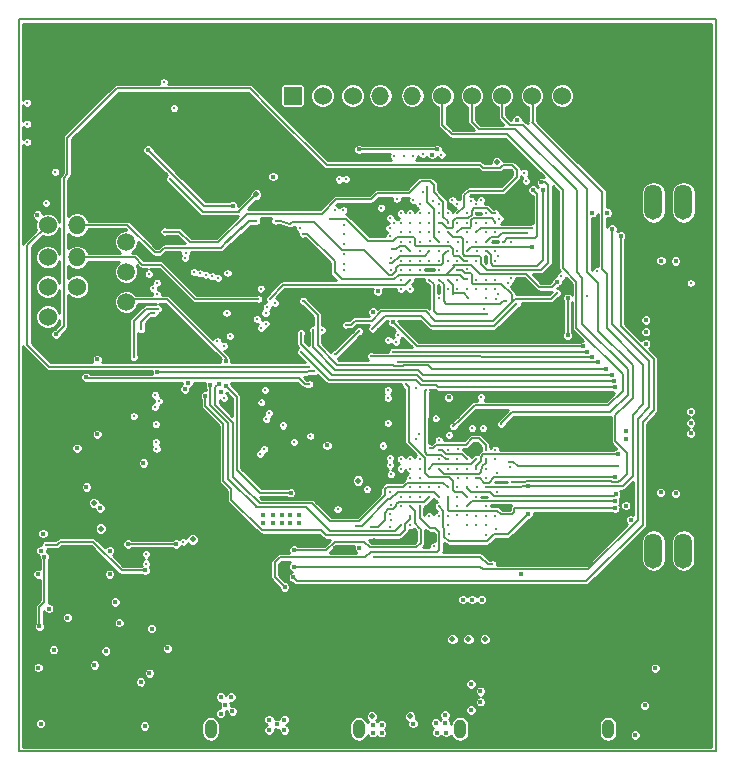
<source format=gbr>
G04 (created by PCBNEW (2013-03-19 BZR 4004)-stable) date 5/31/2013 11:48:04 AM*
%MOIN*%
G04 Gerber Fmt 3.4, Leading zero omitted, Abs format*
%FSLAX34Y34*%
G01*
G70*
G90*
G04 APERTURE LIST*
%ADD10C,0.006*%
%ADD11C,0.00787402*%
%ADD12C,0.0157*%
%ADD13O,0.06X0.06*%
%ADD14C,0.06*%
%ADD15R,0.06X0.06*%
%ADD16C,0.2362*%
%ADD17O,0.0413386X0.0629921*%
%ADD18C,0.0432*%
%ADD19C,0.0590551*%
%ADD20O,0.06X0.1179*%
%ADD21C,0.015748*%
%ADD22C,0.011811*%
%ADD23C,0.019685*%
%ADD24C,0.01*%
G04 APERTURE END LIST*
G54D10*
G54D11*
X43307Y-26771D02*
X43307Y-51181D01*
X66535Y-26771D02*
X43307Y-26771D01*
X66535Y-51181D02*
X43307Y-51181D01*
X66535Y-51181D02*
X66535Y-26771D01*
G54D12*
X66181Y-42125D03*
X66181Y-42598D03*
X66181Y-43779D03*
X66181Y-43188D03*
X66181Y-41220D03*
X66181Y-41692D03*
X66181Y-40669D03*
X50039Y-49921D03*
X57244Y-50551D03*
X57204Y-50236D03*
X49488Y-27834D03*
X48858Y-27834D03*
X57716Y-27322D03*
X57007Y-27322D03*
X52165Y-27322D03*
X52637Y-27322D03*
X53818Y-27322D03*
X53149Y-27322D03*
X58346Y-27322D03*
X59015Y-27322D03*
X61653Y-27322D03*
X61181Y-27322D03*
X55905Y-27322D03*
X56417Y-27322D03*
X55196Y-27322D03*
X54527Y-27322D03*
X59763Y-27322D03*
X60472Y-27322D03*
X50629Y-28464D03*
X50039Y-28464D03*
X50000Y-27834D03*
X50629Y-27834D03*
X51653Y-27834D03*
X51141Y-27834D03*
X51141Y-28464D03*
X51653Y-28425D03*
X49488Y-28464D03*
X48858Y-28464D03*
X51102Y-27244D03*
X51653Y-27244D03*
X50629Y-27244D03*
X50039Y-27244D03*
X48031Y-29488D03*
X48503Y-29291D03*
X62834Y-28503D03*
X63454Y-28533D03*
X65275Y-27913D03*
X65826Y-27913D03*
X63976Y-27047D03*
X65826Y-27519D03*
X64045Y-28533D03*
X64055Y-27913D03*
X63346Y-27047D03*
X62834Y-27047D03*
X62834Y-27913D03*
X63425Y-27913D03*
X62204Y-27913D03*
X64606Y-27047D03*
X64645Y-27913D03*
X62204Y-27047D03*
X62165Y-28503D03*
X62047Y-31456D03*
X66299Y-27047D03*
X65275Y-27047D03*
X65826Y-27047D03*
X66299Y-27480D03*
X66141Y-29173D03*
X66338Y-28661D03*
X66338Y-27952D03*
X63385Y-29251D03*
X63267Y-32086D03*
X62716Y-32086D03*
X62716Y-31456D03*
X63897Y-32086D03*
X63307Y-31456D03*
X63700Y-29645D03*
X63425Y-30157D03*
X63267Y-30826D03*
X62519Y-34251D03*
X66181Y-30078D03*
X66102Y-32165D03*
X66181Y-32834D03*
X65236Y-38976D03*
X63858Y-37007D03*
X62519Y-34803D03*
X63661Y-36653D03*
X65984Y-29685D03*
X65551Y-29370D03*
X66181Y-31535D03*
X65748Y-32007D03*
X66377Y-30708D03*
X64173Y-29370D03*
X64881Y-29212D03*
X63759Y-45342D03*
X63366Y-45744D03*
X63275Y-45169D03*
X66181Y-44330D03*
X66181Y-35629D03*
X65708Y-38464D03*
X66181Y-39133D03*
X66181Y-39606D03*
X66181Y-40157D03*
X66181Y-36102D03*
X66181Y-36653D03*
X65196Y-38464D03*
X64763Y-38464D03*
X66181Y-38149D03*
X66181Y-38661D03*
X66181Y-37165D03*
X66181Y-37677D03*
X63661Y-36259D03*
X64763Y-38976D03*
X58700Y-49173D03*
X58385Y-48937D03*
X58385Y-49803D03*
X58700Y-49527D03*
X51653Y-50118D03*
X50393Y-49370D03*
X50196Y-49645D03*
X57519Y-49960D03*
X55403Y-50561D03*
X55108Y-50561D03*
X51653Y-50472D03*
X52165Y-50118D03*
X57519Y-50236D03*
X57559Y-50551D03*
X55403Y-50285D03*
X55108Y-50285D03*
X52165Y-50472D03*
X51929Y-50275D03*
X49881Y-41496D03*
X45551Y-46535D03*
X48976Y-41496D03*
X49409Y-41496D03*
X48976Y-42637D03*
X48976Y-42086D03*
X49409Y-42086D03*
X49803Y-42086D03*
X46023Y-48700D03*
X50196Y-44173D03*
X49566Y-42637D03*
X50157Y-42637D03*
X50826Y-44173D03*
X49370Y-49448D03*
X48503Y-49015D03*
X45511Y-48700D03*
X49094Y-49015D03*
X46023Y-32755D03*
X51771Y-30472D03*
X45354Y-32755D03*
X47519Y-32795D03*
X47480Y-39055D03*
X52795Y-32992D03*
X45472Y-31141D03*
X53188Y-32598D03*
X47677Y-28700D03*
X46377Y-28700D03*
X47007Y-28700D03*
X48307Y-28661D03*
X45748Y-28700D03*
X44448Y-28700D03*
X43779Y-28700D03*
X45078Y-28700D03*
X48444Y-29980D03*
X48228Y-30551D03*
X48503Y-31692D03*
X48228Y-31141D03*
X50078Y-32322D03*
X51082Y-31751D03*
X50669Y-32086D03*
X51259Y-30157D03*
X51377Y-31023D03*
X49409Y-32283D03*
X48937Y-32047D03*
X50826Y-29606D03*
X66338Y-46653D03*
X66259Y-46102D03*
X66181Y-44881D03*
X65531Y-50255D03*
X64094Y-48799D03*
X63740Y-50196D03*
X63622Y-48799D03*
X63917Y-50984D03*
X63740Y-49665D03*
X64625Y-50984D03*
X65314Y-50984D03*
X63307Y-46259D03*
X65748Y-45314D03*
X63858Y-47677D03*
X66062Y-48070D03*
X66279Y-49153D03*
X66299Y-48681D03*
X60118Y-50118D03*
X59133Y-50157D03*
X49409Y-48070D03*
X48858Y-47795D03*
X48543Y-47401D03*
X48779Y-45354D03*
X48503Y-45708D03*
X51023Y-45669D03*
X50118Y-48070D03*
X65059Y-50275D03*
X61122Y-50905D03*
X60177Y-50905D03*
X60649Y-50905D03*
X58720Y-50905D03*
X58248Y-50905D03*
X59212Y-50905D03*
X59704Y-50905D03*
X63346Y-46850D03*
X63464Y-47322D03*
X59133Y-46338D03*
X58937Y-45905D03*
X65866Y-47677D03*
X66279Y-49566D03*
X65944Y-50984D03*
X66279Y-50039D03*
X65059Y-49114D03*
X66279Y-50570D03*
X66220Y-47322D03*
X66141Y-45551D03*
X50039Y-49370D03*
X50433Y-49842D03*
X48425Y-48070D03*
X49448Y-49881D03*
X60708Y-48385D03*
X63622Y-49251D03*
X60866Y-49704D03*
X65059Y-48602D03*
X48015Y-50858D03*
X47503Y-50814D03*
X65807Y-49389D03*
X65807Y-48799D03*
X55472Y-40019D03*
X65354Y-47992D03*
X63444Y-50570D03*
X59015Y-40511D03*
X59330Y-40807D03*
X49153Y-50846D03*
X61771Y-50688D03*
X60275Y-49704D03*
X62519Y-50688D03*
X50118Y-48996D03*
X49625Y-48996D03*
X46259Y-50826D03*
X45649Y-50826D03*
X44291Y-50826D03*
X45000Y-50826D03*
X46909Y-50826D03*
X48484Y-50846D03*
X43720Y-50826D03*
X44921Y-41889D03*
X44606Y-41889D03*
X43976Y-41889D03*
X44291Y-41889D03*
X44350Y-37755D03*
X44055Y-37755D03*
X48818Y-33346D03*
X48464Y-32952D03*
X47913Y-33031D03*
X48464Y-33582D03*
X49055Y-33858D03*
X44696Y-37755D03*
X46003Y-34468D03*
X46003Y-35590D03*
X45629Y-36122D03*
X46003Y-36555D03*
X46003Y-36062D03*
X46003Y-34960D03*
X45629Y-34232D03*
X46003Y-34035D03*
X46003Y-33385D03*
G54D13*
X45255Y-33633D03*
G54D14*
X44271Y-33633D03*
G54D15*
X45255Y-36688D03*
G54D14*
X44271Y-36688D03*
X44271Y-34704D03*
G54D13*
X45255Y-34704D03*
G54D14*
X44271Y-35688D03*
X45255Y-35688D03*
G54D16*
X49803Y-30771D03*
X64842Y-30771D03*
G54D17*
X58011Y-50423D03*
X62952Y-50423D03*
X49704Y-50423D03*
X54645Y-50423D03*
G54D16*
X64842Y-46523D03*
X49803Y-46523D03*
G54D18*
X49606Y-44000D03*
X49606Y-33606D03*
G54D19*
X46889Y-35196D03*
X46889Y-34196D03*
X46889Y-36196D03*
G54D12*
X51771Y-43582D03*
X51771Y-43307D03*
X51456Y-43582D03*
X51456Y-43307D03*
X52637Y-43307D03*
X52086Y-43307D03*
X52362Y-43582D03*
X52086Y-43582D03*
X52637Y-43582D03*
X52362Y-43307D03*
G54D20*
X64460Y-44488D03*
X65459Y-44488D03*
X65460Y-32874D03*
X64461Y-32874D03*
G54D14*
X53437Y-29318D03*
X53437Y-28318D03*
G54D15*
X52437Y-29318D03*
G54D14*
X52437Y-28318D03*
X54437Y-28318D03*
X54437Y-29318D03*
X61421Y-28318D03*
X59421Y-28318D03*
X60421Y-28318D03*
X60421Y-29318D03*
X59421Y-29318D03*
X58421Y-29318D03*
G54D13*
X55366Y-29318D03*
G54D14*
X55366Y-28318D03*
X61421Y-29318D03*
X58421Y-28318D03*
X56429Y-28318D03*
G54D13*
X56429Y-29318D03*
G54D14*
X57429Y-28318D03*
X57429Y-29318D03*
G54D21*
X46027Y-43066D03*
X60039Y-45275D03*
G54D22*
X57645Y-40629D03*
X57933Y-32933D03*
X58877Y-36082D03*
X58562Y-35452D03*
X57933Y-35767D03*
X57303Y-36082D03*
X56673Y-34822D03*
X58562Y-43326D03*
X56043Y-33562D03*
X56692Y-42696D03*
X58877Y-43956D03*
X56358Y-43641D03*
X57657Y-43917D03*
X56043Y-41437D03*
X57303Y-32933D03*
X56043Y-34507D03*
X56358Y-35767D03*
X59192Y-33877D03*
X55688Y-42519D03*
X59251Y-41889D03*
X57165Y-44330D03*
X57303Y-40807D03*
G54D21*
X63543Y-42988D03*
X63708Y-43452D03*
X63543Y-40492D03*
X63543Y-40759D03*
X57637Y-39381D03*
G54D22*
X58712Y-39381D03*
G54D21*
X57086Y-31287D03*
X62933Y-33228D03*
X62431Y-33228D03*
X65708Y-40226D03*
X64212Y-37588D03*
X64212Y-37194D03*
X64212Y-36801D03*
X65708Y-39852D03*
X65708Y-40580D03*
G54D23*
X59248Y-31547D03*
G54D21*
X45925Y-38114D03*
X45925Y-40610D03*
X44122Y-43917D03*
X43929Y-33303D03*
X43960Y-48385D03*
X47370Y-48862D03*
X47665Y-48570D03*
X45830Y-48295D03*
X47503Y-50330D03*
X46527Y-46204D03*
X43956Y-45275D03*
G54D23*
X58850Y-47440D03*
X57763Y-47437D03*
X58295Y-47440D03*
G54D22*
X57618Y-35767D03*
G54D23*
X46043Y-43755D03*
X45811Y-42897D03*
G54D21*
X44929Y-46720D03*
X55275Y-35846D03*
X46338Y-45275D03*
X46338Y-44488D03*
X44311Y-46417D03*
X47736Y-47086D03*
G54D22*
X58562Y-34822D03*
X56043Y-35452D03*
X56043Y-41751D03*
X56358Y-42696D03*
G54D23*
X54618Y-42153D03*
G54D22*
X56043Y-33877D03*
X58562Y-42696D03*
X55704Y-43468D03*
X59192Y-35767D03*
X56673Y-32933D03*
X59192Y-34507D03*
X56358Y-34822D03*
G54D21*
X44055Y-44488D03*
G54D22*
X62251Y-36000D03*
X57618Y-43641D03*
X56535Y-40775D03*
X59232Y-43779D03*
X59251Y-42519D03*
G54D21*
X44472Y-47791D03*
X46657Y-46889D03*
X45562Y-42366D03*
X48267Y-47748D03*
G54D22*
X59192Y-33562D03*
X57933Y-33877D03*
X57933Y-41751D03*
X59192Y-41437D03*
X57933Y-33562D03*
X58877Y-33877D03*
X57933Y-41437D03*
X58877Y-41751D03*
X57303Y-34192D03*
X56929Y-32358D03*
X56775Y-31259D03*
X57401Y-31283D03*
X57618Y-34192D03*
X56988Y-33877D03*
X58562Y-33562D03*
X59334Y-33417D03*
X59724Y-34208D03*
X56988Y-41751D03*
X58562Y-41437D03*
X56988Y-33248D03*
X58877Y-33248D03*
X57027Y-41082D03*
X58877Y-41122D03*
X57303Y-33562D03*
X59192Y-33248D03*
X57303Y-41437D03*
X59192Y-41122D03*
X57303Y-33877D03*
X58877Y-33562D03*
X58877Y-41437D03*
X57303Y-41751D03*
X57303Y-33248D03*
X58248Y-33562D03*
X57303Y-41122D03*
X58248Y-41437D03*
G54D21*
X51787Y-32019D03*
G54D23*
X49106Y-44110D03*
G54D22*
X48870Y-34570D03*
X57858Y-39692D03*
X57027Y-39129D03*
G54D21*
X61374Y-35696D03*
G54D22*
X59763Y-36633D03*
X59222Y-36102D03*
X60984Y-36811D03*
G54D21*
X63413Y-43685D03*
G54D22*
X59125Y-32114D03*
G54D21*
X47236Y-44098D03*
X43748Y-43275D03*
X43767Y-46192D03*
X45578Y-47547D03*
X44515Y-49082D03*
X44606Y-46657D03*
X49153Y-49803D03*
X45066Y-48732D03*
G54D22*
X57610Y-40803D03*
G54D21*
X56980Y-47299D03*
G54D23*
X55507Y-47870D03*
X55874Y-48200D03*
X56779Y-48925D03*
X56763Y-49291D03*
X55921Y-49299D03*
X55925Y-48944D03*
G54D22*
X52106Y-48188D03*
X59685Y-41685D03*
X59685Y-43090D03*
G54D21*
X46350Y-43051D03*
G54D23*
X45704Y-36688D03*
G54D22*
X44511Y-44074D03*
G54D21*
X46161Y-45775D03*
G54D23*
X47066Y-43023D03*
G54D21*
X44496Y-43188D03*
G54D22*
X59192Y-32933D03*
X58877Y-32933D03*
X58562Y-32933D03*
X58562Y-33248D03*
X58248Y-33248D03*
X59271Y-44744D03*
X57007Y-43917D03*
G54D21*
X55393Y-40433D03*
X55157Y-42244D03*
X54960Y-42913D03*
X51732Y-42204D03*
X51840Y-38956D03*
X54822Y-48031D03*
X55039Y-35846D03*
G54D22*
X56377Y-36082D03*
G54D23*
X45590Y-45118D03*
X45590Y-44901D03*
X45374Y-45118D03*
X45374Y-44901D03*
X45590Y-44665D03*
X45374Y-44665D03*
X45137Y-45118D03*
X44921Y-45118D03*
X44921Y-44901D03*
X45137Y-44901D03*
X45137Y-44665D03*
X44921Y-44665D03*
X45374Y-44448D03*
X45590Y-44448D03*
X45137Y-44448D03*
X44921Y-44448D03*
G54D21*
X44586Y-45570D03*
X47488Y-46433D03*
X63110Y-47283D03*
X61023Y-49291D03*
X61023Y-48385D03*
X59251Y-45905D03*
X64862Y-49370D03*
X63523Y-49803D03*
X58622Y-47952D03*
X56535Y-50807D03*
G54D23*
X56480Y-48937D03*
X56476Y-49301D03*
X56185Y-48948D03*
X56208Y-49299D03*
G54D21*
X56122Y-50846D03*
X55767Y-50846D03*
X58740Y-46889D03*
X58425Y-46889D03*
X58110Y-46889D03*
X53858Y-44409D03*
X63366Y-48602D03*
X60295Y-48444D03*
X51830Y-49370D03*
X51633Y-48937D03*
X51633Y-49842D03*
X53759Y-49842D03*
X60137Y-49370D03*
X59940Y-49842D03*
X62066Y-49842D03*
X62066Y-48927D03*
X53759Y-48937D03*
G54D22*
X60944Y-35874D03*
X60984Y-35551D03*
X56988Y-35767D03*
X56988Y-35137D03*
X59192Y-34192D03*
X56043Y-32933D03*
G54D23*
X57716Y-31275D03*
X55157Y-44165D03*
G54D22*
X58582Y-40944D03*
X55787Y-40826D03*
X57925Y-32500D03*
X50206Y-39704D03*
X60984Y-36574D03*
X64950Y-50659D03*
X47785Y-36742D03*
X47933Y-38110D03*
X47903Y-40472D03*
X51417Y-42726D03*
X51328Y-40482D03*
X50295Y-37942D03*
X50131Y-36736D03*
X47814Y-36269D03*
X47903Y-37618D03*
X47940Y-34366D03*
X47933Y-34771D03*
X47940Y-35263D03*
X51267Y-35259D03*
X58877Y-34822D03*
X57618Y-32933D03*
X57303Y-35767D03*
X56988Y-36082D03*
X56043Y-34192D03*
X60984Y-35157D03*
X59311Y-44094D03*
X47942Y-39094D03*
X47923Y-39990D03*
X51279Y-39104D03*
X51269Y-41466D03*
X51299Y-42057D03*
X47952Y-42352D03*
X47942Y-42047D03*
X47982Y-41456D03*
X58267Y-41102D03*
X59232Y-42204D03*
X58877Y-42696D03*
X56988Y-43011D03*
X56535Y-43917D03*
X56043Y-42066D03*
G54D21*
X63188Y-39035D03*
G54D22*
X60417Y-33736D03*
X58562Y-33877D03*
X52716Y-37874D03*
G54D21*
X63271Y-41275D03*
X62606Y-38185D03*
G54D22*
X58562Y-41751D03*
X55937Y-38185D03*
G54D21*
X63165Y-38830D03*
X60433Y-34350D03*
G54D22*
X52716Y-37244D03*
X58248Y-34507D03*
X58248Y-42381D03*
G54D21*
X63212Y-42610D03*
G54D22*
X55783Y-37854D03*
G54D21*
X62263Y-37854D03*
G54D22*
X58877Y-34192D03*
X60251Y-33885D03*
X53120Y-37135D03*
G54D21*
X63098Y-38633D03*
G54D22*
X55895Y-37519D03*
X58877Y-42066D03*
G54D21*
X60452Y-32468D03*
G54D22*
X59468Y-34188D03*
X57937Y-34188D03*
X57625Y-33870D03*
G54D21*
X60732Y-32216D03*
X59917Y-30133D03*
G54D22*
X58574Y-34503D03*
X59712Y-35409D03*
G54D21*
X60775Y-32472D03*
G54D22*
X58877Y-34507D03*
X57795Y-40346D03*
X57937Y-42062D03*
X59377Y-40267D03*
X57618Y-41751D03*
X58582Y-42362D03*
X59759Y-42196D03*
G54D21*
X60295Y-42342D03*
G54D22*
X58877Y-42381D03*
G54D21*
X63377Y-33992D03*
X52460Y-45381D03*
G54D22*
X56673Y-35137D03*
G54D21*
X52173Y-45704D03*
G54D22*
X56673Y-43011D03*
G54D21*
X63090Y-33767D03*
X52472Y-45019D03*
G54D22*
X56358Y-35137D03*
X56358Y-43011D03*
G54D21*
X52480Y-44468D03*
G54D23*
X55082Y-50003D03*
X56358Y-50011D03*
G54D22*
X57303Y-35137D03*
G54D21*
X65206Y-34832D03*
X64704Y-42549D03*
X47622Y-31129D03*
G54D22*
X57933Y-34507D03*
G54D21*
X50440Y-32984D03*
G54D22*
X60212Y-32165D03*
X48488Y-29748D03*
X59192Y-34822D03*
X57618Y-35452D03*
X58275Y-36051D03*
X59547Y-36161D03*
X57303Y-35452D03*
X56043Y-43011D03*
X58248Y-43641D03*
G54D21*
X58110Y-46122D03*
G54D22*
X56043Y-35137D03*
X57303Y-43011D03*
G54D21*
X60295Y-43267D03*
G54D22*
X57618Y-43326D03*
X57303Y-43326D03*
G54D23*
X51220Y-32614D03*
G54D22*
X48346Y-32094D03*
G54D21*
X61602Y-37314D03*
X61602Y-36070D03*
G54D22*
X57933Y-35452D03*
X58779Y-40413D03*
X58248Y-42066D03*
X58248Y-41751D03*
X58425Y-40413D03*
X57204Y-40078D03*
X57618Y-41122D03*
X57303Y-42381D03*
X55688Y-43690D03*
X57765Y-32805D03*
X57618Y-33248D03*
X56358Y-41751D03*
X55688Y-41397D03*
X56988Y-42381D03*
X55679Y-43277D03*
X55708Y-42952D03*
X56673Y-42381D03*
X56673Y-42066D03*
X55679Y-41633D03*
X55610Y-40236D03*
X56673Y-41751D03*
X56358Y-42381D03*
X54921Y-42440D03*
X56358Y-42066D03*
X55708Y-41948D03*
X58248Y-34192D03*
X58720Y-32814D03*
X58248Y-33877D03*
X58385Y-32824D03*
X56358Y-41437D03*
X55442Y-40984D03*
X56673Y-33562D03*
X56456Y-32795D03*
X56043Y-33248D03*
X56358Y-33248D03*
X55905Y-32755D03*
X56673Y-33248D03*
X56771Y-32529D03*
X56988Y-33562D03*
X57116Y-32834D03*
X44527Y-31858D03*
X59094Y-44940D03*
X55157Y-44694D03*
X55728Y-35118D03*
X57303Y-34507D03*
X56673Y-41437D03*
X56653Y-40590D03*
X55738Y-34448D03*
X56358Y-34507D03*
X56673Y-34507D03*
X55708Y-34744D03*
X55679Y-34015D03*
X56358Y-34192D03*
X55669Y-33740D03*
X56673Y-34192D03*
X56988Y-34507D03*
X55688Y-34911D03*
X55807Y-33562D03*
X56358Y-33877D03*
X55688Y-33395D03*
X56673Y-33877D03*
X56358Y-33562D03*
X55393Y-33051D03*
X48791Y-44196D03*
G54D21*
X48846Y-39106D03*
X50047Y-39200D03*
G54D22*
X47547Y-44602D03*
X51373Y-35752D03*
X51535Y-36574D03*
X47913Y-35944D03*
X51574Y-36377D03*
X47795Y-35748D03*
X51850Y-36240D03*
X47913Y-35551D03*
X48854Y-34740D03*
X47559Y-44917D03*
G54D21*
X46212Y-47834D03*
X48547Y-44267D03*
X46944Y-44267D03*
X64527Y-48405D03*
X47523Y-45149D03*
G54D22*
X44220Y-44291D03*
G54D21*
X43996Y-47011D03*
X44161Y-44685D03*
X64173Y-49645D03*
X44039Y-50255D03*
X63179Y-43080D03*
G54D22*
X57618Y-42696D03*
X57618Y-34822D03*
X58257Y-35108D03*
X58248Y-35767D03*
X58828Y-36417D03*
X56988Y-35452D03*
X58927Y-36584D03*
X58562Y-35767D03*
X59281Y-35935D03*
G54D21*
X54665Y-44409D03*
G54D22*
X56988Y-43326D03*
G54D21*
X58425Y-46122D03*
G54D22*
X58562Y-43641D03*
X57933Y-34822D03*
X59283Y-34681D03*
X60161Y-31885D03*
X48137Y-28870D03*
X43594Y-29551D03*
X57933Y-42696D03*
X43594Y-30255D03*
X58897Y-42992D03*
X58267Y-43307D03*
X57933Y-43307D03*
X57933Y-42381D03*
X43594Y-30866D03*
X58877Y-35767D03*
X59616Y-35551D03*
G54D21*
X58740Y-46122D03*
G54D22*
X58877Y-43641D03*
X44216Y-32905D03*
G54D21*
X54653Y-31114D03*
X57255Y-31110D03*
G54D22*
X57003Y-34181D03*
X58562Y-34192D03*
G54D21*
X62889Y-38437D03*
G54D22*
X52779Y-36157D03*
X53415Y-37125D03*
X55059Y-38015D03*
G54D21*
X63185Y-42047D03*
X62421Y-38021D03*
G54D22*
X58562Y-42066D03*
X57618Y-33562D03*
X48165Y-33850D03*
X47137Y-40011D03*
X47137Y-38043D03*
X47937Y-36425D03*
X54153Y-34251D03*
X50267Y-35240D03*
X51535Y-36919D03*
X54153Y-34606D03*
X54212Y-32106D03*
X49141Y-35200D03*
X49933Y-37500D03*
X56141Y-31338D03*
X54143Y-35118D03*
X49948Y-35397D03*
X51389Y-37059D03*
X54143Y-33937D03*
X54143Y-33641D03*
X49744Y-35342D03*
X54153Y-34921D03*
X51240Y-36771D03*
X53858Y-33139D03*
X49543Y-35295D03*
X54133Y-33129D03*
X50342Y-37326D03*
X53996Y-32116D03*
X49338Y-35244D03*
X50149Y-37653D03*
X56456Y-31338D03*
X55826Y-31348D03*
X47641Y-35271D03*
G54D21*
X45248Y-41074D03*
G54D22*
X57933Y-33248D03*
G54D21*
X44547Y-37275D03*
X47468Y-41566D03*
G54D22*
X57944Y-41114D03*
G54D21*
X64714Y-34822D03*
G54D22*
X58877Y-35452D03*
X55098Y-37086D03*
X59901Y-36263D03*
G54D21*
X65206Y-42578D03*
G54D22*
X58877Y-43326D03*
X55964Y-37303D03*
X65704Y-35562D03*
X61240Y-35905D03*
X62578Y-35161D03*
X57933Y-35137D03*
X54216Y-36964D03*
X59665Y-41523D03*
X63287Y-41677D03*
X57933Y-43011D03*
X55629Y-37470D03*
G54D21*
X61255Y-35531D03*
G54D22*
X58248Y-35423D03*
X52795Y-33917D03*
X58248Y-43011D03*
G54D21*
X62122Y-37677D03*
X63181Y-42826D03*
X55787Y-36879D03*
G54D22*
X59192Y-35452D03*
X61381Y-35342D03*
X59192Y-43326D03*
X53692Y-33429D03*
X58263Y-34818D03*
X56212Y-38940D03*
X58244Y-42685D03*
X52687Y-33740D03*
G54D21*
X55118Y-36535D03*
X48952Y-38909D03*
G54D22*
X57618Y-42381D03*
G54D21*
X49976Y-38917D03*
G54D22*
X51232Y-33503D03*
X51870Y-33503D03*
X57618Y-34507D03*
X54547Y-43661D03*
X51358Y-41259D03*
X52996Y-38937D03*
G54D21*
X45547Y-38708D03*
G54D22*
X57303Y-34822D03*
X57303Y-42696D03*
G54D21*
X49527Y-39330D03*
G54D22*
X56358Y-43326D03*
X56358Y-35452D03*
X51299Y-36098D03*
X51688Y-36094D03*
G54D21*
X47925Y-38543D03*
G54D22*
X53141Y-38511D03*
X56988Y-34822D03*
G54D21*
X50212Y-38181D03*
X52370Y-42559D03*
G54D22*
X55039Y-43700D03*
G54D21*
X50216Y-38996D03*
G54D22*
X56988Y-42696D03*
G54D21*
X49692Y-38968D03*
G54D22*
X50015Y-38358D03*
X56043Y-43641D03*
X52992Y-38362D03*
X53842Y-37948D03*
X54641Y-37181D03*
X56043Y-35767D03*
X56870Y-39124D03*
X57618Y-41437D03*
X47393Y-37114D03*
X47807Y-36570D03*
X50236Y-36555D03*
X52480Y-40866D03*
X47874Y-40866D03*
X51653Y-39901D03*
X47854Y-39291D03*
X55610Y-39133D03*
X51515Y-39133D03*
X47901Y-41102D03*
X51496Y-41102D03*
G54D21*
X53582Y-40980D03*
G54D22*
X47874Y-40275D03*
X53031Y-40669D03*
X53937Y-43110D03*
X52125Y-40314D03*
X47844Y-39694D03*
X47972Y-39498D03*
X51564Y-40108D03*
X56535Y-39074D03*
X51397Y-39547D03*
X50157Y-39389D03*
X55610Y-39389D03*
G54D21*
X56448Y-50256D03*
G54D22*
X56043Y-42696D03*
X56043Y-34822D03*
G54D21*
X63858Y-50629D03*
G54D11*
X58088Y-33722D02*
X58340Y-33722D01*
X59192Y-33527D02*
X59078Y-33413D01*
X59192Y-33562D02*
X59192Y-33527D01*
X58456Y-33413D02*
X59078Y-33413D01*
X58397Y-33472D02*
X58456Y-33413D01*
X58397Y-33665D02*
X58397Y-33472D01*
X58340Y-33722D02*
X58397Y-33665D01*
X58090Y-33720D02*
X58088Y-33722D01*
X58088Y-33722D02*
X57933Y-33877D01*
X56929Y-32358D02*
X56929Y-32881D01*
X57157Y-34047D02*
X57303Y-34192D01*
X57157Y-33110D02*
X57157Y-34047D01*
X56929Y-32881D02*
X57157Y-33110D01*
X58562Y-41437D02*
X58539Y-41437D01*
X57133Y-41606D02*
X56988Y-41751D01*
X58370Y-41606D02*
X57133Y-41606D01*
X58539Y-41437D02*
X58370Y-41606D01*
X57027Y-41082D02*
X57116Y-41082D01*
X58877Y-40974D02*
X58877Y-41122D01*
X58651Y-40748D02*
X58877Y-40974D01*
X58425Y-40748D02*
X58651Y-40748D01*
X58208Y-40964D02*
X58425Y-40748D01*
X57234Y-40964D02*
X58208Y-40964D01*
X57116Y-41082D02*
X57234Y-40964D01*
X57775Y-33712D02*
X57775Y-33507D01*
X57413Y-33562D02*
X57570Y-33720D01*
X57570Y-33720D02*
X57767Y-33720D01*
X57767Y-33720D02*
X57775Y-33712D01*
X57303Y-33562D02*
X57413Y-33562D01*
X58413Y-33161D02*
X58494Y-33080D01*
X58413Y-33283D02*
X58413Y-33161D01*
X58291Y-33405D02*
X58413Y-33283D01*
X57877Y-33405D02*
X58291Y-33405D01*
X57775Y-33507D02*
X57877Y-33405D01*
X59084Y-33248D02*
X59192Y-33248D01*
X58917Y-33080D02*
X59084Y-33248D01*
X58494Y-33080D02*
X58917Y-33080D01*
X57877Y-41921D02*
X57472Y-41921D01*
X57877Y-41921D02*
X58653Y-41921D01*
X58653Y-41921D02*
X58720Y-41854D01*
X58751Y-41662D02*
X58870Y-41557D01*
X58720Y-41854D02*
X58751Y-41662D01*
X58870Y-41557D02*
X58877Y-41437D01*
X57472Y-41921D02*
X57303Y-41751D01*
X57303Y-41122D02*
X57411Y-41122D01*
X58090Y-41279D02*
X58248Y-41437D01*
X57568Y-41279D02*
X58090Y-41279D01*
X57411Y-41122D02*
X57568Y-41279D01*
X56535Y-38799D02*
X56712Y-38976D01*
X56712Y-38976D02*
X57224Y-38976D01*
X56437Y-38799D02*
X56535Y-38799D01*
X57224Y-38976D02*
X57283Y-39035D01*
X63188Y-39035D02*
X57283Y-39035D01*
X60413Y-33732D02*
X60417Y-33736D01*
X60413Y-33732D02*
X60161Y-33732D01*
X60047Y-33732D02*
X60161Y-33732D01*
X60161Y-33732D02*
X60169Y-33732D01*
X60039Y-33732D02*
X58708Y-33732D01*
X58708Y-33732D02*
X58562Y-33877D01*
X56437Y-38799D02*
X53641Y-38799D01*
X53641Y-38799D02*
X52716Y-37874D01*
X56527Y-38799D02*
X56437Y-38799D01*
X60275Y-41279D02*
X62972Y-41279D01*
X62972Y-41279D02*
X63271Y-41275D01*
X62606Y-38185D02*
X59531Y-38185D01*
X58562Y-41751D02*
X58562Y-41653D01*
X59531Y-38185D02*
X55937Y-38185D01*
X58720Y-41496D02*
X58720Y-41358D01*
X58562Y-41653D02*
X58720Y-41496D01*
X58799Y-41279D02*
X60275Y-41279D01*
X58720Y-41358D02*
X58799Y-41279D01*
X59641Y-38185D02*
X59531Y-38185D01*
X60275Y-41279D02*
X60472Y-41279D01*
X60157Y-34358D02*
X58397Y-34358D01*
X62933Y-38830D02*
X63165Y-38830D01*
X63165Y-38830D02*
X63165Y-38830D01*
X60425Y-34358D02*
X60157Y-34358D01*
X60425Y-34358D02*
X60433Y-34350D01*
X58909Y-38830D02*
X62933Y-38830D01*
X56771Y-38830D02*
X58543Y-38830D01*
X58543Y-38830D02*
X58909Y-38830D01*
X52716Y-37244D02*
X52716Y-37602D01*
X52716Y-37602D02*
X53748Y-38633D01*
X53748Y-38633D02*
X56574Y-38633D01*
X56574Y-38633D02*
X56771Y-38830D01*
X62933Y-38830D02*
X62933Y-38830D01*
X60287Y-34358D02*
X60157Y-34358D01*
X58397Y-34358D02*
X58248Y-34507D01*
X58744Y-42543D02*
X58397Y-42543D01*
X58248Y-42393D02*
X58248Y-42381D01*
X58397Y-42543D02*
X58248Y-42393D01*
X63153Y-42669D02*
X63212Y-42610D01*
X62106Y-42669D02*
X63031Y-42669D01*
X63031Y-42669D02*
X63153Y-42669D01*
X62263Y-37854D02*
X55783Y-37854D01*
X62625Y-42669D02*
X62106Y-42669D01*
X62106Y-42669D02*
X60905Y-42669D01*
X58736Y-42543D02*
X58744Y-42543D01*
X58744Y-42543D02*
X59027Y-42543D01*
X59027Y-42543D02*
X59153Y-42669D01*
X59153Y-42669D02*
X60905Y-42669D01*
X60905Y-42669D02*
X60956Y-42669D01*
X59267Y-34023D02*
X59271Y-34023D01*
X59047Y-34023D02*
X58877Y-34192D01*
X59267Y-34023D02*
X59047Y-34023D01*
X59409Y-33885D02*
X60251Y-33885D01*
X59271Y-34023D02*
X59409Y-33885D01*
X63098Y-38633D02*
X62984Y-38633D01*
X53120Y-37710D02*
X53866Y-38456D01*
X53120Y-37135D02*
X53120Y-37710D01*
X53866Y-38456D02*
X56622Y-38456D01*
X56622Y-38456D02*
X56799Y-38633D01*
X56799Y-38633D02*
X58641Y-38633D01*
X58641Y-38633D02*
X58850Y-38633D01*
X62984Y-38633D02*
X58850Y-38633D01*
X60346Y-34066D02*
X60523Y-34066D01*
X60590Y-32606D02*
X60452Y-32468D01*
X60590Y-34000D02*
X60590Y-32606D01*
X60523Y-34066D02*
X60590Y-34000D01*
X59598Y-34066D02*
X60346Y-34066D01*
X59468Y-34188D02*
X59476Y-34188D01*
X59476Y-34188D02*
X59598Y-34066D01*
X58161Y-34653D02*
X58161Y-34645D01*
X58917Y-35127D02*
X58720Y-34931D01*
X58720Y-34931D02*
X58720Y-34714D01*
X58720Y-34714D02*
X58659Y-34653D01*
X58659Y-34653D02*
X58161Y-34653D01*
X57625Y-33870D02*
X57795Y-34039D01*
X58917Y-35127D02*
X60718Y-35127D01*
X58055Y-34039D02*
X57795Y-34039D01*
X58102Y-34086D02*
X58055Y-34039D01*
X58102Y-34586D02*
X58102Y-34086D01*
X58161Y-34645D02*
X58102Y-34586D01*
X60732Y-32216D02*
X60862Y-32216D01*
X60956Y-34889D02*
X60850Y-34996D01*
X60956Y-32311D02*
X60956Y-34889D01*
X60862Y-32216D02*
X60956Y-32311D01*
X60716Y-35129D02*
X60718Y-35127D01*
X60718Y-35127D02*
X60850Y-34996D01*
X60850Y-34996D02*
X60862Y-34984D01*
X60775Y-32472D02*
X60775Y-34795D01*
X60586Y-34984D02*
X60775Y-34795D01*
X58929Y-34507D02*
X59043Y-34622D01*
X59043Y-34622D02*
X59043Y-34901D01*
X59043Y-34901D02*
X59125Y-34984D01*
X59125Y-34984D02*
X60586Y-34984D01*
X58877Y-34507D02*
X58929Y-34507D01*
X57433Y-30307D02*
X57433Y-29322D01*
X57433Y-29322D02*
X57429Y-29318D01*
X61448Y-32568D02*
X61448Y-32472D01*
X57736Y-30610D02*
X57433Y-30307D01*
X57433Y-30307D02*
X57425Y-30299D01*
X59586Y-30610D02*
X57736Y-30610D01*
X61448Y-32472D02*
X59586Y-30610D01*
X61448Y-32568D02*
X61448Y-35080D01*
X61899Y-37057D02*
X63435Y-38592D01*
X61899Y-35531D02*
X61899Y-37057D01*
X61448Y-35080D02*
X61899Y-35531D01*
X63435Y-39163D02*
X62962Y-39635D01*
X63435Y-38592D02*
X63435Y-39163D01*
X58505Y-39635D02*
X58019Y-40122D01*
X62962Y-39635D02*
X58505Y-39635D01*
X57795Y-40346D02*
X58019Y-40122D01*
X58417Y-30188D02*
X58417Y-29322D01*
X59377Y-40248D02*
X59753Y-39872D01*
X59753Y-39872D02*
X63031Y-39872D01*
X63031Y-39872D02*
X63612Y-39291D01*
X63612Y-39291D02*
X63612Y-38444D01*
X63612Y-38444D02*
X62086Y-36919D01*
X62086Y-36919D02*
X62086Y-35383D01*
X62086Y-35383D02*
X61909Y-35206D01*
X61909Y-35206D02*
X61909Y-32834D01*
X59377Y-40267D02*
X59377Y-40248D01*
X61909Y-32480D02*
X59862Y-30433D01*
X59862Y-30433D02*
X58661Y-30433D01*
X58661Y-30433D02*
X58417Y-30188D01*
X61909Y-32834D02*
X61909Y-32480D01*
X58417Y-29322D02*
X58421Y-29318D01*
X63572Y-41515D02*
X63572Y-41226D01*
X62263Y-35216D02*
X62627Y-35580D01*
X62627Y-35580D02*
X62627Y-37155D01*
X62627Y-37155D02*
X63779Y-38307D01*
X63779Y-38307D02*
X63779Y-39389D01*
X63779Y-39389D02*
X63572Y-39596D01*
X62263Y-33051D02*
X62263Y-35216D01*
X62263Y-32440D02*
X60118Y-30295D01*
X60118Y-30295D02*
X59675Y-30295D01*
X59675Y-30295D02*
X59420Y-30040D01*
X62263Y-33051D02*
X62263Y-32440D01*
X63188Y-39980D02*
X63572Y-39596D01*
X63188Y-40842D02*
X63188Y-39980D01*
X63572Y-41226D02*
X63188Y-40842D01*
X59420Y-30040D02*
X59420Y-29319D01*
X59420Y-29319D02*
X59421Y-29318D01*
X59420Y-30040D02*
X59417Y-30037D01*
X63572Y-41515D02*
X63572Y-41935D01*
X63572Y-41935D02*
X63385Y-42122D01*
X63572Y-41515D02*
X63572Y-41535D01*
X63295Y-42212D02*
X63385Y-42122D01*
X63094Y-42212D02*
X63295Y-42212D01*
X63062Y-42181D02*
X63094Y-42212D01*
X60188Y-42196D02*
X60204Y-42181D01*
X60204Y-42181D02*
X63062Y-42181D01*
X59759Y-42196D02*
X60188Y-42196D01*
X60443Y-30217D02*
X60443Y-29341D01*
X60443Y-29341D02*
X60421Y-29318D01*
X62765Y-32903D02*
X62765Y-32539D01*
X62765Y-32539D02*
X60443Y-30217D01*
X60443Y-30217D02*
X60417Y-30190D01*
X62765Y-35108D02*
X62765Y-32903D01*
X62913Y-35255D02*
X62765Y-35108D01*
X62913Y-37076D02*
X62913Y-35255D01*
X64133Y-38297D02*
X62913Y-37076D01*
X64133Y-39606D02*
X64133Y-38297D01*
X63789Y-39950D02*
X64133Y-39606D01*
X63789Y-41988D02*
X63789Y-39950D01*
X63553Y-42224D02*
X63789Y-41988D01*
X63553Y-42234D02*
X63553Y-42224D01*
X63553Y-42234D02*
X63555Y-42232D01*
X63271Y-42342D02*
X63444Y-42342D01*
X60088Y-42342D02*
X60295Y-42342D01*
X60068Y-42362D02*
X60088Y-42342D01*
X59074Y-42362D02*
X60068Y-42362D01*
X59055Y-42381D02*
X59074Y-42362D01*
X60295Y-42342D02*
X63271Y-42342D01*
X63444Y-42342D02*
X63553Y-42234D01*
X58877Y-42381D02*
X59055Y-42381D01*
X63377Y-33992D02*
X63377Y-36992D01*
X64102Y-43618D02*
X62228Y-45492D01*
X64102Y-40188D02*
X64102Y-43618D01*
X64484Y-39807D02*
X64102Y-40188D01*
X64484Y-38098D02*
X64484Y-39807D01*
X63377Y-36992D02*
X64484Y-38098D01*
X59059Y-45492D02*
X62228Y-45492D01*
X59059Y-45492D02*
X52570Y-45492D01*
X52570Y-45492D02*
X52460Y-45381D01*
X59059Y-45492D02*
X59055Y-45492D01*
X57005Y-43738D02*
X57194Y-43738D01*
X51842Y-45374D02*
X51842Y-44877D01*
X51842Y-44877D02*
X52007Y-44712D01*
X52007Y-44712D02*
X54866Y-44712D01*
X54866Y-44712D02*
X55059Y-44519D01*
X55059Y-44519D02*
X57267Y-44519D01*
X51842Y-45374D02*
X52173Y-45704D01*
X57334Y-44452D02*
X57267Y-44519D01*
X57334Y-43877D02*
X57334Y-44452D01*
X57194Y-43738D02*
X57334Y-43877D01*
X56771Y-43503D02*
X57005Y-43738D01*
X57005Y-43738D02*
X57007Y-43740D01*
X56673Y-43011D02*
X56673Y-43405D01*
X56673Y-43405D02*
X56771Y-43503D01*
X63940Y-40094D02*
X63940Y-43460D01*
X63090Y-36937D02*
X64330Y-38177D01*
X64330Y-38177D02*
X64330Y-39704D01*
X64330Y-39704D02*
X63940Y-40094D01*
X63090Y-33767D02*
X63090Y-36937D01*
X63940Y-43460D02*
X62299Y-45102D01*
X52472Y-45019D02*
X58692Y-45019D01*
X58775Y-45102D02*
X62299Y-45102D01*
X58692Y-45019D02*
X58775Y-45102D01*
X56712Y-43779D02*
X56712Y-44220D01*
X56515Y-43169D02*
X56515Y-43582D01*
X56515Y-43582D02*
X56663Y-43730D01*
X56358Y-43011D02*
X56515Y-43169D01*
X56663Y-43730D02*
X56712Y-43779D01*
X53838Y-44188D02*
X53559Y-44468D01*
X54830Y-44188D02*
X53838Y-44188D01*
X55015Y-44374D02*
X54830Y-44188D01*
X56559Y-44374D02*
X55015Y-44374D01*
X56712Y-44220D02*
X56559Y-44374D01*
X52480Y-44468D02*
X53559Y-44468D01*
X49476Y-32984D02*
X47622Y-31129D01*
X49492Y-32984D02*
X49476Y-32984D01*
X50440Y-32984D02*
X49492Y-32984D01*
X57618Y-35452D02*
X57618Y-35480D01*
X58137Y-35913D02*
X58275Y-36051D01*
X57787Y-35913D02*
X58137Y-35913D01*
X57779Y-35921D02*
X57787Y-35913D01*
X57779Y-35641D02*
X57779Y-35921D01*
X57618Y-35480D02*
X57779Y-35641D01*
X57303Y-35452D02*
X57312Y-35452D01*
X57312Y-35452D02*
X57470Y-35610D01*
X57470Y-35610D02*
X57470Y-36161D01*
X57470Y-36161D02*
X57559Y-36250D01*
X57559Y-36250D02*
X59360Y-36250D01*
X59360Y-36250D02*
X59448Y-36161D01*
X59448Y-36161D02*
X59547Y-36161D01*
X57460Y-43169D02*
X57460Y-43710D01*
X57460Y-43710D02*
X57500Y-43750D01*
X57500Y-43750D02*
X57500Y-44025D01*
X57500Y-44025D02*
X57647Y-44173D01*
X57647Y-44173D02*
X58917Y-44173D01*
X58917Y-44173D02*
X59153Y-43937D01*
X57303Y-43011D02*
X57460Y-43169D01*
X59153Y-43937D02*
X59625Y-43937D01*
X59625Y-43937D02*
X60295Y-43267D01*
X50653Y-33185D02*
X50653Y-33181D01*
X48677Y-32425D02*
X49437Y-33185D01*
X50653Y-33185D02*
X49437Y-33185D01*
X50653Y-33181D02*
X51220Y-32614D01*
X48732Y-32480D02*
X48677Y-32425D01*
X48677Y-32425D02*
X48346Y-32094D01*
X61602Y-36070D02*
X61602Y-37314D01*
X58700Y-44694D02*
X58946Y-44940D01*
X58946Y-44940D02*
X59094Y-44940D01*
X55157Y-44694D02*
X58700Y-44694D01*
X55895Y-34448D02*
X56003Y-34340D01*
X56003Y-34340D02*
X56190Y-34340D01*
X56190Y-34340D02*
X56358Y-34507D01*
X55738Y-34448D02*
X55895Y-34448D01*
X55688Y-34911D02*
X55757Y-34911D01*
X56840Y-34655D02*
X56988Y-34507D01*
X56013Y-34655D02*
X56840Y-34655D01*
X55757Y-34911D02*
X56013Y-34655D01*
X46944Y-44267D02*
X48547Y-44267D01*
X44220Y-44291D02*
X44582Y-44291D01*
X47523Y-45149D02*
X46830Y-45149D01*
X46736Y-45149D02*
X46830Y-45149D01*
X45779Y-44192D02*
X46736Y-45149D01*
X44681Y-44192D02*
X45779Y-44192D01*
X44582Y-44291D02*
X44681Y-44192D01*
X44161Y-44685D02*
X44161Y-46208D01*
X43996Y-46374D02*
X43996Y-47011D01*
X44161Y-46208D02*
X43996Y-46374D01*
X59834Y-43080D02*
X59834Y-43192D01*
X63179Y-43080D02*
X59834Y-43080D01*
X59120Y-43153D02*
X59114Y-43159D01*
X59259Y-43153D02*
X59120Y-43153D01*
X59377Y-43271D02*
X59259Y-43153D01*
X59755Y-43271D02*
X59377Y-43271D01*
X59834Y-43192D02*
X59755Y-43271D01*
X57618Y-43120D02*
X57618Y-42696D01*
X57657Y-43159D02*
X57618Y-43120D01*
X59114Y-43159D02*
X57657Y-43159D01*
X58927Y-36584D02*
X57248Y-36586D01*
X57145Y-35610D02*
X56988Y-35452D01*
X57145Y-36484D02*
X57145Y-35610D01*
X57248Y-36586D02*
X57145Y-36484D01*
X57255Y-31110D02*
X54657Y-31110D01*
X54657Y-31110D02*
X54653Y-31114D01*
X57255Y-31110D02*
X57255Y-31106D01*
X62889Y-38437D02*
X58874Y-38437D01*
X56133Y-38311D02*
X56944Y-38311D01*
X56944Y-38311D02*
X57070Y-38437D01*
X57070Y-38437D02*
X58818Y-38437D01*
X58818Y-38437D02*
X58874Y-38437D01*
X58874Y-38437D02*
X58893Y-38437D01*
X52809Y-36157D02*
X53271Y-36637D01*
X53271Y-36637D02*
X53271Y-37629D01*
X53271Y-37629D02*
X53929Y-38287D01*
X53929Y-38287D02*
X55775Y-38287D01*
X55775Y-38287D02*
X55814Y-38326D01*
X55814Y-38326D02*
X56118Y-38326D01*
X56118Y-38326D02*
X56133Y-38311D01*
X52779Y-36157D02*
X52809Y-36157D01*
X62618Y-42047D02*
X60925Y-42047D01*
X63185Y-42047D02*
X62618Y-42047D01*
X55059Y-38015D02*
X62421Y-38021D01*
X59625Y-42047D02*
X60925Y-42047D01*
X60925Y-42047D02*
X61027Y-42047D01*
X59625Y-42047D02*
X59625Y-42047D01*
X59145Y-42047D02*
X59625Y-42047D01*
X58972Y-42220D02*
X59145Y-42047D01*
X58826Y-42220D02*
X58972Y-42220D01*
X58673Y-42066D02*
X58826Y-42220D01*
X58562Y-42066D02*
X58673Y-42066D01*
X55059Y-38015D02*
X55059Y-38015D01*
X57027Y-32173D02*
X56704Y-32173D01*
X57141Y-32287D02*
X57027Y-32173D01*
X57618Y-33562D02*
X57618Y-33515D01*
X57456Y-32850D02*
X57141Y-32535D01*
X57456Y-33354D02*
X57456Y-32850D01*
X57618Y-33515D02*
X57456Y-33354D01*
X57141Y-32535D02*
X57141Y-32287D01*
X48653Y-33850D02*
X49019Y-34216D01*
X49019Y-34216D02*
X49952Y-34216D01*
X49952Y-34216D02*
X50913Y-33255D01*
X50913Y-33255D02*
X53409Y-33255D01*
X53409Y-33255D02*
X53885Y-32779D01*
X53885Y-32779D02*
X55055Y-32779D01*
X48165Y-33850D02*
X48653Y-33850D01*
X55259Y-32574D02*
X55055Y-32779D01*
X56303Y-32574D02*
X55259Y-32574D01*
X56704Y-32173D02*
X56303Y-32574D01*
X47937Y-36425D02*
X47555Y-36425D01*
X47137Y-36842D02*
X47137Y-38043D01*
X47555Y-36425D02*
X47137Y-36842D01*
X59279Y-32492D02*
X59444Y-32492D01*
X44814Y-37007D02*
X44547Y-37275D01*
X44925Y-31948D02*
X44814Y-32059D01*
X46574Y-29070D02*
X44925Y-30720D01*
X51015Y-29070D02*
X46574Y-29070D01*
X51728Y-29783D02*
X51015Y-29070D01*
X44925Y-30720D02*
X44925Y-31948D01*
X44814Y-36866D02*
X44814Y-36966D01*
X44814Y-32059D02*
X44814Y-36866D01*
X44814Y-36966D02*
X44814Y-37007D01*
X53570Y-31625D02*
X51728Y-29783D01*
X58688Y-31625D02*
X53570Y-31625D01*
X58791Y-31728D02*
X58688Y-31625D01*
X59354Y-31728D02*
X58791Y-31728D01*
X59437Y-31645D02*
X59354Y-31728D01*
X59763Y-31645D02*
X59437Y-31645D01*
X59905Y-31787D02*
X59763Y-31645D01*
X59905Y-32031D02*
X59905Y-31787D01*
X59444Y-32492D02*
X59905Y-32031D01*
X58153Y-33027D02*
X58153Y-32649D01*
X57933Y-33248D02*
X58153Y-33027D01*
X58311Y-32492D02*
X59098Y-32492D01*
X58153Y-32649D02*
X58311Y-32492D01*
X59098Y-32492D02*
X59279Y-32492D01*
X59279Y-32492D02*
X59307Y-32492D01*
X55098Y-37086D02*
X55511Y-36673D01*
X59161Y-37003D02*
X59901Y-36263D01*
X57062Y-37003D02*
X59161Y-37003D01*
X55511Y-36673D02*
X56732Y-36673D01*
X56732Y-36673D02*
X57062Y-37003D01*
X61240Y-35905D02*
X61059Y-36086D01*
X59862Y-36086D02*
X61059Y-36086D01*
X59736Y-36212D02*
X59862Y-36086D01*
X59736Y-36212D02*
X59736Y-35937D01*
X58190Y-35248D02*
X58080Y-35137D01*
X58080Y-35137D02*
X57933Y-35137D01*
X58377Y-35248D02*
X58190Y-35248D01*
X58415Y-35285D02*
X58377Y-35248D01*
X58415Y-35570D02*
X58415Y-35285D01*
X58444Y-35600D02*
X58415Y-35570D01*
X59399Y-35600D02*
X58444Y-35600D01*
X59736Y-35937D02*
X59399Y-35600D01*
X55090Y-36818D02*
X55393Y-36515D01*
X57173Y-36818D02*
X59129Y-36818D01*
X59129Y-36818D02*
X59736Y-36212D01*
X55393Y-36515D02*
X56870Y-36515D01*
X56870Y-36515D02*
X57173Y-36818D01*
X54515Y-36818D02*
X55090Y-36818D01*
X54369Y-36964D02*
X54515Y-36818D01*
X54216Y-36964D02*
X54369Y-36964D01*
X59944Y-41677D02*
X59791Y-41523D01*
X59791Y-41523D02*
X59665Y-41523D01*
X63287Y-41677D02*
X60413Y-41677D01*
X60413Y-41677D02*
X59944Y-41677D01*
X61072Y-35708D02*
X61078Y-35708D01*
X57814Y-34964D02*
X58379Y-34964D01*
X58671Y-35255D02*
X58379Y-34964D01*
X60206Y-35255D02*
X58671Y-35255D01*
X60659Y-35708D02*
X60206Y-35255D01*
X61072Y-35708D02*
X60659Y-35708D01*
X61078Y-35708D02*
X61255Y-35531D01*
X57814Y-34964D02*
X57814Y-35031D01*
X57814Y-35031D02*
X57555Y-35291D01*
X57814Y-34964D02*
X57791Y-34964D01*
X58248Y-35423D02*
X58149Y-35423D01*
X57555Y-35291D02*
X57779Y-35291D01*
X58017Y-35291D02*
X57779Y-35291D01*
X58149Y-35423D02*
X58017Y-35291D01*
X57464Y-35291D02*
X57555Y-35291D01*
X52795Y-33917D02*
X52925Y-33917D01*
X52925Y-33917D02*
X53838Y-34830D01*
X53838Y-34830D02*
X53838Y-35212D01*
X53838Y-35212D02*
X54070Y-35444D01*
X54070Y-35444D02*
X55822Y-35444D01*
X55822Y-35444D02*
X55976Y-35291D01*
X55976Y-35291D02*
X57464Y-35291D01*
X58968Y-42846D02*
X58413Y-42846D01*
X58988Y-42826D02*
X60964Y-42826D01*
X58988Y-42826D02*
X58968Y-42846D01*
X58413Y-42846D02*
X58248Y-43011D01*
X63177Y-42830D02*
X63181Y-42826D01*
X63106Y-42826D02*
X63177Y-42830D01*
X63110Y-42826D02*
X63106Y-42826D01*
X63106Y-42826D02*
X62755Y-42826D01*
X60964Y-42826D02*
X62755Y-42826D01*
X62755Y-42826D02*
X62783Y-42826D01*
X61055Y-42826D02*
X60964Y-42826D01*
X62118Y-37677D02*
X62122Y-37677D01*
X57765Y-37677D02*
X62118Y-37677D01*
X62122Y-37677D02*
X62118Y-37677D01*
X57765Y-37677D02*
X56584Y-37677D01*
X56584Y-37677D02*
X55787Y-36879D01*
X57765Y-37677D02*
X57657Y-37677D01*
X53692Y-33429D02*
X54220Y-33429D01*
X56456Y-34035D02*
X56503Y-34082D01*
X55925Y-34035D02*
X56456Y-34035D01*
X55799Y-34161D02*
X55925Y-34035D01*
X54952Y-34161D02*
X55799Y-34161D01*
X54220Y-33429D02*
X54952Y-34161D01*
X58263Y-34818D02*
X58149Y-34818D01*
X58149Y-34818D02*
X57996Y-34665D01*
X57996Y-34665D02*
X57826Y-34665D01*
X57826Y-34665D02*
X57775Y-34614D01*
X57775Y-34614D02*
X57775Y-34417D01*
X57775Y-34417D02*
X57700Y-34342D01*
X57700Y-34342D02*
X56562Y-34342D01*
X56562Y-34342D02*
X56503Y-34283D01*
X56503Y-34283D02*
X56503Y-34082D01*
X56314Y-39043D02*
X56212Y-38940D01*
X56318Y-39039D02*
X56314Y-39043D01*
X58098Y-42539D02*
X57846Y-42539D01*
X57846Y-42539D02*
X57779Y-42472D01*
X57779Y-42472D02*
X57779Y-42181D01*
X57779Y-42181D02*
X57645Y-42047D01*
X57645Y-42047D02*
X56976Y-42047D01*
X56976Y-42047D02*
X56842Y-41913D01*
X56842Y-41913D02*
X56842Y-41389D01*
X56842Y-41389D02*
X56314Y-40862D01*
X56314Y-40862D02*
X56314Y-39043D01*
X56314Y-39043D02*
X56318Y-39039D01*
X58244Y-42685D02*
X58098Y-42539D01*
X48216Y-34397D02*
X48161Y-34397D01*
X46933Y-33633D02*
X46929Y-33633D01*
X47838Y-34539D02*
X46933Y-33633D01*
X48019Y-34539D02*
X47838Y-34539D01*
X48161Y-34397D02*
X48019Y-34539D01*
X50261Y-34180D02*
X50260Y-34180D01*
X50043Y-34397D02*
X48216Y-34397D01*
X48216Y-34397D02*
X48204Y-34397D01*
X50260Y-34180D02*
X50043Y-34397D01*
X51350Y-42913D02*
X50826Y-42389D01*
X53828Y-43513D02*
X53683Y-43513D01*
X53828Y-43513D02*
X54645Y-43513D01*
X57460Y-42224D02*
X57618Y-42381D01*
X56259Y-42224D02*
X57460Y-42224D01*
X56131Y-42352D02*
X56259Y-42224D01*
X55590Y-42352D02*
X56131Y-42352D01*
X55511Y-42431D02*
X55590Y-42352D01*
X55511Y-42647D02*
X55511Y-42431D01*
X54645Y-43513D02*
X55511Y-42647D01*
X53082Y-42913D02*
X51350Y-42913D01*
X53683Y-43513D02*
X53082Y-42913D01*
X49854Y-39039D02*
X49976Y-38917D01*
X49854Y-39625D02*
X49854Y-39039D01*
X50456Y-40228D02*
X49854Y-39625D01*
X50456Y-42019D02*
X50456Y-40228D01*
X50826Y-42389D02*
X50456Y-42019D01*
X46929Y-33633D02*
X45255Y-33633D01*
X51232Y-33503D02*
X51000Y-33503D01*
X51000Y-33503D02*
X50261Y-34180D01*
X50261Y-34180D02*
X50255Y-34185D01*
X50255Y-34185D02*
X50992Y-33500D01*
X51872Y-33501D02*
X51870Y-33503D01*
X52024Y-33501D02*
X51872Y-33501D01*
X57598Y-34507D02*
X57618Y-34507D01*
X57464Y-34641D02*
X57598Y-34507D01*
X57464Y-34897D02*
X57464Y-34641D01*
X57397Y-34964D02*
X57464Y-34897D01*
X56000Y-34964D02*
X57397Y-34964D01*
X55885Y-35078D02*
X56000Y-34964D01*
X55885Y-35161D02*
X55885Y-35078D01*
X55751Y-35295D02*
X55885Y-35161D01*
X55661Y-35295D02*
X55751Y-35295D01*
X54818Y-34452D02*
X55661Y-35295D01*
X54082Y-34452D02*
X54818Y-34452D01*
X53165Y-33535D02*
X54082Y-34452D01*
X52425Y-33535D02*
X53165Y-33535D01*
X52019Y-33500D02*
X52024Y-33501D01*
X52024Y-33501D02*
X52354Y-33598D01*
X52354Y-33598D02*
X52425Y-33535D01*
X55935Y-42529D02*
X55688Y-42775D01*
X55688Y-42775D02*
X55629Y-42775D01*
X56948Y-42529D02*
X55935Y-42529D01*
X54547Y-43661D02*
X54744Y-43661D01*
X54744Y-43661D02*
X55629Y-42775D01*
X45574Y-38736D02*
X45547Y-38708D01*
X48992Y-38736D02*
X45574Y-38736D01*
X52862Y-38937D02*
X52996Y-38937D01*
X52661Y-38736D02*
X52862Y-38937D01*
X48992Y-38736D02*
X52661Y-38736D01*
X57135Y-42529D02*
X57303Y-42696D01*
X56938Y-42529D02*
X56948Y-42529D01*
X56948Y-42529D02*
X57135Y-42529D01*
X50401Y-42783D02*
X50401Y-42429D01*
X50401Y-42429D02*
X50133Y-42161D01*
X50133Y-42161D02*
X50133Y-40267D01*
X50133Y-40267D02*
X49527Y-39661D01*
X49527Y-39661D02*
X49527Y-39330D01*
X53555Y-43972D02*
X53393Y-43811D01*
X53393Y-43811D02*
X51429Y-43811D01*
X56358Y-43444D02*
X56190Y-43612D01*
X56190Y-43612D02*
X56188Y-43791D01*
X56188Y-43791D02*
X56003Y-43972D01*
X56358Y-43326D02*
X56358Y-43444D01*
X56003Y-43972D02*
X53555Y-43972D01*
X51429Y-43811D02*
X50401Y-42783D01*
X49200Y-36098D02*
X49188Y-36098D01*
X51724Y-36055D02*
X51724Y-36059D01*
X51724Y-36055D02*
X52106Y-35625D01*
X52106Y-35625D02*
X56196Y-35625D01*
X56196Y-35625D02*
X56358Y-35464D01*
X56358Y-35464D02*
X56358Y-35452D01*
X51724Y-36059D02*
X51688Y-36094D01*
X51299Y-36098D02*
X51240Y-36098D01*
X49200Y-36098D02*
X51240Y-36098D01*
X47173Y-34704D02*
X45255Y-34704D01*
X47433Y-34964D02*
X47173Y-34704D01*
X48055Y-34964D02*
X47433Y-34964D01*
X49188Y-36098D02*
X48055Y-34964D01*
X49397Y-38543D02*
X47925Y-38543D01*
X49385Y-38543D02*
X49397Y-38543D01*
X49397Y-38543D02*
X52933Y-38543D01*
X52933Y-38543D02*
X52964Y-38511D01*
X52964Y-38511D02*
X53141Y-38511D01*
X50212Y-38181D02*
X50212Y-38078D01*
X52370Y-42559D02*
X51346Y-42559D01*
X55039Y-43700D02*
X55275Y-43700D01*
X55625Y-43115D02*
X55511Y-43228D01*
X55511Y-43464D02*
X55511Y-43228D01*
X55275Y-43700D02*
X55511Y-43464D01*
X50582Y-39362D02*
X50216Y-38996D01*
X50582Y-41795D02*
X50582Y-39362D01*
X51346Y-42559D02*
X50582Y-41795D01*
X46972Y-36114D02*
X46889Y-36196D01*
X48248Y-36114D02*
X46972Y-36114D01*
X50212Y-38078D02*
X48248Y-36114D01*
X55625Y-43115D02*
X55772Y-43115D01*
X56830Y-42854D02*
X56988Y-42696D01*
X55974Y-42854D02*
X56830Y-42854D01*
X55895Y-42933D02*
X55974Y-42854D01*
X55895Y-42992D02*
X55895Y-42933D01*
X55772Y-43115D02*
X55895Y-42992D01*
X55625Y-43115D02*
X55629Y-43110D01*
X51236Y-43031D02*
X50291Y-42086D01*
X50291Y-42086D02*
X50291Y-40244D01*
X50291Y-40244D02*
X49692Y-39645D01*
X49692Y-39645D02*
X49692Y-38968D01*
X51236Y-43047D02*
X51236Y-43031D01*
X50326Y-38362D02*
X50019Y-38362D01*
X50019Y-38362D02*
X50015Y-38358D01*
X56043Y-43641D02*
X56043Y-43645D01*
X52870Y-43047D02*
X51236Y-43047D01*
X51236Y-43047D02*
X51228Y-43047D01*
X53669Y-43846D02*
X52870Y-43047D01*
X55842Y-43846D02*
X53669Y-43846D01*
X56043Y-43645D02*
X55842Y-43846D01*
X50334Y-38362D02*
X50326Y-38362D01*
X50326Y-38362D02*
X44330Y-38362D01*
X50334Y-38362D02*
X52992Y-38362D01*
X53842Y-37948D02*
X53874Y-37948D01*
X53874Y-37948D02*
X54641Y-37181D01*
X43590Y-34314D02*
X44271Y-33633D01*
X43590Y-37622D02*
X43590Y-34314D01*
X44330Y-38362D02*
X43590Y-37622D01*
X57539Y-41437D02*
X57391Y-41289D01*
X57391Y-41289D02*
X56929Y-41289D01*
X56929Y-41289D02*
X56850Y-41210D01*
X56850Y-41210D02*
X56860Y-39133D01*
X56860Y-39133D02*
X56870Y-39124D01*
X57618Y-41437D02*
X57539Y-41437D01*
X47673Y-36570D02*
X47393Y-36850D01*
X47393Y-36850D02*
X47393Y-37114D01*
X47807Y-36570D02*
X47673Y-36570D01*
G54D10*
G36*
X46881Y-33792D02*
X46809Y-33792D01*
X46661Y-33853D01*
X46547Y-33967D01*
X46485Y-34116D01*
X46485Y-34276D01*
X46546Y-34425D01*
X46660Y-34539D01*
X46701Y-34556D01*
X45637Y-34556D01*
X45633Y-34540D01*
X45545Y-34407D01*
X45412Y-34318D01*
X45255Y-34287D01*
X45099Y-34318D01*
X44966Y-34407D01*
X44963Y-34412D01*
X44963Y-33926D01*
X44966Y-33931D01*
X45099Y-34019D01*
X45255Y-34050D01*
X45412Y-34019D01*
X45545Y-33931D01*
X45633Y-33798D01*
X45637Y-33782D01*
X46871Y-33782D01*
X46881Y-33792D01*
X46881Y-33792D01*
G37*
G54D24*
X46881Y-33792D02*
X46809Y-33792D01*
X46661Y-33853D01*
X46547Y-33967D01*
X46485Y-34116D01*
X46485Y-34276D01*
X46546Y-34425D01*
X46660Y-34539D01*
X46701Y-34556D01*
X45637Y-34556D01*
X45633Y-34540D01*
X45545Y-34407D01*
X45412Y-34318D01*
X45255Y-34287D01*
X45099Y-34318D01*
X44966Y-34407D01*
X44963Y-34412D01*
X44963Y-33926D01*
X44966Y-33931D01*
X45099Y-34019D01*
X45255Y-34050D01*
X45412Y-34019D01*
X45545Y-33931D01*
X45633Y-33798D01*
X45637Y-33782D01*
X46871Y-33782D01*
X46881Y-33792D01*
G54D10*
G36*
X50434Y-39996D02*
X50002Y-39564D01*
X50002Y-39455D01*
X50014Y-39484D01*
X50062Y-39532D01*
X50123Y-39557D01*
X50190Y-39557D01*
X50252Y-39532D01*
X50299Y-39485D01*
X50325Y-39423D01*
X50325Y-39356D01*
X50300Y-39294D01*
X50252Y-39247D01*
X50234Y-39239D01*
X50235Y-39238D01*
X50235Y-39224D01*
X50434Y-39423D01*
X50434Y-39996D01*
X50434Y-39996D01*
G37*
G54D24*
X50434Y-39996D02*
X50002Y-39564D01*
X50002Y-39455D01*
X50014Y-39484D01*
X50062Y-39532D01*
X50123Y-39557D01*
X50190Y-39557D01*
X50252Y-39532D01*
X50299Y-39485D01*
X50325Y-39423D01*
X50325Y-39356D01*
X50300Y-39294D01*
X50252Y-39247D01*
X50234Y-39239D01*
X50235Y-39238D01*
X50235Y-39224D01*
X50434Y-39423D01*
X50434Y-39996D01*
G54D10*
G36*
X54554Y-44564D02*
X53673Y-44564D01*
X53900Y-44337D01*
X54491Y-44337D01*
X54477Y-44371D01*
X54477Y-44446D01*
X54506Y-44515D01*
X54554Y-44564D01*
X54554Y-44564D01*
G37*
G54D24*
X54554Y-44564D02*
X53673Y-44564D01*
X53900Y-44337D01*
X54491Y-44337D01*
X54477Y-44371D01*
X54477Y-44446D01*
X54506Y-44515D01*
X54554Y-44564D01*
G54D10*
G36*
X56557Y-41314D02*
X56530Y-41341D01*
X56515Y-41377D01*
X56500Y-41341D01*
X56453Y-41294D01*
X56391Y-41268D01*
X56324Y-41268D01*
X56263Y-41294D01*
X56215Y-41341D01*
X56200Y-41377D01*
X56185Y-41341D01*
X56138Y-41294D01*
X56076Y-41268D01*
X56010Y-41268D01*
X55948Y-41294D01*
X55900Y-41341D01*
X55875Y-41403D01*
X55875Y-41470D01*
X55900Y-41532D01*
X55947Y-41579D01*
X55984Y-41594D01*
X55948Y-41609D01*
X55900Y-41656D01*
X55875Y-41718D01*
X55875Y-41785D01*
X55900Y-41847D01*
X55947Y-41894D01*
X56009Y-41920D01*
X56076Y-41920D01*
X56138Y-41894D01*
X56185Y-41847D01*
X56200Y-41811D01*
X56215Y-41847D01*
X56262Y-41894D01*
X56299Y-41909D01*
X56263Y-41924D01*
X56215Y-41971D01*
X56190Y-42033D01*
X56190Y-42095D01*
X56154Y-42119D01*
X56070Y-42203D01*
X55876Y-42203D01*
X55876Y-41915D01*
X55851Y-41853D01*
X55804Y-41806D01*
X55753Y-41785D01*
X55774Y-41776D01*
X55821Y-41729D01*
X55847Y-41667D01*
X55847Y-41600D01*
X55821Y-41538D01*
X55803Y-41520D01*
X55831Y-41492D01*
X55857Y-41431D01*
X55857Y-41364D01*
X55831Y-41302D01*
X55784Y-41255D01*
X55778Y-41252D01*
X55778Y-40202D01*
X55778Y-39356D01*
X55752Y-39294D01*
X55720Y-39261D01*
X55752Y-39229D01*
X55778Y-39167D01*
X55778Y-39100D01*
X55752Y-39038D01*
X55705Y-38991D01*
X55643Y-38965D01*
X55576Y-38965D01*
X55515Y-38991D01*
X55467Y-39038D01*
X55442Y-39100D01*
X55442Y-39167D01*
X55467Y-39228D01*
X55500Y-39261D01*
X55467Y-39294D01*
X55442Y-39356D01*
X55442Y-39423D01*
X55467Y-39484D01*
X55514Y-39532D01*
X55576Y-39557D01*
X55643Y-39557D01*
X55705Y-39532D01*
X55752Y-39485D01*
X55778Y-39423D01*
X55778Y-39356D01*
X55778Y-40202D01*
X55752Y-40141D01*
X55705Y-40093D01*
X55643Y-40068D01*
X55576Y-40068D01*
X55515Y-40093D01*
X55467Y-40140D01*
X55442Y-40202D01*
X55442Y-40269D01*
X55467Y-40331D01*
X55514Y-40378D01*
X55576Y-40404D01*
X55643Y-40404D01*
X55705Y-40378D01*
X55752Y-40331D01*
X55778Y-40269D01*
X55778Y-40202D01*
X55778Y-41252D01*
X55722Y-41229D01*
X55655Y-41229D01*
X55611Y-41247D01*
X55611Y-40950D01*
X55585Y-40889D01*
X55538Y-40841D01*
X55476Y-40816D01*
X55409Y-40816D01*
X55347Y-40841D01*
X55300Y-40888D01*
X55274Y-40950D01*
X55274Y-41017D01*
X55300Y-41079D01*
X55347Y-41126D01*
X55409Y-41152D01*
X55476Y-41152D01*
X55538Y-41126D01*
X55585Y-41079D01*
X55610Y-41017D01*
X55611Y-40950D01*
X55611Y-41247D01*
X55593Y-41255D01*
X55546Y-41302D01*
X55520Y-41364D01*
X55520Y-41430D01*
X55546Y-41492D01*
X55564Y-41510D01*
X55536Y-41538D01*
X55511Y-41600D01*
X55510Y-41667D01*
X55536Y-41728D01*
X55583Y-41776D01*
X55634Y-41797D01*
X55613Y-41806D01*
X55566Y-41853D01*
X55540Y-41915D01*
X55540Y-41982D01*
X55566Y-42043D01*
X55613Y-42091D01*
X55675Y-42116D01*
X55741Y-42116D01*
X55803Y-42091D01*
X55851Y-42044D01*
X55876Y-41982D01*
X55876Y-41915D01*
X55876Y-42203D01*
X55590Y-42203D01*
X55533Y-42215D01*
X55485Y-42247D01*
X55406Y-42326D01*
X55374Y-42374D01*
X55363Y-42431D01*
X55363Y-42586D01*
X55089Y-42860D01*
X55089Y-42407D01*
X55063Y-42345D01*
X55016Y-42298D01*
X54954Y-42272D01*
X54887Y-42272D01*
X54826Y-42298D01*
X54825Y-42298D01*
X54825Y-42112D01*
X54794Y-42036D01*
X54735Y-41977D01*
X54659Y-41946D01*
X54577Y-41946D01*
X54500Y-41977D01*
X54442Y-42035D01*
X54410Y-42112D01*
X54410Y-42194D01*
X54442Y-42270D01*
X54500Y-42329D01*
X54576Y-42360D01*
X54659Y-42361D01*
X54735Y-42329D01*
X54793Y-42271D01*
X54825Y-42194D01*
X54825Y-42112D01*
X54825Y-42298D01*
X54778Y-42345D01*
X54753Y-42407D01*
X54753Y-42474D01*
X54778Y-42536D01*
X54825Y-42583D01*
X54887Y-42609D01*
X54954Y-42609D01*
X55016Y-42583D01*
X55063Y-42536D01*
X55089Y-42474D01*
X55089Y-42407D01*
X55089Y-42860D01*
X54584Y-43365D01*
X54105Y-43365D01*
X54105Y-43076D01*
X54079Y-43015D01*
X54032Y-42967D01*
X53970Y-42942D01*
X53903Y-42942D01*
X53841Y-42967D01*
X53794Y-43014D01*
X53770Y-43072D01*
X53770Y-40943D01*
X53741Y-40874D01*
X53689Y-40821D01*
X53620Y-40792D01*
X53545Y-40792D01*
X53476Y-40821D01*
X53423Y-40873D01*
X53394Y-40942D01*
X53394Y-41017D01*
X53423Y-41086D01*
X53476Y-41139D01*
X53545Y-41168D01*
X53619Y-41168D01*
X53688Y-41139D01*
X53741Y-41086D01*
X53770Y-41017D01*
X53770Y-40943D01*
X53770Y-43072D01*
X53768Y-43076D01*
X53768Y-43143D01*
X53794Y-43205D01*
X53841Y-43252D01*
X53903Y-43278D01*
X53970Y-43278D01*
X54032Y-43252D01*
X54079Y-43205D01*
X54105Y-43143D01*
X54105Y-43076D01*
X54105Y-43365D01*
X53828Y-43365D01*
X53744Y-43365D01*
X53199Y-42820D01*
X53199Y-40635D01*
X53174Y-40574D01*
X53126Y-40526D01*
X53065Y-40501D01*
X52998Y-40501D01*
X52936Y-40526D01*
X52889Y-40573D01*
X52863Y-40635D01*
X52863Y-40702D01*
X52888Y-40764D01*
X52936Y-40811D01*
X52997Y-40837D01*
X53064Y-40837D01*
X53126Y-40811D01*
X53173Y-40764D01*
X53199Y-40702D01*
X53199Y-40635D01*
X53199Y-42820D01*
X53187Y-42808D01*
X53139Y-42776D01*
X53082Y-42764D01*
X52648Y-42764D01*
X52648Y-40832D01*
X52622Y-40771D01*
X52575Y-40723D01*
X52513Y-40698D01*
X52447Y-40698D01*
X52385Y-40723D01*
X52337Y-40770D01*
X52312Y-40832D01*
X52312Y-40899D01*
X52337Y-40961D01*
X52384Y-41008D01*
X52446Y-41034D01*
X52513Y-41034D01*
X52575Y-41008D01*
X52622Y-40961D01*
X52648Y-40899D01*
X52648Y-40832D01*
X52648Y-42764D01*
X51411Y-42764D01*
X51354Y-42707D01*
X52252Y-42707D01*
X52263Y-42718D01*
X52332Y-42746D01*
X52407Y-42746D01*
X52476Y-42718D01*
X52529Y-42665D01*
X52557Y-42596D01*
X52557Y-42521D01*
X52529Y-42452D01*
X52476Y-42399D01*
X52407Y-42371D01*
X52332Y-42371D01*
X52294Y-42387D01*
X52294Y-40281D01*
X52268Y-40219D01*
X52221Y-40172D01*
X52159Y-40146D01*
X52092Y-40146D01*
X52030Y-40172D01*
X51983Y-40219D01*
X51957Y-40281D01*
X51957Y-40348D01*
X51983Y-40410D01*
X52030Y-40457D01*
X52092Y-40483D01*
X52159Y-40483D01*
X52221Y-40457D01*
X52268Y-40410D01*
X52294Y-40348D01*
X52294Y-40281D01*
X52294Y-42387D01*
X52263Y-42399D01*
X52252Y-42410D01*
X51821Y-42410D01*
X51821Y-39868D01*
X51796Y-39806D01*
X51748Y-39759D01*
X51687Y-39733D01*
X51683Y-39733D01*
X51683Y-39100D01*
X51658Y-39038D01*
X51611Y-38991D01*
X51549Y-38965D01*
X51482Y-38965D01*
X51420Y-38991D01*
X51373Y-39038D01*
X51347Y-39100D01*
X51347Y-39167D01*
X51373Y-39228D01*
X51420Y-39276D01*
X51482Y-39301D01*
X51549Y-39301D01*
X51610Y-39276D01*
X51658Y-39229D01*
X51683Y-39167D01*
X51683Y-39100D01*
X51683Y-39733D01*
X51620Y-39733D01*
X51565Y-39755D01*
X51565Y-39513D01*
X51540Y-39452D01*
X51492Y-39404D01*
X51431Y-39379D01*
X51364Y-39379D01*
X51302Y-39404D01*
X51255Y-39451D01*
X51229Y-39513D01*
X51229Y-39580D01*
X51255Y-39642D01*
X51302Y-39689D01*
X51364Y-39715D01*
X51430Y-39715D01*
X51492Y-39689D01*
X51540Y-39642D01*
X51565Y-39580D01*
X51565Y-39513D01*
X51565Y-39755D01*
X51558Y-39758D01*
X51511Y-39806D01*
X51485Y-39867D01*
X51485Y-39934D01*
X51494Y-39955D01*
X51469Y-39965D01*
X51422Y-40012D01*
X51396Y-40074D01*
X51396Y-40141D01*
X51422Y-40203D01*
X51469Y-40250D01*
X51531Y-40276D01*
X51598Y-40276D01*
X51660Y-40250D01*
X51707Y-40203D01*
X51733Y-40141D01*
X51733Y-40074D01*
X51724Y-40054D01*
X51748Y-40044D01*
X51795Y-39996D01*
X51821Y-39935D01*
X51821Y-39868D01*
X51821Y-42410D01*
X51664Y-42410D01*
X51664Y-41069D01*
X51638Y-41007D01*
X51591Y-40959D01*
X51529Y-40934D01*
X51462Y-40934D01*
X51400Y-40959D01*
X51353Y-41007D01*
X51327Y-41068D01*
X51327Y-41091D01*
X51324Y-41091D01*
X51263Y-41117D01*
X51215Y-41164D01*
X51190Y-41226D01*
X51190Y-41293D01*
X51215Y-41354D01*
X51262Y-41402D01*
X51324Y-41427D01*
X51391Y-41427D01*
X51453Y-41402D01*
X51500Y-41355D01*
X51526Y-41293D01*
X51526Y-41270D01*
X51529Y-41270D01*
X51591Y-41244D01*
X51638Y-41197D01*
X51664Y-41135D01*
X51664Y-41069D01*
X51664Y-42410D01*
X51407Y-42410D01*
X50731Y-41733D01*
X50731Y-39362D01*
X50719Y-39305D01*
X50687Y-39257D01*
X50687Y-39257D01*
X50404Y-38973D01*
X50404Y-38958D01*
X50375Y-38889D01*
X50370Y-38884D01*
X52599Y-38884D01*
X52757Y-39041D01*
X52757Y-39041D01*
X52776Y-39054D01*
X52805Y-39074D01*
X52862Y-39085D01*
X52862Y-39085D01*
X52915Y-39085D01*
X52962Y-39105D01*
X53029Y-39105D01*
X53091Y-39079D01*
X53138Y-39032D01*
X53164Y-38970D01*
X53164Y-38903D01*
X53138Y-38841D01*
X53091Y-38794D01*
X53029Y-38768D01*
X52962Y-38768D01*
X52921Y-38786D01*
X52826Y-38691D01*
X52933Y-38691D01*
X52989Y-38680D01*
X53020Y-38660D01*
X53060Y-38660D01*
X53108Y-38679D01*
X53175Y-38679D01*
X53236Y-38654D01*
X53261Y-38629D01*
X53536Y-38904D01*
X53536Y-38904D01*
X53584Y-38936D01*
X53641Y-38947D01*
X53641Y-38947D01*
X56044Y-38947D01*
X56044Y-38974D01*
X56069Y-39036D01*
X56117Y-39083D01*
X56164Y-39103D01*
X56166Y-39104D01*
X56166Y-40862D01*
X56177Y-40919D01*
X56210Y-40967D01*
X56557Y-41314D01*
X56557Y-41314D01*
G37*
G54D24*
X56557Y-41314D02*
X56530Y-41341D01*
X56515Y-41377D01*
X56500Y-41341D01*
X56453Y-41294D01*
X56391Y-41268D01*
X56324Y-41268D01*
X56263Y-41294D01*
X56215Y-41341D01*
X56200Y-41377D01*
X56185Y-41341D01*
X56138Y-41294D01*
X56076Y-41268D01*
X56010Y-41268D01*
X55948Y-41294D01*
X55900Y-41341D01*
X55875Y-41403D01*
X55875Y-41470D01*
X55900Y-41532D01*
X55947Y-41579D01*
X55984Y-41594D01*
X55948Y-41609D01*
X55900Y-41656D01*
X55875Y-41718D01*
X55875Y-41785D01*
X55900Y-41847D01*
X55947Y-41894D01*
X56009Y-41920D01*
X56076Y-41920D01*
X56138Y-41894D01*
X56185Y-41847D01*
X56200Y-41811D01*
X56215Y-41847D01*
X56262Y-41894D01*
X56299Y-41909D01*
X56263Y-41924D01*
X56215Y-41971D01*
X56190Y-42033D01*
X56190Y-42095D01*
X56154Y-42119D01*
X56070Y-42203D01*
X55876Y-42203D01*
X55876Y-41915D01*
X55851Y-41853D01*
X55804Y-41806D01*
X55753Y-41785D01*
X55774Y-41776D01*
X55821Y-41729D01*
X55847Y-41667D01*
X55847Y-41600D01*
X55821Y-41538D01*
X55803Y-41520D01*
X55831Y-41492D01*
X55857Y-41431D01*
X55857Y-41364D01*
X55831Y-41302D01*
X55784Y-41255D01*
X55778Y-41252D01*
X55778Y-40202D01*
X55778Y-39356D01*
X55752Y-39294D01*
X55720Y-39261D01*
X55752Y-39229D01*
X55778Y-39167D01*
X55778Y-39100D01*
X55752Y-39038D01*
X55705Y-38991D01*
X55643Y-38965D01*
X55576Y-38965D01*
X55515Y-38991D01*
X55467Y-39038D01*
X55442Y-39100D01*
X55442Y-39167D01*
X55467Y-39228D01*
X55500Y-39261D01*
X55467Y-39294D01*
X55442Y-39356D01*
X55442Y-39423D01*
X55467Y-39484D01*
X55514Y-39532D01*
X55576Y-39557D01*
X55643Y-39557D01*
X55705Y-39532D01*
X55752Y-39485D01*
X55778Y-39423D01*
X55778Y-39356D01*
X55778Y-40202D01*
X55752Y-40141D01*
X55705Y-40093D01*
X55643Y-40068D01*
X55576Y-40068D01*
X55515Y-40093D01*
X55467Y-40140D01*
X55442Y-40202D01*
X55442Y-40269D01*
X55467Y-40331D01*
X55514Y-40378D01*
X55576Y-40404D01*
X55643Y-40404D01*
X55705Y-40378D01*
X55752Y-40331D01*
X55778Y-40269D01*
X55778Y-40202D01*
X55778Y-41252D01*
X55722Y-41229D01*
X55655Y-41229D01*
X55611Y-41247D01*
X55611Y-40950D01*
X55585Y-40889D01*
X55538Y-40841D01*
X55476Y-40816D01*
X55409Y-40816D01*
X55347Y-40841D01*
X55300Y-40888D01*
X55274Y-40950D01*
X55274Y-41017D01*
X55300Y-41079D01*
X55347Y-41126D01*
X55409Y-41152D01*
X55476Y-41152D01*
X55538Y-41126D01*
X55585Y-41079D01*
X55610Y-41017D01*
X55611Y-40950D01*
X55611Y-41247D01*
X55593Y-41255D01*
X55546Y-41302D01*
X55520Y-41364D01*
X55520Y-41430D01*
X55546Y-41492D01*
X55564Y-41510D01*
X55536Y-41538D01*
X55511Y-41600D01*
X55510Y-41667D01*
X55536Y-41728D01*
X55583Y-41776D01*
X55634Y-41797D01*
X55613Y-41806D01*
X55566Y-41853D01*
X55540Y-41915D01*
X55540Y-41982D01*
X55566Y-42043D01*
X55613Y-42091D01*
X55675Y-42116D01*
X55741Y-42116D01*
X55803Y-42091D01*
X55851Y-42044D01*
X55876Y-41982D01*
X55876Y-41915D01*
X55876Y-42203D01*
X55590Y-42203D01*
X55533Y-42215D01*
X55485Y-42247D01*
X55406Y-42326D01*
X55374Y-42374D01*
X55363Y-42431D01*
X55363Y-42586D01*
X55089Y-42860D01*
X55089Y-42407D01*
X55063Y-42345D01*
X55016Y-42298D01*
X54954Y-42272D01*
X54887Y-42272D01*
X54826Y-42298D01*
X54825Y-42298D01*
X54825Y-42112D01*
X54794Y-42036D01*
X54735Y-41977D01*
X54659Y-41946D01*
X54577Y-41946D01*
X54500Y-41977D01*
X54442Y-42035D01*
X54410Y-42112D01*
X54410Y-42194D01*
X54442Y-42270D01*
X54500Y-42329D01*
X54576Y-42360D01*
X54659Y-42361D01*
X54735Y-42329D01*
X54793Y-42271D01*
X54825Y-42194D01*
X54825Y-42112D01*
X54825Y-42298D01*
X54778Y-42345D01*
X54753Y-42407D01*
X54753Y-42474D01*
X54778Y-42536D01*
X54825Y-42583D01*
X54887Y-42609D01*
X54954Y-42609D01*
X55016Y-42583D01*
X55063Y-42536D01*
X55089Y-42474D01*
X55089Y-42407D01*
X55089Y-42860D01*
X54584Y-43365D01*
X54105Y-43365D01*
X54105Y-43076D01*
X54079Y-43015D01*
X54032Y-42967D01*
X53970Y-42942D01*
X53903Y-42942D01*
X53841Y-42967D01*
X53794Y-43014D01*
X53770Y-43072D01*
X53770Y-40943D01*
X53741Y-40874D01*
X53689Y-40821D01*
X53620Y-40792D01*
X53545Y-40792D01*
X53476Y-40821D01*
X53423Y-40873D01*
X53394Y-40942D01*
X53394Y-41017D01*
X53423Y-41086D01*
X53476Y-41139D01*
X53545Y-41168D01*
X53619Y-41168D01*
X53688Y-41139D01*
X53741Y-41086D01*
X53770Y-41017D01*
X53770Y-40943D01*
X53770Y-43072D01*
X53768Y-43076D01*
X53768Y-43143D01*
X53794Y-43205D01*
X53841Y-43252D01*
X53903Y-43278D01*
X53970Y-43278D01*
X54032Y-43252D01*
X54079Y-43205D01*
X54105Y-43143D01*
X54105Y-43076D01*
X54105Y-43365D01*
X53828Y-43365D01*
X53744Y-43365D01*
X53199Y-42820D01*
X53199Y-40635D01*
X53174Y-40574D01*
X53126Y-40526D01*
X53065Y-40501D01*
X52998Y-40501D01*
X52936Y-40526D01*
X52889Y-40573D01*
X52863Y-40635D01*
X52863Y-40702D01*
X52888Y-40764D01*
X52936Y-40811D01*
X52997Y-40837D01*
X53064Y-40837D01*
X53126Y-40811D01*
X53173Y-40764D01*
X53199Y-40702D01*
X53199Y-40635D01*
X53199Y-42820D01*
X53187Y-42808D01*
X53139Y-42776D01*
X53082Y-42764D01*
X52648Y-42764D01*
X52648Y-40832D01*
X52622Y-40771D01*
X52575Y-40723D01*
X52513Y-40698D01*
X52447Y-40698D01*
X52385Y-40723D01*
X52337Y-40770D01*
X52312Y-40832D01*
X52312Y-40899D01*
X52337Y-40961D01*
X52384Y-41008D01*
X52446Y-41034D01*
X52513Y-41034D01*
X52575Y-41008D01*
X52622Y-40961D01*
X52648Y-40899D01*
X52648Y-40832D01*
X52648Y-42764D01*
X51411Y-42764D01*
X51354Y-42707D01*
X52252Y-42707D01*
X52263Y-42718D01*
X52332Y-42746D01*
X52407Y-42746D01*
X52476Y-42718D01*
X52529Y-42665D01*
X52557Y-42596D01*
X52557Y-42521D01*
X52529Y-42452D01*
X52476Y-42399D01*
X52407Y-42371D01*
X52332Y-42371D01*
X52294Y-42387D01*
X52294Y-40281D01*
X52268Y-40219D01*
X52221Y-40172D01*
X52159Y-40146D01*
X52092Y-40146D01*
X52030Y-40172D01*
X51983Y-40219D01*
X51957Y-40281D01*
X51957Y-40348D01*
X51983Y-40410D01*
X52030Y-40457D01*
X52092Y-40483D01*
X52159Y-40483D01*
X52221Y-40457D01*
X52268Y-40410D01*
X52294Y-40348D01*
X52294Y-40281D01*
X52294Y-42387D01*
X52263Y-42399D01*
X52252Y-42410D01*
X51821Y-42410D01*
X51821Y-39868D01*
X51796Y-39806D01*
X51748Y-39759D01*
X51687Y-39733D01*
X51683Y-39733D01*
X51683Y-39100D01*
X51658Y-39038D01*
X51611Y-38991D01*
X51549Y-38965D01*
X51482Y-38965D01*
X51420Y-38991D01*
X51373Y-39038D01*
X51347Y-39100D01*
X51347Y-39167D01*
X51373Y-39228D01*
X51420Y-39276D01*
X51482Y-39301D01*
X51549Y-39301D01*
X51610Y-39276D01*
X51658Y-39229D01*
X51683Y-39167D01*
X51683Y-39100D01*
X51683Y-39733D01*
X51620Y-39733D01*
X51565Y-39755D01*
X51565Y-39513D01*
X51540Y-39452D01*
X51492Y-39404D01*
X51431Y-39379D01*
X51364Y-39379D01*
X51302Y-39404D01*
X51255Y-39451D01*
X51229Y-39513D01*
X51229Y-39580D01*
X51255Y-39642D01*
X51302Y-39689D01*
X51364Y-39715D01*
X51430Y-39715D01*
X51492Y-39689D01*
X51540Y-39642D01*
X51565Y-39580D01*
X51565Y-39513D01*
X51565Y-39755D01*
X51558Y-39758D01*
X51511Y-39806D01*
X51485Y-39867D01*
X51485Y-39934D01*
X51494Y-39955D01*
X51469Y-39965D01*
X51422Y-40012D01*
X51396Y-40074D01*
X51396Y-40141D01*
X51422Y-40203D01*
X51469Y-40250D01*
X51531Y-40276D01*
X51598Y-40276D01*
X51660Y-40250D01*
X51707Y-40203D01*
X51733Y-40141D01*
X51733Y-40074D01*
X51724Y-40054D01*
X51748Y-40044D01*
X51795Y-39996D01*
X51821Y-39935D01*
X51821Y-39868D01*
X51821Y-42410D01*
X51664Y-42410D01*
X51664Y-41069D01*
X51638Y-41007D01*
X51591Y-40959D01*
X51529Y-40934D01*
X51462Y-40934D01*
X51400Y-40959D01*
X51353Y-41007D01*
X51327Y-41068D01*
X51327Y-41091D01*
X51324Y-41091D01*
X51263Y-41117D01*
X51215Y-41164D01*
X51190Y-41226D01*
X51190Y-41293D01*
X51215Y-41354D01*
X51262Y-41402D01*
X51324Y-41427D01*
X51391Y-41427D01*
X51453Y-41402D01*
X51500Y-41355D01*
X51526Y-41293D01*
X51526Y-41270D01*
X51529Y-41270D01*
X51591Y-41244D01*
X51638Y-41197D01*
X51664Y-41135D01*
X51664Y-41069D01*
X51664Y-42410D01*
X51407Y-42410D01*
X50731Y-41733D01*
X50731Y-39362D01*
X50719Y-39305D01*
X50687Y-39257D01*
X50687Y-39257D01*
X50404Y-38973D01*
X50404Y-38958D01*
X50375Y-38889D01*
X50370Y-38884D01*
X52599Y-38884D01*
X52757Y-39041D01*
X52757Y-39041D01*
X52776Y-39054D01*
X52805Y-39074D01*
X52862Y-39085D01*
X52862Y-39085D01*
X52915Y-39085D01*
X52962Y-39105D01*
X53029Y-39105D01*
X53091Y-39079D01*
X53138Y-39032D01*
X53164Y-38970D01*
X53164Y-38903D01*
X53138Y-38841D01*
X53091Y-38794D01*
X53029Y-38768D01*
X52962Y-38768D01*
X52921Y-38786D01*
X52826Y-38691D01*
X52933Y-38691D01*
X52989Y-38680D01*
X53020Y-38660D01*
X53060Y-38660D01*
X53108Y-38679D01*
X53175Y-38679D01*
X53236Y-38654D01*
X53261Y-38629D01*
X53536Y-38904D01*
X53536Y-38904D01*
X53584Y-38936D01*
X53641Y-38947D01*
X53641Y-38947D01*
X56044Y-38947D01*
X56044Y-38974D01*
X56069Y-39036D01*
X56117Y-39083D01*
X56164Y-39103D01*
X56166Y-39104D01*
X56166Y-40862D01*
X56177Y-40919D01*
X56210Y-40967D01*
X56557Y-41314D01*
G54D10*
G36*
X56564Y-44158D02*
X56497Y-44225D01*
X55077Y-44225D01*
X54972Y-44120D01*
X56003Y-44120D01*
X56031Y-44115D01*
X56059Y-44110D01*
X56059Y-44109D01*
X56060Y-44109D01*
X56084Y-44093D01*
X56107Y-44078D01*
X56292Y-43897D01*
X56292Y-43897D01*
X56325Y-43849D01*
X56333Y-43809D01*
X56391Y-43809D01*
X56453Y-43784D01*
X56480Y-43757D01*
X56558Y-43835D01*
X56564Y-43841D01*
X56564Y-44158D01*
X56564Y-44158D01*
G37*
G54D24*
X56564Y-44158D02*
X56497Y-44225D01*
X55077Y-44225D01*
X54972Y-44120D01*
X56003Y-44120D01*
X56031Y-44115D01*
X56059Y-44110D01*
X56059Y-44109D01*
X56060Y-44109D01*
X56084Y-44093D01*
X56107Y-44078D01*
X56292Y-43897D01*
X56292Y-43897D01*
X56325Y-43849D01*
X56333Y-43809D01*
X56391Y-43809D01*
X56453Y-43784D01*
X56480Y-43757D01*
X56558Y-43835D01*
X56564Y-43841D01*
X56564Y-44158D01*
G54D10*
G36*
X56614Y-33090D02*
X56578Y-33105D01*
X56530Y-33152D01*
X56515Y-33188D01*
X56500Y-33152D01*
X56453Y-33105D01*
X56391Y-33079D01*
X56324Y-33079D01*
X56263Y-33105D01*
X56215Y-33152D01*
X56200Y-33188D01*
X56185Y-33152D01*
X56138Y-33105D01*
X56076Y-33079D01*
X56010Y-33079D01*
X55948Y-33105D01*
X55900Y-33152D01*
X55875Y-33214D01*
X55875Y-33281D01*
X55900Y-33343D01*
X55947Y-33390D01*
X55984Y-33405D01*
X55948Y-33420D01*
X55925Y-33443D01*
X55902Y-33420D01*
X55857Y-33401D01*
X55857Y-33362D01*
X55831Y-33300D01*
X55784Y-33253D01*
X55722Y-33227D01*
X55655Y-33227D01*
X55593Y-33253D01*
X55561Y-33285D01*
X55561Y-33017D01*
X55536Y-32956D01*
X55489Y-32908D01*
X55427Y-32883D01*
X55360Y-32883D01*
X55298Y-32908D01*
X55251Y-32955D01*
X55225Y-33017D01*
X55225Y-33084D01*
X55251Y-33146D01*
X55298Y-33193D01*
X55360Y-33219D01*
X55426Y-33219D01*
X55488Y-33193D01*
X55536Y-33146D01*
X55561Y-33084D01*
X55561Y-33017D01*
X55561Y-33285D01*
X55546Y-33300D01*
X55520Y-33362D01*
X55520Y-33428D01*
X55546Y-33490D01*
X55593Y-33538D01*
X55638Y-33556D01*
X55638Y-33572D01*
X55635Y-33572D01*
X55574Y-33597D01*
X55526Y-33644D01*
X55501Y-33706D01*
X55501Y-33773D01*
X55526Y-33835D01*
X55573Y-33882D01*
X55574Y-33882D01*
X55536Y-33920D01*
X55511Y-33982D01*
X55511Y-34012D01*
X55014Y-34012D01*
X54325Y-33324D01*
X54277Y-33292D01*
X54220Y-33280D01*
X54209Y-33280D01*
X54228Y-33272D01*
X54276Y-33225D01*
X54301Y-33163D01*
X54301Y-33096D01*
X54276Y-33034D01*
X54229Y-32987D01*
X54167Y-32961D01*
X54100Y-32961D01*
X54038Y-32987D01*
X53991Y-33034D01*
X53991Y-33035D01*
X53953Y-32997D01*
X53900Y-32975D01*
X53947Y-32927D01*
X55055Y-32927D01*
X55111Y-32916D01*
X55160Y-32884D01*
X55321Y-32723D01*
X55737Y-32723D01*
X55737Y-32789D01*
X55762Y-32851D01*
X55810Y-32898D01*
X55871Y-32923D01*
X55938Y-32924D01*
X56000Y-32898D01*
X56047Y-32851D01*
X56073Y-32789D01*
X56073Y-32723D01*
X56303Y-32723D01*
X56304Y-32722D01*
X56288Y-32761D01*
X56288Y-32828D01*
X56314Y-32890D01*
X56361Y-32937D01*
X56423Y-32963D01*
X56489Y-32963D01*
X56505Y-32957D01*
X56505Y-32966D01*
X56530Y-33028D01*
X56577Y-33075D01*
X56614Y-33090D01*
X56614Y-33090D01*
G37*
G54D24*
X56614Y-33090D02*
X56578Y-33105D01*
X56530Y-33152D01*
X56515Y-33188D01*
X56500Y-33152D01*
X56453Y-33105D01*
X56391Y-33079D01*
X56324Y-33079D01*
X56263Y-33105D01*
X56215Y-33152D01*
X56200Y-33188D01*
X56185Y-33152D01*
X56138Y-33105D01*
X56076Y-33079D01*
X56010Y-33079D01*
X55948Y-33105D01*
X55900Y-33152D01*
X55875Y-33214D01*
X55875Y-33281D01*
X55900Y-33343D01*
X55947Y-33390D01*
X55984Y-33405D01*
X55948Y-33420D01*
X55925Y-33443D01*
X55902Y-33420D01*
X55857Y-33401D01*
X55857Y-33362D01*
X55831Y-33300D01*
X55784Y-33253D01*
X55722Y-33227D01*
X55655Y-33227D01*
X55593Y-33253D01*
X55561Y-33285D01*
X55561Y-33017D01*
X55536Y-32956D01*
X55489Y-32908D01*
X55427Y-32883D01*
X55360Y-32883D01*
X55298Y-32908D01*
X55251Y-32955D01*
X55225Y-33017D01*
X55225Y-33084D01*
X55251Y-33146D01*
X55298Y-33193D01*
X55360Y-33219D01*
X55426Y-33219D01*
X55488Y-33193D01*
X55536Y-33146D01*
X55561Y-33084D01*
X55561Y-33017D01*
X55561Y-33285D01*
X55546Y-33300D01*
X55520Y-33362D01*
X55520Y-33428D01*
X55546Y-33490D01*
X55593Y-33538D01*
X55638Y-33556D01*
X55638Y-33572D01*
X55635Y-33572D01*
X55574Y-33597D01*
X55526Y-33644D01*
X55501Y-33706D01*
X55501Y-33773D01*
X55526Y-33835D01*
X55573Y-33882D01*
X55574Y-33882D01*
X55536Y-33920D01*
X55511Y-33982D01*
X55511Y-34012D01*
X55014Y-34012D01*
X54325Y-33324D01*
X54277Y-33292D01*
X54220Y-33280D01*
X54209Y-33280D01*
X54228Y-33272D01*
X54276Y-33225D01*
X54301Y-33163D01*
X54301Y-33096D01*
X54276Y-33034D01*
X54229Y-32987D01*
X54167Y-32961D01*
X54100Y-32961D01*
X54038Y-32987D01*
X53991Y-33034D01*
X53991Y-33035D01*
X53953Y-32997D01*
X53900Y-32975D01*
X53947Y-32927D01*
X55055Y-32927D01*
X55111Y-32916D01*
X55160Y-32884D01*
X55321Y-32723D01*
X55737Y-32723D01*
X55737Y-32789D01*
X55762Y-32851D01*
X55810Y-32898D01*
X55871Y-32923D01*
X55938Y-32924D01*
X56000Y-32898D01*
X56047Y-32851D01*
X56073Y-32789D01*
X56073Y-32723D01*
X56303Y-32723D01*
X56304Y-32722D01*
X56288Y-32761D01*
X56288Y-32828D01*
X56314Y-32890D01*
X56361Y-32937D01*
X56423Y-32963D01*
X56489Y-32963D01*
X56505Y-32957D01*
X56505Y-32966D01*
X56530Y-33028D01*
X56577Y-33075D01*
X56614Y-33090D01*
G54D10*
G36*
X56997Y-36433D02*
X56975Y-36410D01*
X56926Y-36378D01*
X56870Y-36367D01*
X55393Y-36367D01*
X55336Y-36378D01*
X55288Y-36410D01*
X55273Y-36425D01*
X55224Y-36376D01*
X55155Y-36347D01*
X55080Y-36347D01*
X55011Y-36376D01*
X54958Y-36428D01*
X54930Y-36497D01*
X54930Y-36572D01*
X54958Y-36641D01*
X54987Y-36670D01*
X54515Y-36670D01*
X54458Y-36681D01*
X54410Y-36713D01*
X54308Y-36816D01*
X54297Y-36816D01*
X54250Y-36796D01*
X54183Y-36796D01*
X54121Y-36821D01*
X54074Y-36869D01*
X54048Y-36930D01*
X54048Y-36997D01*
X54073Y-37059D01*
X54121Y-37107D01*
X54182Y-37132D01*
X54249Y-37132D01*
X54297Y-37113D01*
X54369Y-37113D01*
X54369Y-37113D01*
X54426Y-37102D01*
X54474Y-37069D01*
X54577Y-36967D01*
X54979Y-36967D01*
X54955Y-36991D01*
X54930Y-37053D01*
X54930Y-37119D01*
X54955Y-37181D01*
X55003Y-37229D01*
X55064Y-37254D01*
X55131Y-37254D01*
X55193Y-37229D01*
X55240Y-37181D01*
X55260Y-37134D01*
X55573Y-36821D01*
X55608Y-36821D01*
X55599Y-36842D01*
X55599Y-36917D01*
X55628Y-36986D01*
X55680Y-37039D01*
X55749Y-37067D01*
X55765Y-37067D01*
X55863Y-37166D01*
X55822Y-37207D01*
X55796Y-37269D01*
X55796Y-37336D01*
X55811Y-37372D01*
X55800Y-37377D01*
X55781Y-37396D01*
X55772Y-37375D01*
X55725Y-37328D01*
X55663Y-37302D01*
X55596Y-37302D01*
X55534Y-37327D01*
X55487Y-37375D01*
X55461Y-37436D01*
X55461Y-37503D01*
X55487Y-37565D01*
X55534Y-37612D01*
X55596Y-37638D01*
X55663Y-37638D01*
X55725Y-37613D01*
X55744Y-37593D01*
X55753Y-37614D01*
X55800Y-37662D01*
X55862Y-37687D01*
X55928Y-37687D01*
X55990Y-37662D01*
X56038Y-37615D01*
X56063Y-37553D01*
X56063Y-37486D01*
X56048Y-37450D01*
X56059Y-37445D01*
X56101Y-37403D01*
X56403Y-37705D01*
X55864Y-37705D01*
X55817Y-37686D01*
X55750Y-37686D01*
X55688Y-37711D01*
X55641Y-37758D01*
X55615Y-37820D01*
X55615Y-37867D01*
X55139Y-37867D01*
X55092Y-37847D01*
X55025Y-37847D01*
X54963Y-37873D01*
X54916Y-37920D01*
X54890Y-37982D01*
X54890Y-38049D01*
X54916Y-38110D01*
X54944Y-38138D01*
X53990Y-38138D01*
X53940Y-38088D01*
X53967Y-38061D01*
X53978Y-38053D01*
X54689Y-37343D01*
X54736Y-37323D01*
X54784Y-37276D01*
X54809Y-37214D01*
X54809Y-37147D01*
X54784Y-37086D01*
X54737Y-37038D01*
X54675Y-37013D01*
X54608Y-37012D01*
X54546Y-37038D01*
X54499Y-37085D01*
X54479Y-37133D01*
X53832Y-37780D01*
X53809Y-37780D01*
X53747Y-37806D01*
X53702Y-37850D01*
X53420Y-37568D01*
X53420Y-37294D01*
X53448Y-37294D01*
X53510Y-37268D01*
X53557Y-37221D01*
X53583Y-37159D01*
X53583Y-37092D01*
X53557Y-37030D01*
X53510Y-36983D01*
X53448Y-36957D01*
X53420Y-36957D01*
X53420Y-36637D01*
X53412Y-36599D01*
X53409Y-36583D01*
X53409Y-36583D01*
X53408Y-36580D01*
X53385Y-36546D01*
X53378Y-36535D01*
X53377Y-36534D01*
X53376Y-36532D01*
X53375Y-36532D01*
X52916Y-36054D01*
X52914Y-36053D01*
X52914Y-36052D01*
X52908Y-36049D01*
X52874Y-36015D01*
X52813Y-35989D01*
X52746Y-35989D01*
X52684Y-36014D01*
X52637Y-36062D01*
X52611Y-36123D01*
X52611Y-36190D01*
X52636Y-36252D01*
X52684Y-36299D01*
X52745Y-36325D01*
X52764Y-36325D01*
X53123Y-36698D01*
X53123Y-36967D01*
X53086Y-36967D01*
X53024Y-36993D01*
X52977Y-37040D01*
X52951Y-37102D01*
X52951Y-37169D01*
X52971Y-37216D01*
X52971Y-37647D01*
X52864Y-37540D01*
X52864Y-37325D01*
X52884Y-37277D01*
X52884Y-37210D01*
X52859Y-37148D01*
X52811Y-37101D01*
X52750Y-37076D01*
X52683Y-37075D01*
X52621Y-37101D01*
X52574Y-37148D01*
X52548Y-37210D01*
X52548Y-37277D01*
X52568Y-37325D01*
X52568Y-37602D01*
X52579Y-37659D01*
X52611Y-37707D01*
X52631Y-37727D01*
X52621Y-37731D01*
X52574Y-37778D01*
X52548Y-37840D01*
X52548Y-37907D01*
X52573Y-37969D01*
X52621Y-38016D01*
X52668Y-38036D01*
X52846Y-38213D01*
X51703Y-38213D01*
X51703Y-36885D01*
X51678Y-36824D01*
X51630Y-36776D01*
X51569Y-36751D01*
X51502Y-36751D01*
X51440Y-36776D01*
X51405Y-36811D01*
X51408Y-36805D01*
X51408Y-36738D01*
X51382Y-36676D01*
X51335Y-36629D01*
X51273Y-36603D01*
X51206Y-36603D01*
X51145Y-36629D01*
X51097Y-36676D01*
X51072Y-36738D01*
X51072Y-36804D01*
X51097Y-36866D01*
X51144Y-36914D01*
X51206Y-36939D01*
X51271Y-36939D01*
X51247Y-36963D01*
X51221Y-37025D01*
X51221Y-37092D01*
X51247Y-37154D01*
X51294Y-37201D01*
X51356Y-37227D01*
X51423Y-37227D01*
X51484Y-37201D01*
X51532Y-37154D01*
X51557Y-37092D01*
X51557Y-37087D01*
X51568Y-37087D01*
X51630Y-37061D01*
X51677Y-37014D01*
X51703Y-36952D01*
X51703Y-36885D01*
X51703Y-38213D01*
X50510Y-38213D01*
X50510Y-37293D01*
X50485Y-37231D01*
X50437Y-37184D01*
X50404Y-37170D01*
X50404Y-36521D01*
X50378Y-36460D01*
X50331Y-36412D01*
X50269Y-36387D01*
X50202Y-36386D01*
X50141Y-36412D01*
X50093Y-36459D01*
X50068Y-36521D01*
X50068Y-36588D01*
X50093Y-36650D01*
X50140Y-36697D01*
X50202Y-36723D01*
X50269Y-36723D01*
X50331Y-36697D01*
X50378Y-36650D01*
X50404Y-36588D01*
X50404Y-36521D01*
X50404Y-37170D01*
X50376Y-37158D01*
X50309Y-37158D01*
X50247Y-37184D01*
X50200Y-37231D01*
X50174Y-37293D01*
X50174Y-37360D01*
X50199Y-37421D01*
X50247Y-37469D01*
X50308Y-37494D01*
X50375Y-37494D01*
X50437Y-37469D01*
X50484Y-37422D01*
X50510Y-37360D01*
X50510Y-37293D01*
X50510Y-38213D01*
X50400Y-38213D01*
X50400Y-38143D01*
X50371Y-38074D01*
X50357Y-38060D01*
X50357Y-38060D01*
X50349Y-38021D01*
X50317Y-37973D01*
X50317Y-37973D01*
X50165Y-37821D01*
X50182Y-37821D01*
X50244Y-37796D01*
X50292Y-37748D01*
X50317Y-37687D01*
X50317Y-37620D01*
X50292Y-37558D01*
X50244Y-37511D01*
X50183Y-37485D01*
X50116Y-37485D01*
X50101Y-37491D01*
X50101Y-37466D01*
X50075Y-37404D01*
X50028Y-37357D01*
X49966Y-37331D01*
X49899Y-37331D01*
X49837Y-37357D01*
X49790Y-37404D01*
X49778Y-37434D01*
X48352Y-36009D01*
X48304Y-35977D01*
X48248Y-35965D01*
X48081Y-35965D01*
X48081Y-35911D01*
X48055Y-35849D01*
X48008Y-35802D01*
X47962Y-35783D01*
X47963Y-35781D01*
X47963Y-35714D01*
X47962Y-35712D01*
X48008Y-35693D01*
X48055Y-35646D01*
X48081Y-35584D01*
X48081Y-35517D01*
X48055Y-35456D01*
X48008Y-35408D01*
X47946Y-35383D01*
X47880Y-35383D01*
X47818Y-35408D01*
X47770Y-35455D01*
X47745Y-35517D01*
X47745Y-35584D01*
X47746Y-35586D01*
X47700Y-35605D01*
X47652Y-35652D01*
X47627Y-35714D01*
X47627Y-35781D01*
X47652Y-35843D01*
X47699Y-35890D01*
X47746Y-35909D01*
X47745Y-35911D01*
X47745Y-35965D01*
X47230Y-35965D01*
X47119Y-35854D01*
X46970Y-35792D01*
X46809Y-35792D01*
X46661Y-35853D01*
X46547Y-35967D01*
X46485Y-36116D01*
X46485Y-36276D01*
X46546Y-36425D01*
X46660Y-36539D01*
X46808Y-36601D01*
X46969Y-36601D01*
X47118Y-36539D01*
X47232Y-36426D01*
X47294Y-36277D01*
X47294Y-36262D01*
X47890Y-36262D01*
X47856Y-36276D01*
X47555Y-36276D01*
X47498Y-36288D01*
X47450Y-36320D01*
X47032Y-36737D01*
X47000Y-36785D01*
X46989Y-36842D01*
X46989Y-37962D01*
X46969Y-38009D01*
X46969Y-38076D01*
X46995Y-38138D01*
X47042Y-38185D01*
X47104Y-38211D01*
X47171Y-38211D01*
X47232Y-38185D01*
X47280Y-38138D01*
X47305Y-38076D01*
X47305Y-38010D01*
X47286Y-37962D01*
X47286Y-37244D01*
X47298Y-37256D01*
X47360Y-37282D01*
X47426Y-37282D01*
X47488Y-37256D01*
X47536Y-37209D01*
X47561Y-37147D01*
X47561Y-37080D01*
X47542Y-37033D01*
X47542Y-36911D01*
X47732Y-36721D01*
X47773Y-36738D01*
X47840Y-36739D01*
X47902Y-36713D01*
X47949Y-36666D01*
X47975Y-36604D01*
X47975Y-36591D01*
X48032Y-36567D01*
X48079Y-36520D01*
X48105Y-36458D01*
X48105Y-36391D01*
X48079Y-36330D01*
X48032Y-36282D01*
X47983Y-36262D01*
X48186Y-36262D01*
X50037Y-38113D01*
X50024Y-38143D01*
X50024Y-38190D01*
X49982Y-38190D01*
X49925Y-38213D01*
X46087Y-38213D01*
X46112Y-38151D01*
X46113Y-38076D01*
X46084Y-38007D01*
X46031Y-37955D01*
X45962Y-37926D01*
X45888Y-37926D01*
X45818Y-37954D01*
X45766Y-38007D01*
X45737Y-38076D01*
X45737Y-38151D01*
X45763Y-38213D01*
X44392Y-38213D01*
X43738Y-37560D01*
X43738Y-34376D01*
X44107Y-34008D01*
X44189Y-34042D01*
X44352Y-34042D01*
X44503Y-33980D01*
X44618Y-33865D01*
X44666Y-33749D01*
X44666Y-34589D01*
X44618Y-34473D01*
X44503Y-34358D01*
X44353Y-34295D01*
X44190Y-34295D01*
X44040Y-34357D01*
X43925Y-34472D01*
X43862Y-34623D01*
X43862Y-34785D01*
X43924Y-34936D01*
X44039Y-35051D01*
X44189Y-35113D01*
X44352Y-35113D01*
X44503Y-35051D01*
X44618Y-34936D01*
X44666Y-34820D01*
X44666Y-35573D01*
X44618Y-35457D01*
X44503Y-35342D01*
X44353Y-35279D01*
X44190Y-35279D01*
X44040Y-35341D01*
X43925Y-35456D01*
X43862Y-35607D01*
X43862Y-35769D01*
X43924Y-35920D01*
X44039Y-36035D01*
X44189Y-36097D01*
X44352Y-36098D01*
X44503Y-36035D01*
X44618Y-35920D01*
X44666Y-35804D01*
X44666Y-36573D01*
X44618Y-36457D01*
X44503Y-36342D01*
X44353Y-36279D01*
X44190Y-36279D01*
X44040Y-36341D01*
X43925Y-36456D01*
X43862Y-36607D01*
X43862Y-36769D01*
X43924Y-36920D01*
X44039Y-37035D01*
X44189Y-37097D01*
X44352Y-37098D01*
X44503Y-37035D01*
X44618Y-36920D01*
X44666Y-36804D01*
X44666Y-36866D01*
X44666Y-36946D01*
X44525Y-37087D01*
X44510Y-37087D01*
X44441Y-37116D01*
X44388Y-37169D01*
X44359Y-37238D01*
X44359Y-37312D01*
X44387Y-37381D01*
X44440Y-37434D01*
X44509Y-37463D01*
X44584Y-37463D01*
X44653Y-37434D01*
X44706Y-37382D01*
X44735Y-37313D01*
X44735Y-37297D01*
X44919Y-37112D01*
X44952Y-37064D01*
X44963Y-37007D01*
X44963Y-37007D01*
X44963Y-36966D01*
X44963Y-36866D01*
X44963Y-35974D01*
X45023Y-36035D01*
X45174Y-36097D01*
X45336Y-36098D01*
X45487Y-36035D01*
X45602Y-35920D01*
X45664Y-35770D01*
X45665Y-35607D01*
X45602Y-35457D01*
X45487Y-35342D01*
X45337Y-35279D01*
X45174Y-35279D01*
X45024Y-35341D01*
X44963Y-35402D01*
X44963Y-34997D01*
X44966Y-35001D01*
X45099Y-35090D01*
X45255Y-35121D01*
X45412Y-35090D01*
X45545Y-35001D01*
X45633Y-34869D01*
X45637Y-34853D01*
X46662Y-34853D01*
X46661Y-34853D01*
X46547Y-34967D01*
X46485Y-35116D01*
X46485Y-35276D01*
X46546Y-35425D01*
X46660Y-35539D01*
X46808Y-35601D01*
X46969Y-35601D01*
X47118Y-35539D01*
X47232Y-35426D01*
X47294Y-35277D01*
X47294Y-35116D01*
X47236Y-34978D01*
X47328Y-35069D01*
X47328Y-35069D01*
X47347Y-35082D01*
X47376Y-35101D01*
X47433Y-35112D01*
X47433Y-35112D01*
X47585Y-35112D01*
X47546Y-35129D01*
X47499Y-35176D01*
X47473Y-35238D01*
X47473Y-35304D01*
X47499Y-35366D01*
X47546Y-35414D01*
X47608Y-35439D01*
X47675Y-35439D01*
X47736Y-35414D01*
X47784Y-35367D01*
X47809Y-35305D01*
X47809Y-35238D01*
X47784Y-35176D01*
X47737Y-35129D01*
X47698Y-35112D01*
X47993Y-35112D01*
X49084Y-36203D01*
X49132Y-36235D01*
X49188Y-36246D01*
X49200Y-36246D01*
X51218Y-36246D01*
X51265Y-36266D01*
X51332Y-36266D01*
X51394Y-36241D01*
X51441Y-36193D01*
X51467Y-36132D01*
X51467Y-36065D01*
X51441Y-36003D01*
X51394Y-35955D01*
X51332Y-35930D01*
X51265Y-35930D01*
X51218Y-35950D01*
X50435Y-35950D01*
X50435Y-35206D01*
X50410Y-35145D01*
X50363Y-35097D01*
X50301Y-35072D01*
X50234Y-35072D01*
X50172Y-35097D01*
X50125Y-35144D01*
X50099Y-35206D01*
X50099Y-35273D01*
X50125Y-35335D01*
X50172Y-35382D01*
X50234Y-35408D01*
X50301Y-35408D01*
X50362Y-35382D01*
X50410Y-35335D01*
X50435Y-35273D01*
X50435Y-35206D01*
X50435Y-35950D01*
X50116Y-35950D01*
X50116Y-35364D01*
X50091Y-35302D01*
X50044Y-35255D01*
X49982Y-35229D01*
X49915Y-35229D01*
X49882Y-35243D01*
X49839Y-35200D01*
X49777Y-35174D01*
X49710Y-35174D01*
X49674Y-35189D01*
X49638Y-35152D01*
X49576Y-35127D01*
X49510Y-35127D01*
X49474Y-35141D01*
X49433Y-35101D01*
X49372Y-35076D01*
X49305Y-35075D01*
X49269Y-35090D01*
X49237Y-35058D01*
X49175Y-35032D01*
X49108Y-35032D01*
X49046Y-35058D01*
X48999Y-35105D01*
X48973Y-35167D01*
X48973Y-35234D01*
X48999Y-35295D01*
X49046Y-35343D01*
X49108Y-35368D01*
X49175Y-35368D01*
X49210Y-35354D01*
X49243Y-35386D01*
X49304Y-35412D01*
X49371Y-35412D01*
X49407Y-35397D01*
X49447Y-35437D01*
X49509Y-35463D01*
X49576Y-35463D01*
X49612Y-35448D01*
X49648Y-35484D01*
X49710Y-35510D01*
X49777Y-35510D01*
X49810Y-35496D01*
X49853Y-35540D01*
X49915Y-35565D01*
X49982Y-35565D01*
X50043Y-35540D01*
X50091Y-35492D01*
X50116Y-35431D01*
X50116Y-35364D01*
X50116Y-35950D01*
X49250Y-35950D01*
X48160Y-34859D01*
X48111Y-34827D01*
X48055Y-34816D01*
X47494Y-34816D01*
X47278Y-34599D01*
X47230Y-34567D01*
X47173Y-34556D01*
X47078Y-34556D01*
X47118Y-34539D01*
X47232Y-34426D01*
X47294Y-34277D01*
X47294Y-34204D01*
X47733Y-34644D01*
X47781Y-34676D01*
X47838Y-34687D01*
X48019Y-34687D01*
X48076Y-34676D01*
X48124Y-34644D01*
X48222Y-34546D01*
X48701Y-34546D01*
X48701Y-34604D01*
X48716Y-34639D01*
X48711Y-34644D01*
X48686Y-34706D01*
X48686Y-34773D01*
X48711Y-34835D01*
X48758Y-34882D01*
X48820Y-34908D01*
X48887Y-34908D01*
X48949Y-34882D01*
X48996Y-34835D01*
X49022Y-34773D01*
X49022Y-34706D01*
X49007Y-34671D01*
X49012Y-34666D01*
X49038Y-34604D01*
X49038Y-34546D01*
X50043Y-34546D01*
X50100Y-34534D01*
X50148Y-34502D01*
X50358Y-34292D01*
X50361Y-34289D01*
X50361Y-34289D01*
X51059Y-33652D01*
X51151Y-33652D01*
X51198Y-33672D01*
X51265Y-33672D01*
X51327Y-33646D01*
X51374Y-33599D01*
X51400Y-33537D01*
X51400Y-33470D01*
X51374Y-33408D01*
X51370Y-33404D01*
X51731Y-33404D01*
X51727Y-33408D01*
X51701Y-33470D01*
X51701Y-33537D01*
X51727Y-33599D01*
X51774Y-33646D01*
X51836Y-33672D01*
X51903Y-33672D01*
X51956Y-33649D01*
X52003Y-33649D01*
X52312Y-33740D01*
X52329Y-33742D01*
X52345Y-33746D01*
X52357Y-33744D01*
X52370Y-33746D01*
X52386Y-33741D01*
X52403Y-33738D01*
X52413Y-33732D01*
X52425Y-33728D01*
X52438Y-33717D01*
X52453Y-33709D01*
X52481Y-33683D01*
X52528Y-33683D01*
X52518Y-33706D01*
X52518Y-33773D01*
X52544Y-33835D01*
X52591Y-33882D01*
X52627Y-33897D01*
X52627Y-33950D01*
X52652Y-34012D01*
X52699Y-34059D01*
X52761Y-34085D01*
X52828Y-34085D01*
X52867Y-34069D01*
X53690Y-34892D01*
X53690Y-35212D01*
X53701Y-35269D01*
X53733Y-35317D01*
X53893Y-35477D01*
X52106Y-35477D01*
X52101Y-35478D01*
X52098Y-35478D01*
X52078Y-35483D01*
X52049Y-35488D01*
X52045Y-35491D01*
X52041Y-35492D01*
X52026Y-35504D01*
X52001Y-35521D01*
X51998Y-35525D01*
X51995Y-35527D01*
X51631Y-35936D01*
X51593Y-35951D01*
X51546Y-35999D01*
X51541Y-36010D01*
X51541Y-35718D01*
X51516Y-35657D01*
X51469Y-35609D01*
X51407Y-35584D01*
X51340Y-35584D01*
X51278Y-35609D01*
X51231Y-35656D01*
X51205Y-35718D01*
X51205Y-35785D01*
X51231Y-35847D01*
X51278Y-35894D01*
X51340Y-35920D01*
X51407Y-35920D01*
X51468Y-35894D01*
X51516Y-35847D01*
X51541Y-35785D01*
X51541Y-35718D01*
X51541Y-36010D01*
X51520Y-36060D01*
X51520Y-36127D01*
X51546Y-36189D01*
X51566Y-36209D01*
X51541Y-36209D01*
X51479Y-36235D01*
X51432Y-36282D01*
X51406Y-36344D01*
X51406Y-36411D01*
X51422Y-36449D01*
X51392Y-36479D01*
X51367Y-36541D01*
X51367Y-36608D01*
X51392Y-36669D01*
X51440Y-36717D01*
X51501Y-36742D01*
X51568Y-36742D01*
X51630Y-36717D01*
X51677Y-36670D01*
X51703Y-36608D01*
X51703Y-36541D01*
X51687Y-36502D01*
X51717Y-36473D01*
X51742Y-36411D01*
X51742Y-36370D01*
X51755Y-36382D01*
X51816Y-36408D01*
X51883Y-36408D01*
X51945Y-36382D01*
X51992Y-36335D01*
X52018Y-36273D01*
X52018Y-36206D01*
X51992Y-36145D01*
X51945Y-36097D01*
X51901Y-36079D01*
X52173Y-35774D01*
X55102Y-35774D01*
X55087Y-35808D01*
X55087Y-35883D01*
X55116Y-35952D01*
X55169Y-36005D01*
X55238Y-36034D01*
X55312Y-36034D01*
X55381Y-36005D01*
X55434Y-35952D01*
X55463Y-35883D01*
X55463Y-35809D01*
X55449Y-35774D01*
X55875Y-35774D01*
X55875Y-35801D01*
X55900Y-35862D01*
X55947Y-35910D01*
X56009Y-35935D01*
X56076Y-35935D01*
X56138Y-35910D01*
X56185Y-35863D01*
X56200Y-35826D01*
X56215Y-35862D01*
X56262Y-35910D01*
X56324Y-35935D01*
X56391Y-35935D01*
X56453Y-35910D01*
X56500Y-35863D01*
X56526Y-35801D01*
X56526Y-35734D01*
X56500Y-35672D01*
X56453Y-35625D01*
X56421Y-35611D01*
X56426Y-35606D01*
X56453Y-35595D01*
X56500Y-35548D01*
X56526Y-35486D01*
X56526Y-35439D01*
X56820Y-35439D01*
X56820Y-35486D01*
X56845Y-35547D01*
X56892Y-35595D01*
X56940Y-35614D01*
X56997Y-35671D01*
X56997Y-36433D01*
X56997Y-36433D01*
G37*
G54D24*
X56997Y-36433D02*
X56975Y-36410D01*
X56926Y-36378D01*
X56870Y-36367D01*
X55393Y-36367D01*
X55336Y-36378D01*
X55288Y-36410D01*
X55273Y-36425D01*
X55224Y-36376D01*
X55155Y-36347D01*
X55080Y-36347D01*
X55011Y-36376D01*
X54958Y-36428D01*
X54930Y-36497D01*
X54930Y-36572D01*
X54958Y-36641D01*
X54987Y-36670D01*
X54515Y-36670D01*
X54458Y-36681D01*
X54410Y-36713D01*
X54308Y-36816D01*
X54297Y-36816D01*
X54250Y-36796D01*
X54183Y-36796D01*
X54121Y-36821D01*
X54074Y-36869D01*
X54048Y-36930D01*
X54048Y-36997D01*
X54073Y-37059D01*
X54121Y-37107D01*
X54182Y-37132D01*
X54249Y-37132D01*
X54297Y-37113D01*
X54369Y-37113D01*
X54369Y-37113D01*
X54426Y-37102D01*
X54474Y-37069D01*
X54577Y-36967D01*
X54979Y-36967D01*
X54955Y-36991D01*
X54930Y-37053D01*
X54930Y-37119D01*
X54955Y-37181D01*
X55003Y-37229D01*
X55064Y-37254D01*
X55131Y-37254D01*
X55193Y-37229D01*
X55240Y-37181D01*
X55260Y-37134D01*
X55573Y-36821D01*
X55608Y-36821D01*
X55599Y-36842D01*
X55599Y-36917D01*
X55628Y-36986D01*
X55680Y-37039D01*
X55749Y-37067D01*
X55765Y-37067D01*
X55863Y-37166D01*
X55822Y-37207D01*
X55796Y-37269D01*
X55796Y-37336D01*
X55811Y-37372D01*
X55800Y-37377D01*
X55781Y-37396D01*
X55772Y-37375D01*
X55725Y-37328D01*
X55663Y-37302D01*
X55596Y-37302D01*
X55534Y-37327D01*
X55487Y-37375D01*
X55461Y-37436D01*
X55461Y-37503D01*
X55487Y-37565D01*
X55534Y-37612D01*
X55596Y-37638D01*
X55663Y-37638D01*
X55725Y-37613D01*
X55744Y-37593D01*
X55753Y-37614D01*
X55800Y-37662D01*
X55862Y-37687D01*
X55928Y-37687D01*
X55990Y-37662D01*
X56038Y-37615D01*
X56063Y-37553D01*
X56063Y-37486D01*
X56048Y-37450D01*
X56059Y-37445D01*
X56101Y-37403D01*
X56403Y-37705D01*
X55864Y-37705D01*
X55817Y-37686D01*
X55750Y-37686D01*
X55688Y-37711D01*
X55641Y-37758D01*
X55615Y-37820D01*
X55615Y-37867D01*
X55139Y-37867D01*
X55092Y-37847D01*
X55025Y-37847D01*
X54963Y-37873D01*
X54916Y-37920D01*
X54890Y-37982D01*
X54890Y-38049D01*
X54916Y-38110D01*
X54944Y-38138D01*
X53990Y-38138D01*
X53940Y-38088D01*
X53967Y-38061D01*
X53978Y-38053D01*
X54689Y-37343D01*
X54736Y-37323D01*
X54784Y-37276D01*
X54809Y-37214D01*
X54809Y-37147D01*
X54784Y-37086D01*
X54737Y-37038D01*
X54675Y-37013D01*
X54608Y-37012D01*
X54546Y-37038D01*
X54499Y-37085D01*
X54479Y-37133D01*
X53832Y-37780D01*
X53809Y-37780D01*
X53747Y-37806D01*
X53702Y-37850D01*
X53420Y-37568D01*
X53420Y-37294D01*
X53448Y-37294D01*
X53510Y-37268D01*
X53557Y-37221D01*
X53583Y-37159D01*
X53583Y-37092D01*
X53557Y-37030D01*
X53510Y-36983D01*
X53448Y-36957D01*
X53420Y-36957D01*
X53420Y-36637D01*
X53412Y-36599D01*
X53409Y-36583D01*
X53409Y-36583D01*
X53408Y-36580D01*
X53385Y-36546D01*
X53378Y-36535D01*
X53377Y-36534D01*
X53376Y-36532D01*
X53375Y-36532D01*
X52916Y-36054D01*
X52914Y-36053D01*
X52914Y-36052D01*
X52908Y-36049D01*
X52874Y-36015D01*
X52813Y-35989D01*
X52746Y-35989D01*
X52684Y-36014D01*
X52637Y-36062D01*
X52611Y-36123D01*
X52611Y-36190D01*
X52636Y-36252D01*
X52684Y-36299D01*
X52745Y-36325D01*
X52764Y-36325D01*
X53123Y-36698D01*
X53123Y-36967D01*
X53086Y-36967D01*
X53024Y-36993D01*
X52977Y-37040D01*
X52951Y-37102D01*
X52951Y-37169D01*
X52971Y-37216D01*
X52971Y-37647D01*
X52864Y-37540D01*
X52864Y-37325D01*
X52884Y-37277D01*
X52884Y-37210D01*
X52859Y-37148D01*
X52811Y-37101D01*
X52750Y-37076D01*
X52683Y-37075D01*
X52621Y-37101D01*
X52574Y-37148D01*
X52548Y-37210D01*
X52548Y-37277D01*
X52568Y-37325D01*
X52568Y-37602D01*
X52579Y-37659D01*
X52611Y-37707D01*
X52631Y-37727D01*
X52621Y-37731D01*
X52574Y-37778D01*
X52548Y-37840D01*
X52548Y-37907D01*
X52573Y-37969D01*
X52621Y-38016D01*
X52668Y-38036D01*
X52846Y-38213D01*
X51703Y-38213D01*
X51703Y-36885D01*
X51678Y-36824D01*
X51630Y-36776D01*
X51569Y-36751D01*
X51502Y-36751D01*
X51440Y-36776D01*
X51405Y-36811D01*
X51408Y-36805D01*
X51408Y-36738D01*
X51382Y-36676D01*
X51335Y-36629D01*
X51273Y-36603D01*
X51206Y-36603D01*
X51145Y-36629D01*
X51097Y-36676D01*
X51072Y-36738D01*
X51072Y-36804D01*
X51097Y-36866D01*
X51144Y-36914D01*
X51206Y-36939D01*
X51271Y-36939D01*
X51247Y-36963D01*
X51221Y-37025D01*
X51221Y-37092D01*
X51247Y-37154D01*
X51294Y-37201D01*
X51356Y-37227D01*
X51423Y-37227D01*
X51484Y-37201D01*
X51532Y-37154D01*
X51557Y-37092D01*
X51557Y-37087D01*
X51568Y-37087D01*
X51630Y-37061D01*
X51677Y-37014D01*
X51703Y-36952D01*
X51703Y-36885D01*
X51703Y-38213D01*
X50510Y-38213D01*
X50510Y-37293D01*
X50485Y-37231D01*
X50437Y-37184D01*
X50404Y-37170D01*
X50404Y-36521D01*
X50378Y-36460D01*
X50331Y-36412D01*
X50269Y-36387D01*
X50202Y-36386D01*
X50141Y-36412D01*
X50093Y-36459D01*
X50068Y-36521D01*
X50068Y-36588D01*
X50093Y-36650D01*
X50140Y-36697D01*
X50202Y-36723D01*
X50269Y-36723D01*
X50331Y-36697D01*
X50378Y-36650D01*
X50404Y-36588D01*
X50404Y-36521D01*
X50404Y-37170D01*
X50376Y-37158D01*
X50309Y-37158D01*
X50247Y-37184D01*
X50200Y-37231D01*
X50174Y-37293D01*
X50174Y-37360D01*
X50199Y-37421D01*
X50247Y-37469D01*
X50308Y-37494D01*
X50375Y-37494D01*
X50437Y-37469D01*
X50484Y-37422D01*
X50510Y-37360D01*
X50510Y-37293D01*
X50510Y-38213D01*
X50400Y-38213D01*
X50400Y-38143D01*
X50371Y-38074D01*
X50357Y-38060D01*
X50357Y-38060D01*
X50349Y-38021D01*
X50317Y-37973D01*
X50317Y-37973D01*
X50165Y-37821D01*
X50182Y-37821D01*
X50244Y-37796D01*
X50292Y-37748D01*
X50317Y-37687D01*
X50317Y-37620D01*
X50292Y-37558D01*
X50244Y-37511D01*
X50183Y-37485D01*
X50116Y-37485D01*
X50101Y-37491D01*
X50101Y-37466D01*
X50075Y-37404D01*
X50028Y-37357D01*
X49966Y-37331D01*
X49899Y-37331D01*
X49837Y-37357D01*
X49790Y-37404D01*
X49778Y-37434D01*
X48352Y-36009D01*
X48304Y-35977D01*
X48248Y-35965D01*
X48081Y-35965D01*
X48081Y-35911D01*
X48055Y-35849D01*
X48008Y-35802D01*
X47962Y-35783D01*
X47963Y-35781D01*
X47963Y-35714D01*
X47962Y-35712D01*
X48008Y-35693D01*
X48055Y-35646D01*
X48081Y-35584D01*
X48081Y-35517D01*
X48055Y-35456D01*
X48008Y-35408D01*
X47946Y-35383D01*
X47880Y-35383D01*
X47818Y-35408D01*
X47770Y-35455D01*
X47745Y-35517D01*
X47745Y-35584D01*
X47746Y-35586D01*
X47700Y-35605D01*
X47652Y-35652D01*
X47627Y-35714D01*
X47627Y-35781D01*
X47652Y-35843D01*
X47699Y-35890D01*
X47746Y-35909D01*
X47745Y-35911D01*
X47745Y-35965D01*
X47230Y-35965D01*
X47119Y-35854D01*
X46970Y-35792D01*
X46809Y-35792D01*
X46661Y-35853D01*
X46547Y-35967D01*
X46485Y-36116D01*
X46485Y-36276D01*
X46546Y-36425D01*
X46660Y-36539D01*
X46808Y-36601D01*
X46969Y-36601D01*
X47118Y-36539D01*
X47232Y-36426D01*
X47294Y-36277D01*
X47294Y-36262D01*
X47890Y-36262D01*
X47856Y-36276D01*
X47555Y-36276D01*
X47498Y-36288D01*
X47450Y-36320D01*
X47032Y-36737D01*
X47000Y-36785D01*
X46989Y-36842D01*
X46989Y-37962D01*
X46969Y-38009D01*
X46969Y-38076D01*
X46995Y-38138D01*
X47042Y-38185D01*
X47104Y-38211D01*
X47171Y-38211D01*
X47232Y-38185D01*
X47280Y-38138D01*
X47305Y-38076D01*
X47305Y-38010D01*
X47286Y-37962D01*
X47286Y-37244D01*
X47298Y-37256D01*
X47360Y-37282D01*
X47426Y-37282D01*
X47488Y-37256D01*
X47536Y-37209D01*
X47561Y-37147D01*
X47561Y-37080D01*
X47542Y-37033D01*
X47542Y-36911D01*
X47732Y-36721D01*
X47773Y-36738D01*
X47840Y-36739D01*
X47902Y-36713D01*
X47949Y-36666D01*
X47975Y-36604D01*
X47975Y-36591D01*
X48032Y-36567D01*
X48079Y-36520D01*
X48105Y-36458D01*
X48105Y-36391D01*
X48079Y-36330D01*
X48032Y-36282D01*
X47983Y-36262D01*
X48186Y-36262D01*
X50037Y-38113D01*
X50024Y-38143D01*
X50024Y-38190D01*
X49982Y-38190D01*
X49925Y-38213D01*
X46087Y-38213D01*
X46112Y-38151D01*
X46113Y-38076D01*
X46084Y-38007D01*
X46031Y-37955D01*
X45962Y-37926D01*
X45888Y-37926D01*
X45818Y-37954D01*
X45766Y-38007D01*
X45737Y-38076D01*
X45737Y-38151D01*
X45763Y-38213D01*
X44392Y-38213D01*
X43738Y-37560D01*
X43738Y-34376D01*
X44107Y-34008D01*
X44189Y-34042D01*
X44352Y-34042D01*
X44503Y-33980D01*
X44618Y-33865D01*
X44666Y-33749D01*
X44666Y-34589D01*
X44618Y-34473D01*
X44503Y-34358D01*
X44353Y-34295D01*
X44190Y-34295D01*
X44040Y-34357D01*
X43925Y-34472D01*
X43862Y-34623D01*
X43862Y-34785D01*
X43924Y-34936D01*
X44039Y-35051D01*
X44189Y-35113D01*
X44352Y-35113D01*
X44503Y-35051D01*
X44618Y-34936D01*
X44666Y-34820D01*
X44666Y-35573D01*
X44618Y-35457D01*
X44503Y-35342D01*
X44353Y-35279D01*
X44190Y-35279D01*
X44040Y-35341D01*
X43925Y-35456D01*
X43862Y-35607D01*
X43862Y-35769D01*
X43924Y-35920D01*
X44039Y-36035D01*
X44189Y-36097D01*
X44352Y-36098D01*
X44503Y-36035D01*
X44618Y-35920D01*
X44666Y-35804D01*
X44666Y-36573D01*
X44618Y-36457D01*
X44503Y-36342D01*
X44353Y-36279D01*
X44190Y-36279D01*
X44040Y-36341D01*
X43925Y-36456D01*
X43862Y-36607D01*
X43862Y-36769D01*
X43924Y-36920D01*
X44039Y-37035D01*
X44189Y-37097D01*
X44352Y-37098D01*
X44503Y-37035D01*
X44618Y-36920D01*
X44666Y-36804D01*
X44666Y-36866D01*
X44666Y-36946D01*
X44525Y-37087D01*
X44510Y-37087D01*
X44441Y-37116D01*
X44388Y-37169D01*
X44359Y-37238D01*
X44359Y-37312D01*
X44387Y-37381D01*
X44440Y-37434D01*
X44509Y-37463D01*
X44584Y-37463D01*
X44653Y-37434D01*
X44706Y-37382D01*
X44735Y-37313D01*
X44735Y-37297D01*
X44919Y-37112D01*
X44952Y-37064D01*
X44963Y-37007D01*
X44963Y-37007D01*
X44963Y-36966D01*
X44963Y-36866D01*
X44963Y-35974D01*
X45023Y-36035D01*
X45174Y-36097D01*
X45336Y-36098D01*
X45487Y-36035D01*
X45602Y-35920D01*
X45664Y-35770D01*
X45665Y-35607D01*
X45602Y-35457D01*
X45487Y-35342D01*
X45337Y-35279D01*
X45174Y-35279D01*
X45024Y-35341D01*
X44963Y-35402D01*
X44963Y-34997D01*
X44966Y-35001D01*
X45099Y-35090D01*
X45255Y-35121D01*
X45412Y-35090D01*
X45545Y-35001D01*
X45633Y-34869D01*
X45637Y-34853D01*
X46662Y-34853D01*
X46661Y-34853D01*
X46547Y-34967D01*
X46485Y-35116D01*
X46485Y-35276D01*
X46546Y-35425D01*
X46660Y-35539D01*
X46808Y-35601D01*
X46969Y-35601D01*
X47118Y-35539D01*
X47232Y-35426D01*
X47294Y-35277D01*
X47294Y-35116D01*
X47236Y-34978D01*
X47328Y-35069D01*
X47328Y-35069D01*
X47347Y-35082D01*
X47376Y-35101D01*
X47433Y-35112D01*
X47433Y-35112D01*
X47585Y-35112D01*
X47546Y-35129D01*
X47499Y-35176D01*
X47473Y-35238D01*
X47473Y-35304D01*
X47499Y-35366D01*
X47546Y-35414D01*
X47608Y-35439D01*
X47675Y-35439D01*
X47736Y-35414D01*
X47784Y-35367D01*
X47809Y-35305D01*
X47809Y-35238D01*
X47784Y-35176D01*
X47737Y-35129D01*
X47698Y-35112D01*
X47993Y-35112D01*
X49084Y-36203D01*
X49132Y-36235D01*
X49188Y-36246D01*
X49200Y-36246D01*
X51218Y-36246D01*
X51265Y-36266D01*
X51332Y-36266D01*
X51394Y-36241D01*
X51441Y-36193D01*
X51467Y-36132D01*
X51467Y-36065D01*
X51441Y-36003D01*
X51394Y-35955D01*
X51332Y-35930D01*
X51265Y-35930D01*
X51218Y-35950D01*
X50435Y-35950D01*
X50435Y-35206D01*
X50410Y-35145D01*
X50363Y-35097D01*
X50301Y-35072D01*
X50234Y-35072D01*
X50172Y-35097D01*
X50125Y-35144D01*
X50099Y-35206D01*
X50099Y-35273D01*
X50125Y-35335D01*
X50172Y-35382D01*
X50234Y-35408D01*
X50301Y-35408D01*
X50362Y-35382D01*
X50410Y-35335D01*
X50435Y-35273D01*
X50435Y-35206D01*
X50435Y-35950D01*
X50116Y-35950D01*
X50116Y-35364D01*
X50091Y-35302D01*
X50044Y-35255D01*
X49982Y-35229D01*
X49915Y-35229D01*
X49882Y-35243D01*
X49839Y-35200D01*
X49777Y-35174D01*
X49710Y-35174D01*
X49674Y-35189D01*
X49638Y-35152D01*
X49576Y-35127D01*
X49510Y-35127D01*
X49474Y-35141D01*
X49433Y-35101D01*
X49372Y-35076D01*
X49305Y-35075D01*
X49269Y-35090D01*
X49237Y-35058D01*
X49175Y-35032D01*
X49108Y-35032D01*
X49046Y-35058D01*
X48999Y-35105D01*
X48973Y-35167D01*
X48973Y-35234D01*
X48999Y-35295D01*
X49046Y-35343D01*
X49108Y-35368D01*
X49175Y-35368D01*
X49210Y-35354D01*
X49243Y-35386D01*
X49304Y-35412D01*
X49371Y-35412D01*
X49407Y-35397D01*
X49447Y-35437D01*
X49509Y-35463D01*
X49576Y-35463D01*
X49612Y-35448D01*
X49648Y-35484D01*
X49710Y-35510D01*
X49777Y-35510D01*
X49810Y-35496D01*
X49853Y-35540D01*
X49915Y-35565D01*
X49982Y-35565D01*
X50043Y-35540D01*
X50091Y-35492D01*
X50116Y-35431D01*
X50116Y-35364D01*
X50116Y-35950D01*
X49250Y-35950D01*
X48160Y-34859D01*
X48111Y-34827D01*
X48055Y-34816D01*
X47494Y-34816D01*
X47278Y-34599D01*
X47230Y-34567D01*
X47173Y-34556D01*
X47078Y-34556D01*
X47118Y-34539D01*
X47232Y-34426D01*
X47294Y-34277D01*
X47294Y-34204D01*
X47733Y-34644D01*
X47781Y-34676D01*
X47838Y-34687D01*
X48019Y-34687D01*
X48076Y-34676D01*
X48124Y-34644D01*
X48222Y-34546D01*
X48701Y-34546D01*
X48701Y-34604D01*
X48716Y-34639D01*
X48711Y-34644D01*
X48686Y-34706D01*
X48686Y-34773D01*
X48711Y-34835D01*
X48758Y-34882D01*
X48820Y-34908D01*
X48887Y-34908D01*
X48949Y-34882D01*
X48996Y-34835D01*
X49022Y-34773D01*
X49022Y-34706D01*
X49007Y-34671D01*
X49012Y-34666D01*
X49038Y-34604D01*
X49038Y-34546D01*
X50043Y-34546D01*
X50100Y-34534D01*
X50148Y-34502D01*
X50358Y-34292D01*
X50361Y-34289D01*
X50361Y-34289D01*
X51059Y-33652D01*
X51151Y-33652D01*
X51198Y-33672D01*
X51265Y-33672D01*
X51327Y-33646D01*
X51374Y-33599D01*
X51400Y-33537D01*
X51400Y-33470D01*
X51374Y-33408D01*
X51370Y-33404D01*
X51731Y-33404D01*
X51727Y-33408D01*
X51701Y-33470D01*
X51701Y-33537D01*
X51727Y-33599D01*
X51774Y-33646D01*
X51836Y-33672D01*
X51903Y-33672D01*
X51956Y-33649D01*
X52003Y-33649D01*
X52312Y-33740D01*
X52329Y-33742D01*
X52345Y-33746D01*
X52357Y-33744D01*
X52370Y-33746D01*
X52386Y-33741D01*
X52403Y-33738D01*
X52413Y-33732D01*
X52425Y-33728D01*
X52438Y-33717D01*
X52453Y-33709D01*
X52481Y-33683D01*
X52528Y-33683D01*
X52518Y-33706D01*
X52518Y-33773D01*
X52544Y-33835D01*
X52591Y-33882D01*
X52627Y-33897D01*
X52627Y-33950D01*
X52652Y-34012D01*
X52699Y-34059D01*
X52761Y-34085D01*
X52828Y-34085D01*
X52867Y-34069D01*
X53690Y-34892D01*
X53690Y-35212D01*
X53701Y-35269D01*
X53733Y-35317D01*
X53893Y-35477D01*
X52106Y-35477D01*
X52101Y-35478D01*
X52098Y-35478D01*
X52078Y-35483D01*
X52049Y-35488D01*
X52045Y-35491D01*
X52041Y-35492D01*
X52026Y-35504D01*
X52001Y-35521D01*
X51998Y-35525D01*
X51995Y-35527D01*
X51631Y-35936D01*
X51593Y-35951D01*
X51546Y-35999D01*
X51541Y-36010D01*
X51541Y-35718D01*
X51516Y-35657D01*
X51469Y-35609D01*
X51407Y-35584D01*
X51340Y-35584D01*
X51278Y-35609D01*
X51231Y-35656D01*
X51205Y-35718D01*
X51205Y-35785D01*
X51231Y-35847D01*
X51278Y-35894D01*
X51340Y-35920D01*
X51407Y-35920D01*
X51468Y-35894D01*
X51516Y-35847D01*
X51541Y-35785D01*
X51541Y-35718D01*
X51541Y-36010D01*
X51520Y-36060D01*
X51520Y-36127D01*
X51546Y-36189D01*
X51566Y-36209D01*
X51541Y-36209D01*
X51479Y-36235D01*
X51432Y-36282D01*
X51406Y-36344D01*
X51406Y-36411D01*
X51422Y-36449D01*
X51392Y-36479D01*
X51367Y-36541D01*
X51367Y-36608D01*
X51392Y-36669D01*
X51440Y-36717D01*
X51501Y-36742D01*
X51568Y-36742D01*
X51630Y-36717D01*
X51677Y-36670D01*
X51703Y-36608D01*
X51703Y-36541D01*
X51687Y-36502D01*
X51717Y-36473D01*
X51742Y-36411D01*
X51742Y-36370D01*
X51755Y-36382D01*
X51816Y-36408D01*
X51883Y-36408D01*
X51945Y-36382D01*
X51992Y-36335D01*
X52018Y-36273D01*
X52018Y-36206D01*
X51992Y-36145D01*
X51945Y-36097D01*
X51901Y-36079D01*
X52173Y-35774D01*
X55102Y-35774D01*
X55087Y-35808D01*
X55087Y-35883D01*
X55116Y-35952D01*
X55169Y-36005D01*
X55238Y-36034D01*
X55312Y-36034D01*
X55381Y-36005D01*
X55434Y-35952D01*
X55463Y-35883D01*
X55463Y-35809D01*
X55449Y-35774D01*
X55875Y-35774D01*
X55875Y-35801D01*
X55900Y-35862D01*
X55947Y-35910D01*
X56009Y-35935D01*
X56076Y-35935D01*
X56138Y-35910D01*
X56185Y-35863D01*
X56200Y-35826D01*
X56215Y-35862D01*
X56262Y-35910D01*
X56324Y-35935D01*
X56391Y-35935D01*
X56453Y-35910D01*
X56500Y-35863D01*
X56526Y-35801D01*
X56526Y-35734D01*
X56500Y-35672D01*
X56453Y-35625D01*
X56421Y-35611D01*
X56426Y-35606D01*
X56453Y-35595D01*
X56500Y-35548D01*
X56526Y-35486D01*
X56526Y-35439D01*
X56820Y-35439D01*
X56820Y-35486D01*
X56845Y-35547D01*
X56892Y-35595D01*
X56940Y-35614D01*
X56997Y-35671D01*
X56997Y-36433D01*
G54D10*
G36*
X57135Y-35112D02*
X57135Y-35142D01*
X56841Y-35142D01*
X56841Y-35112D01*
X57135Y-35112D01*
X57135Y-35112D01*
G37*
G54D24*
X57135Y-35112D02*
X57135Y-35142D01*
X56841Y-35142D01*
X56841Y-35112D01*
X57135Y-35112D01*
G54D10*
G36*
X57186Y-44162D02*
X57132Y-44162D01*
X57070Y-44188D01*
X57022Y-44235D01*
X56997Y-44297D01*
X56997Y-44364D01*
X57000Y-44371D01*
X56771Y-44371D01*
X56817Y-44325D01*
X56849Y-44277D01*
X56861Y-44220D01*
X56861Y-44220D01*
X56861Y-43803D01*
X56900Y-43843D01*
X56902Y-43845D01*
X56951Y-43877D01*
X57007Y-43888D01*
X57017Y-43886D01*
X57133Y-43886D01*
X57186Y-43939D01*
X57186Y-44162D01*
X57186Y-44162D01*
G37*
G54D24*
X57186Y-44162D02*
X57132Y-44162D01*
X57070Y-44188D01*
X57022Y-44235D01*
X56997Y-44297D01*
X56997Y-44364D01*
X57000Y-44371D01*
X56771Y-44371D01*
X56817Y-44325D01*
X56849Y-44277D01*
X56861Y-44220D01*
X56861Y-44220D01*
X56861Y-43803D01*
X56900Y-43843D01*
X56902Y-43845D01*
X56951Y-43877D01*
X57007Y-43888D01*
X57017Y-43886D01*
X57133Y-43886D01*
X57186Y-43939D01*
X57186Y-44162D01*
G54D10*
G36*
X57244Y-43169D02*
X57208Y-43184D01*
X57160Y-43231D01*
X57145Y-43267D01*
X57130Y-43231D01*
X57083Y-43184D01*
X57021Y-43158D01*
X56954Y-43158D01*
X56893Y-43184D01*
X56845Y-43231D01*
X56821Y-43289D01*
X56821Y-43092D01*
X56841Y-43045D01*
X56841Y-43000D01*
X56887Y-42991D01*
X56935Y-42959D01*
X57035Y-42859D01*
X57083Y-42839D01*
X57130Y-42792D01*
X57145Y-42755D01*
X57160Y-42791D01*
X57207Y-42839D01*
X57244Y-42854D01*
X57208Y-42869D01*
X57160Y-42916D01*
X57135Y-42978D01*
X57135Y-43045D01*
X57160Y-43106D01*
X57207Y-43154D01*
X57244Y-43169D01*
X57244Y-43169D01*
G37*
G54D24*
X57244Y-43169D02*
X57208Y-43184D01*
X57160Y-43231D01*
X57145Y-43267D01*
X57130Y-43231D01*
X57083Y-43184D01*
X57021Y-43158D01*
X56954Y-43158D01*
X56893Y-43184D01*
X56845Y-43231D01*
X56821Y-43289D01*
X56821Y-43092D01*
X56841Y-43045D01*
X56841Y-43000D01*
X56887Y-42991D01*
X56935Y-42959D01*
X57035Y-42859D01*
X57083Y-42839D01*
X57130Y-42792D01*
X57145Y-42755D01*
X57160Y-42791D01*
X57207Y-42839D01*
X57244Y-42854D01*
X57208Y-42869D01*
X57160Y-42916D01*
X57135Y-42978D01*
X57135Y-43045D01*
X57160Y-43106D01*
X57207Y-43154D01*
X57244Y-43169D01*
G54D10*
G36*
X57322Y-35914D02*
X57294Y-35914D01*
X57294Y-35643D01*
X57322Y-35671D01*
X57322Y-35914D01*
X57322Y-35914D01*
G37*
G54D24*
X57322Y-35914D02*
X57294Y-35914D01*
X57294Y-35643D01*
X57322Y-35671D01*
X57322Y-35914D01*
G54D10*
G36*
X57873Y-33090D02*
X57837Y-33105D01*
X57790Y-33152D01*
X57775Y-33188D01*
X57760Y-33152D01*
X57713Y-33105D01*
X57651Y-33079D01*
X57605Y-33079D01*
X57605Y-32856D01*
X57623Y-32900D01*
X57670Y-32947D01*
X57732Y-32973D01*
X57767Y-32973D01*
X57790Y-33028D01*
X57837Y-33075D01*
X57873Y-33090D01*
X57873Y-33090D01*
G37*
G54D24*
X57873Y-33090D02*
X57837Y-33105D01*
X57790Y-33152D01*
X57775Y-33188D01*
X57760Y-33152D01*
X57713Y-33105D01*
X57651Y-33079D01*
X57605Y-33079D01*
X57605Y-32856D01*
X57623Y-32900D01*
X57670Y-32947D01*
X57732Y-32973D01*
X57767Y-32973D01*
X57790Y-33028D01*
X57837Y-33075D01*
X57873Y-33090D01*
G54D10*
G36*
X58709Y-33229D02*
X58709Y-33264D01*
X58561Y-33264D01*
X58561Y-33229D01*
X58709Y-33229D01*
X58709Y-33229D01*
G37*
G54D24*
X58709Y-33229D02*
X58709Y-33264D01*
X58561Y-33264D01*
X58561Y-33229D01*
X58709Y-33229D01*
G54D10*
G36*
X58729Y-41041D02*
X58709Y-41088D01*
X58709Y-41155D01*
X58712Y-41162D01*
X58694Y-41174D01*
X58615Y-41253D01*
X58603Y-41271D01*
X58596Y-41268D01*
X58529Y-41268D01*
X58467Y-41294D01*
X58420Y-41341D01*
X58417Y-41348D01*
X58400Y-41365D01*
X58390Y-41341D01*
X58343Y-41294D01*
X58295Y-41274D01*
X58195Y-41174D01*
X58147Y-41142D01*
X58112Y-41135D01*
X58112Y-41112D01*
X58208Y-41112D01*
X58265Y-41101D01*
X58313Y-41069D01*
X58486Y-40896D01*
X58590Y-40896D01*
X58729Y-41035D01*
X58729Y-41041D01*
X58729Y-41041D01*
G37*
G54D24*
X58729Y-41041D02*
X58709Y-41088D01*
X58709Y-41155D01*
X58712Y-41162D01*
X58694Y-41174D01*
X58615Y-41253D01*
X58603Y-41271D01*
X58596Y-41268D01*
X58529Y-41268D01*
X58467Y-41294D01*
X58420Y-41341D01*
X58417Y-41348D01*
X58400Y-41365D01*
X58390Y-41341D01*
X58343Y-41294D01*
X58295Y-41274D01*
X58195Y-41174D01*
X58147Y-41142D01*
X58112Y-41135D01*
X58112Y-41112D01*
X58208Y-41112D01*
X58265Y-41101D01*
X58313Y-41069D01*
X58486Y-40896D01*
X58590Y-40896D01*
X58729Y-41035D01*
X58729Y-41041D01*
G54D10*
G36*
X58894Y-34895D02*
X58868Y-34869D01*
X58868Y-34714D01*
X58861Y-34675D01*
X58887Y-34675D01*
X58894Y-34683D01*
X58894Y-34895D01*
X58894Y-34895D01*
G37*
G54D24*
X58894Y-34895D02*
X58868Y-34869D01*
X58868Y-34714D01*
X58861Y-34675D01*
X58887Y-34675D01*
X58894Y-34683D01*
X58894Y-34895D01*
G54D10*
G36*
X58928Y-42691D02*
X58918Y-42698D01*
X58731Y-42698D01*
X58731Y-42691D01*
X58736Y-42691D01*
X58744Y-42691D01*
X58928Y-42691D01*
X58928Y-42691D01*
G37*
G54D24*
X58928Y-42691D02*
X58918Y-42698D01*
X58731Y-42698D01*
X58731Y-42691D01*
X58736Y-42691D01*
X58744Y-42691D01*
X58928Y-42691D01*
G54D10*
G36*
X59300Y-34166D02*
X59300Y-34209D01*
X59070Y-34209D01*
X59108Y-34172D01*
X59267Y-34172D01*
X59271Y-34172D01*
X59300Y-34166D01*
X59300Y-34166D01*
G37*
G54D24*
X59300Y-34166D02*
X59300Y-34209D01*
X59070Y-34209D01*
X59108Y-34172D01*
X59267Y-34172D01*
X59271Y-34172D01*
X59300Y-34166D01*
G54D10*
G36*
X59591Y-42195D02*
X59591Y-42213D01*
X59189Y-42213D01*
X59207Y-42195D01*
X59591Y-42195D01*
X59591Y-42195D01*
G37*
G54D24*
X59591Y-42195D02*
X59591Y-42213D01*
X59189Y-42213D01*
X59207Y-42195D01*
X59591Y-42195D01*
G54D10*
G36*
X59730Y-42975D02*
X59729Y-42975D01*
X59697Y-43023D01*
X59686Y-43080D01*
X59686Y-43123D01*
X59439Y-43123D01*
X59364Y-43048D01*
X59316Y-43016D01*
X59259Y-43005D01*
X59120Y-43005D01*
X59090Y-43011D01*
X59065Y-43011D01*
X59065Y-42975D01*
X59730Y-42975D01*
X59730Y-42975D01*
G37*
G54D24*
X59730Y-42975D02*
X59729Y-42975D01*
X59697Y-43023D01*
X59686Y-43080D01*
X59686Y-43123D01*
X59439Y-43123D01*
X59364Y-43048D01*
X59316Y-43016D01*
X59259Y-43005D01*
X59120Y-43005D01*
X59090Y-43011D01*
X59065Y-43011D01*
X59065Y-42975D01*
X59730Y-42975D01*
G54D10*
G36*
X59757Y-31970D02*
X59383Y-32343D01*
X59307Y-32343D01*
X59279Y-32343D01*
X59098Y-32343D01*
X58311Y-32343D01*
X58254Y-32354D01*
X58206Y-32387D01*
X58048Y-32544D01*
X58016Y-32592D01*
X58005Y-32649D01*
X58005Y-32780D01*
X57966Y-32764D01*
X57931Y-32764D01*
X57908Y-32710D01*
X57861Y-32662D01*
X57799Y-32637D01*
X57732Y-32636D01*
X57670Y-32662D01*
X57623Y-32709D01*
X57597Y-32771D01*
X57597Y-32812D01*
X57593Y-32793D01*
X57561Y-32745D01*
X57561Y-32745D01*
X57290Y-32473D01*
X57290Y-32287D01*
X57290Y-32287D01*
X57278Y-32230D01*
X57259Y-32201D01*
X57246Y-32182D01*
X57246Y-32182D01*
X57132Y-32068D01*
X57084Y-32036D01*
X57027Y-32024D01*
X56704Y-32024D01*
X56647Y-32036D01*
X56599Y-32068D01*
X56241Y-32426D01*
X55259Y-32426D01*
X55203Y-32437D01*
X55154Y-32469D01*
X54993Y-32631D01*
X54380Y-32631D01*
X54380Y-32073D01*
X54355Y-32011D01*
X54307Y-31963D01*
X54246Y-31938D01*
X54179Y-31938D01*
X54117Y-31963D01*
X54099Y-31981D01*
X54091Y-31973D01*
X54029Y-31948D01*
X53962Y-31948D01*
X53900Y-31973D01*
X53853Y-32020D01*
X53827Y-32082D01*
X53827Y-32149D01*
X53853Y-32211D01*
X53900Y-32258D01*
X53962Y-32284D01*
X54029Y-32284D01*
X54091Y-32258D01*
X54109Y-32240D01*
X54117Y-32248D01*
X54179Y-32274D01*
X54245Y-32274D01*
X54307Y-32248D01*
X54355Y-32201D01*
X54380Y-32139D01*
X54380Y-32073D01*
X54380Y-32631D01*
X53885Y-32631D01*
X53829Y-32642D01*
X53780Y-32674D01*
X53347Y-33107D01*
X51975Y-33107D01*
X51975Y-31982D01*
X51946Y-31913D01*
X51893Y-31860D01*
X51824Y-31831D01*
X51750Y-31831D01*
X51681Y-31860D01*
X51628Y-31913D01*
X51599Y-31982D01*
X51599Y-32056D01*
X51628Y-32125D01*
X51680Y-32178D01*
X51749Y-32207D01*
X51824Y-32207D01*
X51893Y-32178D01*
X51946Y-32126D01*
X51975Y-32057D01*
X51975Y-31982D01*
X51975Y-33107D01*
X50937Y-33107D01*
X51222Y-32821D01*
X51261Y-32821D01*
X51337Y-32790D01*
X51396Y-32731D01*
X51427Y-32655D01*
X51427Y-32573D01*
X51396Y-32496D01*
X51338Y-32438D01*
X51261Y-32406D01*
X51179Y-32406D01*
X51103Y-32438D01*
X51044Y-32496D01*
X51013Y-32572D01*
X51012Y-32611D01*
X50628Y-32996D01*
X50628Y-32947D01*
X50600Y-32878D01*
X50547Y-32825D01*
X50478Y-32796D01*
X50403Y-32796D01*
X50334Y-32824D01*
X50323Y-32835D01*
X49537Y-32835D01*
X48656Y-31954D01*
X48656Y-29714D01*
X48630Y-29652D01*
X48583Y-29605D01*
X48521Y-29579D01*
X48454Y-29579D01*
X48393Y-29605D01*
X48345Y-29652D01*
X48320Y-29714D01*
X48320Y-29781D01*
X48345Y-29843D01*
X48392Y-29890D01*
X48454Y-29916D01*
X48521Y-29916D01*
X48583Y-29890D01*
X48630Y-29843D01*
X48656Y-29781D01*
X48656Y-29714D01*
X48656Y-31954D01*
X47809Y-31107D01*
X47809Y-31092D01*
X47781Y-31023D01*
X47728Y-30970D01*
X47659Y-30942D01*
X47584Y-30942D01*
X47515Y-30970D01*
X47462Y-31023D01*
X47434Y-31092D01*
X47434Y-31167D01*
X47462Y-31236D01*
X47515Y-31289D01*
X47584Y-31317D01*
X47599Y-31317D01*
X48242Y-31960D01*
X48204Y-31999D01*
X48178Y-32060D01*
X48178Y-32127D01*
X48203Y-32189D01*
X48251Y-32236D01*
X48298Y-32256D01*
X48572Y-32530D01*
X48572Y-32530D01*
X48572Y-32530D01*
X48627Y-32585D01*
X48627Y-32585D01*
X49332Y-33289D01*
X49380Y-33322D01*
X49437Y-33333D01*
X50625Y-33333D01*
X49891Y-34068D01*
X49081Y-34068D01*
X48758Y-33745D01*
X48710Y-33713D01*
X48653Y-33701D01*
X48246Y-33701D01*
X48198Y-33682D01*
X48132Y-33682D01*
X48070Y-33707D01*
X48022Y-33755D01*
X47997Y-33816D01*
X47997Y-33883D01*
X48022Y-33945D01*
X48070Y-33992D01*
X48131Y-34018D01*
X48198Y-34018D01*
X48246Y-33998D01*
X48592Y-33998D01*
X48842Y-34249D01*
X48216Y-34249D01*
X48204Y-34249D01*
X48161Y-34249D01*
X48104Y-34260D01*
X48075Y-34279D01*
X48056Y-34292D01*
X47958Y-34390D01*
X47900Y-34390D01*
X47038Y-33528D01*
X46989Y-33496D01*
X46933Y-33485D01*
X46929Y-33485D01*
X45637Y-33485D01*
X45633Y-33469D01*
X45545Y-33336D01*
X45412Y-33247D01*
X45255Y-33216D01*
X45099Y-33247D01*
X44966Y-33336D01*
X44963Y-33341D01*
X44963Y-32120D01*
X45030Y-32053D01*
X45030Y-32053D01*
X45062Y-32005D01*
X45073Y-31948D01*
X45073Y-31948D01*
X45073Y-30781D01*
X46636Y-29219D01*
X50954Y-29219D01*
X51623Y-29888D01*
X51623Y-29888D01*
X51623Y-29888D01*
X53465Y-31730D01*
X53465Y-31730D01*
X53514Y-31763D01*
X53570Y-31774D01*
X58627Y-31774D01*
X58686Y-31833D01*
X58686Y-31833D01*
X58734Y-31865D01*
X58791Y-31876D01*
X59354Y-31876D01*
X59411Y-31865D01*
X59459Y-31833D01*
X59498Y-31794D01*
X59702Y-31794D01*
X59757Y-31848D01*
X59757Y-31970D01*
X59757Y-31970D01*
G37*
G54D24*
X59757Y-31970D02*
X59383Y-32343D01*
X59307Y-32343D01*
X59279Y-32343D01*
X59098Y-32343D01*
X58311Y-32343D01*
X58254Y-32354D01*
X58206Y-32387D01*
X58048Y-32544D01*
X58016Y-32592D01*
X58005Y-32649D01*
X58005Y-32780D01*
X57966Y-32764D01*
X57931Y-32764D01*
X57908Y-32710D01*
X57861Y-32662D01*
X57799Y-32637D01*
X57732Y-32636D01*
X57670Y-32662D01*
X57623Y-32709D01*
X57597Y-32771D01*
X57597Y-32812D01*
X57593Y-32793D01*
X57561Y-32745D01*
X57561Y-32745D01*
X57290Y-32473D01*
X57290Y-32287D01*
X57290Y-32287D01*
X57278Y-32230D01*
X57259Y-32201D01*
X57246Y-32182D01*
X57246Y-32182D01*
X57132Y-32068D01*
X57084Y-32036D01*
X57027Y-32024D01*
X56704Y-32024D01*
X56647Y-32036D01*
X56599Y-32068D01*
X56241Y-32426D01*
X55259Y-32426D01*
X55203Y-32437D01*
X55154Y-32469D01*
X54993Y-32631D01*
X54380Y-32631D01*
X54380Y-32073D01*
X54355Y-32011D01*
X54307Y-31963D01*
X54246Y-31938D01*
X54179Y-31938D01*
X54117Y-31963D01*
X54099Y-31981D01*
X54091Y-31973D01*
X54029Y-31948D01*
X53962Y-31948D01*
X53900Y-31973D01*
X53853Y-32020D01*
X53827Y-32082D01*
X53827Y-32149D01*
X53853Y-32211D01*
X53900Y-32258D01*
X53962Y-32284D01*
X54029Y-32284D01*
X54091Y-32258D01*
X54109Y-32240D01*
X54117Y-32248D01*
X54179Y-32274D01*
X54245Y-32274D01*
X54307Y-32248D01*
X54355Y-32201D01*
X54380Y-32139D01*
X54380Y-32073D01*
X54380Y-32631D01*
X53885Y-32631D01*
X53829Y-32642D01*
X53780Y-32674D01*
X53347Y-33107D01*
X51975Y-33107D01*
X51975Y-31982D01*
X51946Y-31913D01*
X51893Y-31860D01*
X51824Y-31831D01*
X51750Y-31831D01*
X51681Y-31860D01*
X51628Y-31913D01*
X51599Y-31982D01*
X51599Y-32056D01*
X51628Y-32125D01*
X51680Y-32178D01*
X51749Y-32207D01*
X51824Y-32207D01*
X51893Y-32178D01*
X51946Y-32126D01*
X51975Y-32057D01*
X51975Y-31982D01*
X51975Y-33107D01*
X50937Y-33107D01*
X51222Y-32821D01*
X51261Y-32821D01*
X51337Y-32790D01*
X51396Y-32731D01*
X51427Y-32655D01*
X51427Y-32573D01*
X51396Y-32496D01*
X51338Y-32438D01*
X51261Y-32406D01*
X51179Y-32406D01*
X51103Y-32438D01*
X51044Y-32496D01*
X51013Y-32572D01*
X51012Y-32611D01*
X50628Y-32996D01*
X50628Y-32947D01*
X50600Y-32878D01*
X50547Y-32825D01*
X50478Y-32796D01*
X50403Y-32796D01*
X50334Y-32824D01*
X50323Y-32835D01*
X49537Y-32835D01*
X48656Y-31954D01*
X48656Y-29714D01*
X48630Y-29652D01*
X48583Y-29605D01*
X48521Y-29579D01*
X48454Y-29579D01*
X48393Y-29605D01*
X48345Y-29652D01*
X48320Y-29714D01*
X48320Y-29781D01*
X48345Y-29843D01*
X48392Y-29890D01*
X48454Y-29916D01*
X48521Y-29916D01*
X48583Y-29890D01*
X48630Y-29843D01*
X48656Y-29781D01*
X48656Y-29714D01*
X48656Y-31954D01*
X47809Y-31107D01*
X47809Y-31092D01*
X47781Y-31023D01*
X47728Y-30970D01*
X47659Y-30942D01*
X47584Y-30942D01*
X47515Y-30970D01*
X47462Y-31023D01*
X47434Y-31092D01*
X47434Y-31167D01*
X47462Y-31236D01*
X47515Y-31289D01*
X47584Y-31317D01*
X47599Y-31317D01*
X48242Y-31960D01*
X48204Y-31999D01*
X48178Y-32060D01*
X48178Y-32127D01*
X48203Y-32189D01*
X48251Y-32236D01*
X48298Y-32256D01*
X48572Y-32530D01*
X48572Y-32530D01*
X48572Y-32530D01*
X48627Y-32585D01*
X48627Y-32585D01*
X49332Y-33289D01*
X49380Y-33322D01*
X49437Y-33333D01*
X50625Y-33333D01*
X49891Y-34068D01*
X49081Y-34068D01*
X48758Y-33745D01*
X48710Y-33713D01*
X48653Y-33701D01*
X48246Y-33701D01*
X48198Y-33682D01*
X48132Y-33682D01*
X48070Y-33707D01*
X48022Y-33755D01*
X47997Y-33816D01*
X47997Y-33883D01*
X48022Y-33945D01*
X48070Y-33992D01*
X48131Y-34018D01*
X48198Y-34018D01*
X48246Y-33998D01*
X48592Y-33998D01*
X48842Y-34249D01*
X48216Y-34249D01*
X48204Y-34249D01*
X48161Y-34249D01*
X48104Y-34260D01*
X48075Y-34279D01*
X48056Y-34292D01*
X47958Y-34390D01*
X47900Y-34390D01*
X47038Y-33528D01*
X46989Y-33496D01*
X46933Y-33485D01*
X46929Y-33485D01*
X45637Y-33485D01*
X45633Y-33469D01*
X45545Y-33336D01*
X45412Y-33247D01*
X45255Y-33216D01*
X45099Y-33247D01*
X44966Y-33336D01*
X44963Y-33341D01*
X44963Y-32120D01*
X45030Y-32053D01*
X45030Y-32053D01*
X45062Y-32005D01*
X45073Y-31948D01*
X45073Y-31948D01*
X45073Y-30781D01*
X46636Y-29219D01*
X50954Y-29219D01*
X51623Y-29888D01*
X51623Y-29888D01*
X51623Y-29888D01*
X53465Y-31730D01*
X53465Y-31730D01*
X53514Y-31763D01*
X53570Y-31774D01*
X58627Y-31774D01*
X58686Y-31833D01*
X58686Y-31833D01*
X58734Y-31865D01*
X58791Y-31876D01*
X59354Y-31876D01*
X59411Y-31865D01*
X59459Y-31833D01*
X59498Y-31794D01*
X59702Y-31794D01*
X59757Y-31848D01*
X59757Y-31970D01*
G54D10*
G36*
X61078Y-35857D02*
X61077Y-35857D01*
X60997Y-35938D01*
X59884Y-35938D01*
X59884Y-35937D01*
X59873Y-35880D01*
X59841Y-35832D01*
X59841Y-35832D01*
X59705Y-35696D01*
X59711Y-35693D01*
X59758Y-35646D01*
X59784Y-35584D01*
X59784Y-35561D01*
X59807Y-35552D01*
X59855Y-35504D01*
X59880Y-35443D01*
X59880Y-35404D01*
X60145Y-35404D01*
X60554Y-35813D01*
X60554Y-35813D01*
X60602Y-35845D01*
X60659Y-35857D01*
X61072Y-35857D01*
X61078Y-35857D01*
X61078Y-35857D01*
G37*
G54D24*
X61078Y-35857D02*
X61077Y-35857D01*
X60997Y-35938D01*
X59884Y-35938D01*
X59884Y-35937D01*
X59873Y-35880D01*
X59841Y-35832D01*
X59841Y-35832D01*
X59705Y-35696D01*
X59711Y-35693D01*
X59758Y-35646D01*
X59784Y-35584D01*
X59784Y-35561D01*
X59807Y-35552D01*
X59855Y-35504D01*
X59880Y-35443D01*
X59880Y-35404D01*
X60145Y-35404D01*
X60554Y-35813D01*
X60554Y-35813D01*
X60602Y-35845D01*
X60659Y-35857D01*
X61072Y-35857D01*
X61078Y-35857D01*
G54D10*
G36*
X61338Y-35178D02*
X61286Y-35199D01*
X61239Y-35247D01*
X61213Y-35308D01*
X61213Y-35345D01*
X61149Y-35372D01*
X61096Y-35424D01*
X61068Y-35493D01*
X61068Y-35509D01*
X61017Y-35560D01*
X60720Y-35560D01*
X60437Y-35276D01*
X60706Y-35276D01*
X60716Y-35278D01*
X60773Y-35267D01*
X60821Y-35234D01*
X60823Y-35232D01*
X60955Y-35101D01*
X60955Y-35101D01*
X60955Y-35101D01*
X60967Y-35089D01*
X60967Y-35089D01*
X61061Y-34994D01*
X61061Y-34994D01*
X61093Y-34946D01*
X61105Y-34889D01*
X61105Y-34889D01*
X61105Y-32338D01*
X61300Y-32533D01*
X61300Y-32568D01*
X61300Y-35080D01*
X61311Y-35137D01*
X61338Y-35178D01*
X61338Y-35178D01*
G37*
G54D24*
X61338Y-35178D02*
X61286Y-35199D01*
X61239Y-35247D01*
X61213Y-35308D01*
X61213Y-35345D01*
X61149Y-35372D01*
X61096Y-35424D01*
X61068Y-35493D01*
X61068Y-35509D01*
X61017Y-35560D01*
X60720Y-35560D01*
X60437Y-35276D01*
X60706Y-35276D01*
X60716Y-35278D01*
X60773Y-35267D01*
X60821Y-35234D01*
X60823Y-35232D01*
X60955Y-35101D01*
X60955Y-35101D01*
X60955Y-35101D01*
X60967Y-35089D01*
X60967Y-35089D01*
X61061Y-34994D01*
X61061Y-34994D01*
X61093Y-34946D01*
X61105Y-34889D01*
X61105Y-34889D01*
X61105Y-32338D01*
X61300Y-32533D01*
X61300Y-32568D01*
X61300Y-35080D01*
X61311Y-35137D01*
X61338Y-35178D01*
G54D10*
G36*
X62121Y-37489D02*
X62084Y-37489D01*
X62015Y-37517D01*
X62004Y-37528D01*
X57765Y-37528D01*
X57657Y-37528D01*
X56646Y-37528D01*
X55975Y-36857D01*
X55975Y-36842D01*
X55966Y-36821D01*
X56670Y-36821D01*
X56958Y-37108D01*
X56958Y-37108D01*
X57006Y-37141D01*
X57062Y-37152D01*
X59161Y-37152D01*
X59218Y-37141D01*
X59266Y-37108D01*
X59949Y-36425D01*
X59996Y-36406D01*
X60044Y-36359D01*
X60069Y-36297D01*
X60069Y-36235D01*
X61059Y-36235D01*
X61115Y-36223D01*
X61164Y-36191D01*
X61287Y-36067D01*
X61335Y-36048D01*
X61382Y-36000D01*
X61408Y-35939D01*
X61408Y-35872D01*
X61382Y-35810D01*
X61335Y-35763D01*
X61273Y-35737D01*
X61259Y-35737D01*
X61277Y-35719D01*
X61293Y-35719D01*
X61362Y-35690D01*
X61415Y-35638D01*
X61443Y-35569D01*
X61443Y-35498D01*
X61476Y-35485D01*
X61524Y-35437D01*
X61545Y-35387D01*
X61751Y-35592D01*
X61751Y-35954D01*
X61708Y-35911D01*
X61639Y-35883D01*
X61565Y-35883D01*
X61496Y-35911D01*
X61443Y-35964D01*
X61414Y-36033D01*
X61414Y-36108D01*
X61443Y-36177D01*
X61453Y-36187D01*
X61453Y-37197D01*
X61443Y-37208D01*
X61414Y-37277D01*
X61414Y-37352D01*
X61443Y-37421D01*
X61495Y-37474D01*
X61564Y-37502D01*
X61639Y-37502D01*
X61708Y-37474D01*
X61761Y-37421D01*
X61790Y-37352D01*
X61790Y-37277D01*
X61761Y-37208D01*
X61750Y-37197D01*
X61750Y-36188D01*
X61751Y-36187D01*
X61751Y-37057D01*
X61762Y-37113D01*
X61794Y-37162D01*
X62121Y-37489D01*
X62121Y-37489D01*
G37*
G54D24*
X62121Y-37489D02*
X62084Y-37489D01*
X62015Y-37517D01*
X62004Y-37528D01*
X57765Y-37528D01*
X57657Y-37528D01*
X56646Y-37528D01*
X55975Y-36857D01*
X55975Y-36842D01*
X55966Y-36821D01*
X56670Y-36821D01*
X56958Y-37108D01*
X56958Y-37108D01*
X57006Y-37141D01*
X57062Y-37152D01*
X59161Y-37152D01*
X59218Y-37141D01*
X59266Y-37108D01*
X59949Y-36425D01*
X59996Y-36406D01*
X60044Y-36359D01*
X60069Y-36297D01*
X60069Y-36235D01*
X61059Y-36235D01*
X61115Y-36223D01*
X61164Y-36191D01*
X61287Y-36067D01*
X61335Y-36048D01*
X61382Y-36000D01*
X61408Y-35939D01*
X61408Y-35872D01*
X61382Y-35810D01*
X61335Y-35763D01*
X61273Y-35737D01*
X61259Y-35737D01*
X61277Y-35719D01*
X61293Y-35719D01*
X61362Y-35690D01*
X61415Y-35638D01*
X61443Y-35569D01*
X61443Y-35498D01*
X61476Y-35485D01*
X61524Y-35437D01*
X61545Y-35387D01*
X61751Y-35592D01*
X61751Y-35954D01*
X61708Y-35911D01*
X61639Y-35883D01*
X61565Y-35883D01*
X61496Y-35911D01*
X61443Y-35964D01*
X61414Y-36033D01*
X61414Y-36108D01*
X61443Y-36177D01*
X61453Y-36187D01*
X61453Y-37197D01*
X61443Y-37208D01*
X61414Y-37277D01*
X61414Y-37352D01*
X61443Y-37421D01*
X61495Y-37474D01*
X61564Y-37502D01*
X61639Y-37502D01*
X61708Y-37474D01*
X61761Y-37421D01*
X61790Y-37352D01*
X61790Y-37277D01*
X61761Y-37208D01*
X61750Y-37197D01*
X61750Y-36188D01*
X61751Y-36187D01*
X61751Y-37057D01*
X61762Y-37113D01*
X61794Y-37162D01*
X62121Y-37489D01*
G54D10*
G36*
X62617Y-34995D02*
X62612Y-34993D01*
X62545Y-34993D01*
X62483Y-35018D01*
X62436Y-35066D01*
X62412Y-35124D01*
X62412Y-33416D01*
X62468Y-33416D01*
X62537Y-33387D01*
X62590Y-33334D01*
X62617Y-33269D01*
X62617Y-34995D01*
X62617Y-34995D01*
G37*
G54D24*
X62617Y-34995D02*
X62612Y-34993D01*
X62545Y-34993D01*
X62483Y-35018D01*
X62436Y-35066D01*
X62412Y-35124D01*
X62412Y-33416D01*
X62468Y-33416D01*
X62537Y-33387D01*
X62590Y-33334D01*
X62617Y-33269D01*
X62617Y-34995D01*
G54D10*
G36*
X63227Y-41090D02*
X63165Y-41116D01*
X63153Y-41128D01*
X62971Y-41131D01*
X60472Y-41131D01*
X60275Y-41131D01*
X59361Y-41131D01*
X59361Y-41088D01*
X59335Y-41026D01*
X59288Y-40979D01*
X59226Y-40953D01*
X59159Y-40953D01*
X59097Y-40979D01*
X59050Y-41026D01*
X59035Y-41062D01*
X59026Y-41041D01*
X59026Y-40974D01*
X59026Y-40974D01*
X59015Y-40917D01*
X58982Y-40869D01*
X58982Y-40869D01*
X58947Y-40834D01*
X58947Y-40380D01*
X58922Y-40318D01*
X58874Y-40270D01*
X58813Y-40245D01*
X58746Y-40245D01*
X58684Y-40270D01*
X58637Y-40318D01*
X58611Y-40379D01*
X58611Y-40446D01*
X58636Y-40508D01*
X58684Y-40555D01*
X58745Y-40581D01*
X58812Y-40581D01*
X58874Y-40555D01*
X58921Y-40508D01*
X58947Y-40446D01*
X58947Y-40380D01*
X58947Y-40834D01*
X58756Y-40643D01*
X58708Y-40610D01*
X58651Y-40599D01*
X58593Y-40599D01*
X58593Y-40380D01*
X58567Y-40318D01*
X58520Y-40270D01*
X58458Y-40245D01*
X58391Y-40245D01*
X58330Y-40270D01*
X58282Y-40318D01*
X58257Y-40379D01*
X58257Y-40446D01*
X58282Y-40508D01*
X58329Y-40555D01*
X58391Y-40581D01*
X58458Y-40581D01*
X58520Y-40555D01*
X58567Y-40508D01*
X58593Y-40446D01*
X58593Y-40380D01*
X58593Y-40599D01*
X58425Y-40599D01*
X58368Y-40610D01*
X58320Y-40643D01*
X58147Y-40816D01*
X57471Y-40816D01*
X57471Y-40773D01*
X57445Y-40711D01*
X57398Y-40664D01*
X57372Y-40654D01*
X57372Y-40045D01*
X57347Y-39983D01*
X57300Y-39936D01*
X57238Y-39910D01*
X57171Y-39910D01*
X57109Y-39936D01*
X57062Y-39983D01*
X57036Y-40045D01*
X57036Y-40112D01*
X57062Y-40173D01*
X57109Y-40221D01*
X57171Y-40246D01*
X57238Y-40246D01*
X57299Y-40221D01*
X57347Y-40174D01*
X57372Y-40112D01*
X57372Y-40045D01*
X57372Y-40654D01*
X57336Y-40639D01*
X57269Y-40638D01*
X57208Y-40664D01*
X57160Y-40711D01*
X57135Y-40773D01*
X57135Y-40840D01*
X57140Y-40852D01*
X57129Y-40859D01*
X57070Y-40918D01*
X57061Y-40914D01*
X57000Y-40914D01*
X57009Y-39222D01*
X57012Y-39219D01*
X57038Y-39157D01*
X57038Y-39124D01*
X57162Y-39124D01*
X57178Y-39140D01*
X57226Y-39172D01*
X57283Y-39183D01*
X63071Y-39183D01*
X63082Y-39194D01*
X63151Y-39223D01*
X63165Y-39223D01*
X62901Y-39487D01*
X58844Y-39487D01*
X58855Y-39477D01*
X58880Y-39415D01*
X58880Y-39348D01*
X58855Y-39286D01*
X58807Y-39239D01*
X58746Y-39213D01*
X58679Y-39213D01*
X58617Y-39239D01*
X58570Y-39286D01*
X58544Y-39348D01*
X58544Y-39415D01*
X58569Y-39477D01*
X58580Y-39487D01*
X58505Y-39487D01*
X58449Y-39498D01*
X58400Y-39530D01*
X57914Y-40017D01*
X57914Y-40017D01*
X57825Y-40106D01*
X57825Y-39344D01*
X57797Y-39275D01*
X57744Y-39222D01*
X57675Y-39194D01*
X57600Y-39194D01*
X57531Y-39222D01*
X57478Y-39275D01*
X57450Y-39344D01*
X57449Y-39419D01*
X57478Y-39488D01*
X57531Y-39541D01*
X57600Y-39569D01*
X57674Y-39569D01*
X57744Y-39541D01*
X57796Y-39488D01*
X57825Y-39419D01*
X57825Y-39344D01*
X57825Y-40106D01*
X57747Y-40184D01*
X57700Y-40203D01*
X57652Y-40251D01*
X57627Y-40312D01*
X57627Y-40379D01*
X57652Y-40441D01*
X57672Y-40461D01*
X57612Y-40461D01*
X57550Y-40487D01*
X57503Y-40534D01*
X57477Y-40596D01*
X57477Y-40663D01*
X57503Y-40725D01*
X57550Y-40772D01*
X57612Y-40798D01*
X57678Y-40798D01*
X57740Y-40772D01*
X57788Y-40725D01*
X57813Y-40663D01*
X57813Y-40596D01*
X57788Y-40534D01*
X57768Y-40514D01*
X57828Y-40514D01*
X57890Y-40489D01*
X57937Y-40441D01*
X57957Y-40394D01*
X58124Y-40227D01*
X58124Y-40226D01*
X58124Y-40226D01*
X58567Y-39784D01*
X59631Y-39784D01*
X59296Y-40119D01*
X59282Y-40125D01*
X59235Y-40172D01*
X59209Y-40234D01*
X59209Y-40301D01*
X59235Y-40362D01*
X59282Y-40410D01*
X59344Y-40435D01*
X59411Y-40435D01*
X59473Y-40410D01*
X59520Y-40363D01*
X59546Y-40301D01*
X59546Y-40289D01*
X59815Y-40020D01*
X63031Y-40020D01*
X63040Y-40018D01*
X63040Y-40842D01*
X63051Y-40899D01*
X63084Y-40947D01*
X63227Y-41090D01*
X63227Y-41090D01*
G37*
G54D24*
X63227Y-41090D02*
X63165Y-41116D01*
X63153Y-41128D01*
X62971Y-41131D01*
X60472Y-41131D01*
X60275Y-41131D01*
X59361Y-41131D01*
X59361Y-41088D01*
X59335Y-41026D01*
X59288Y-40979D01*
X59226Y-40953D01*
X59159Y-40953D01*
X59097Y-40979D01*
X59050Y-41026D01*
X59035Y-41062D01*
X59026Y-41041D01*
X59026Y-40974D01*
X59026Y-40974D01*
X59015Y-40917D01*
X58982Y-40869D01*
X58982Y-40869D01*
X58947Y-40834D01*
X58947Y-40380D01*
X58922Y-40318D01*
X58874Y-40270D01*
X58813Y-40245D01*
X58746Y-40245D01*
X58684Y-40270D01*
X58637Y-40318D01*
X58611Y-40379D01*
X58611Y-40446D01*
X58636Y-40508D01*
X58684Y-40555D01*
X58745Y-40581D01*
X58812Y-40581D01*
X58874Y-40555D01*
X58921Y-40508D01*
X58947Y-40446D01*
X58947Y-40380D01*
X58947Y-40834D01*
X58756Y-40643D01*
X58708Y-40610D01*
X58651Y-40599D01*
X58593Y-40599D01*
X58593Y-40380D01*
X58567Y-40318D01*
X58520Y-40270D01*
X58458Y-40245D01*
X58391Y-40245D01*
X58330Y-40270D01*
X58282Y-40318D01*
X58257Y-40379D01*
X58257Y-40446D01*
X58282Y-40508D01*
X58329Y-40555D01*
X58391Y-40581D01*
X58458Y-40581D01*
X58520Y-40555D01*
X58567Y-40508D01*
X58593Y-40446D01*
X58593Y-40380D01*
X58593Y-40599D01*
X58425Y-40599D01*
X58368Y-40610D01*
X58320Y-40643D01*
X58147Y-40816D01*
X57471Y-40816D01*
X57471Y-40773D01*
X57445Y-40711D01*
X57398Y-40664D01*
X57372Y-40654D01*
X57372Y-40045D01*
X57347Y-39983D01*
X57300Y-39936D01*
X57238Y-39910D01*
X57171Y-39910D01*
X57109Y-39936D01*
X57062Y-39983D01*
X57036Y-40045D01*
X57036Y-40112D01*
X57062Y-40173D01*
X57109Y-40221D01*
X57171Y-40246D01*
X57238Y-40246D01*
X57299Y-40221D01*
X57347Y-40174D01*
X57372Y-40112D01*
X57372Y-40045D01*
X57372Y-40654D01*
X57336Y-40639D01*
X57269Y-40638D01*
X57208Y-40664D01*
X57160Y-40711D01*
X57135Y-40773D01*
X57135Y-40840D01*
X57140Y-40852D01*
X57129Y-40859D01*
X57070Y-40918D01*
X57061Y-40914D01*
X57000Y-40914D01*
X57009Y-39222D01*
X57012Y-39219D01*
X57038Y-39157D01*
X57038Y-39124D01*
X57162Y-39124D01*
X57178Y-39140D01*
X57226Y-39172D01*
X57283Y-39183D01*
X63071Y-39183D01*
X63082Y-39194D01*
X63151Y-39223D01*
X63165Y-39223D01*
X62901Y-39487D01*
X58844Y-39487D01*
X58855Y-39477D01*
X58880Y-39415D01*
X58880Y-39348D01*
X58855Y-39286D01*
X58807Y-39239D01*
X58746Y-39213D01*
X58679Y-39213D01*
X58617Y-39239D01*
X58570Y-39286D01*
X58544Y-39348D01*
X58544Y-39415D01*
X58569Y-39477D01*
X58580Y-39487D01*
X58505Y-39487D01*
X58449Y-39498D01*
X58400Y-39530D01*
X57914Y-40017D01*
X57914Y-40017D01*
X57825Y-40106D01*
X57825Y-39344D01*
X57797Y-39275D01*
X57744Y-39222D01*
X57675Y-39194D01*
X57600Y-39194D01*
X57531Y-39222D01*
X57478Y-39275D01*
X57450Y-39344D01*
X57449Y-39419D01*
X57478Y-39488D01*
X57531Y-39541D01*
X57600Y-39569D01*
X57674Y-39569D01*
X57744Y-39541D01*
X57796Y-39488D01*
X57825Y-39419D01*
X57825Y-39344D01*
X57825Y-40106D01*
X57747Y-40184D01*
X57700Y-40203D01*
X57652Y-40251D01*
X57627Y-40312D01*
X57627Y-40379D01*
X57652Y-40441D01*
X57672Y-40461D01*
X57612Y-40461D01*
X57550Y-40487D01*
X57503Y-40534D01*
X57477Y-40596D01*
X57477Y-40663D01*
X57503Y-40725D01*
X57550Y-40772D01*
X57612Y-40798D01*
X57678Y-40798D01*
X57740Y-40772D01*
X57788Y-40725D01*
X57813Y-40663D01*
X57813Y-40596D01*
X57788Y-40534D01*
X57768Y-40514D01*
X57828Y-40514D01*
X57890Y-40489D01*
X57937Y-40441D01*
X57957Y-40394D01*
X58124Y-40227D01*
X58124Y-40226D01*
X58124Y-40226D01*
X58567Y-39784D01*
X59631Y-39784D01*
X59296Y-40119D01*
X59282Y-40125D01*
X59235Y-40172D01*
X59209Y-40234D01*
X59209Y-40301D01*
X59235Y-40362D01*
X59282Y-40410D01*
X59344Y-40435D01*
X59411Y-40435D01*
X59473Y-40410D01*
X59520Y-40363D01*
X59546Y-40301D01*
X59546Y-40289D01*
X59815Y-40020D01*
X63031Y-40020D01*
X63040Y-40018D01*
X63040Y-40842D01*
X63051Y-40899D01*
X63084Y-40947D01*
X63227Y-41090D01*
G54D10*
G36*
X63792Y-43284D02*
X63746Y-43264D01*
X63671Y-43264D01*
X63602Y-43293D01*
X63549Y-43346D01*
X63520Y-43415D01*
X63520Y-43489D01*
X63549Y-43558D01*
X63590Y-43600D01*
X62237Y-44953D01*
X59262Y-44953D01*
X59262Y-44907D01*
X59237Y-44845D01*
X59189Y-44798D01*
X59128Y-44772D01*
X59061Y-44772D01*
X59013Y-44792D01*
X59008Y-44792D01*
X58805Y-44589D01*
X58757Y-44557D01*
X58700Y-44546D01*
X57447Y-44546D01*
X57471Y-44509D01*
X57483Y-44452D01*
X57483Y-44452D01*
X57483Y-44218D01*
X57542Y-44278D01*
X57590Y-44310D01*
X57647Y-44321D01*
X58917Y-44321D01*
X58974Y-44310D01*
X59022Y-44278D01*
X59215Y-44085D01*
X59625Y-44085D01*
X59682Y-44074D01*
X59730Y-44041D01*
X60317Y-43455D01*
X60332Y-43455D01*
X60401Y-43427D01*
X60454Y-43374D01*
X60483Y-43305D01*
X60483Y-43230D01*
X60482Y-43229D01*
X63061Y-43229D01*
X63072Y-43239D01*
X63141Y-43268D01*
X63216Y-43268D01*
X63285Y-43240D01*
X63338Y-43187D01*
X63366Y-43118D01*
X63366Y-43053D01*
X63384Y-43094D01*
X63436Y-43147D01*
X63505Y-43175D01*
X63580Y-43176D01*
X63649Y-43147D01*
X63702Y-43094D01*
X63731Y-43025D01*
X63731Y-42950D01*
X63702Y-42881D01*
X63649Y-42829D01*
X63580Y-42800D01*
X63506Y-42800D01*
X63437Y-42828D01*
X63384Y-42881D01*
X63355Y-42950D01*
X63355Y-43015D01*
X63338Y-42974D01*
X63318Y-42954D01*
X63340Y-42933D01*
X63368Y-42864D01*
X63368Y-42789D01*
X63348Y-42739D01*
X63371Y-42716D01*
X63400Y-42647D01*
X63400Y-42573D01*
X63371Y-42503D01*
X63358Y-42490D01*
X63444Y-42490D01*
X63501Y-42479D01*
X63549Y-42447D01*
X63658Y-42339D01*
X63658Y-42339D01*
X63658Y-42339D01*
X63660Y-42337D01*
X63679Y-42307D01*
X63792Y-42194D01*
X63792Y-43284D01*
X63792Y-43284D01*
G37*
G54D24*
X63792Y-43284D02*
X63746Y-43264D01*
X63671Y-43264D01*
X63602Y-43293D01*
X63549Y-43346D01*
X63520Y-43415D01*
X63520Y-43489D01*
X63549Y-43558D01*
X63590Y-43600D01*
X62237Y-44953D01*
X59262Y-44953D01*
X59262Y-44907D01*
X59237Y-44845D01*
X59189Y-44798D01*
X59128Y-44772D01*
X59061Y-44772D01*
X59013Y-44792D01*
X59008Y-44792D01*
X58805Y-44589D01*
X58757Y-44557D01*
X58700Y-44546D01*
X57447Y-44546D01*
X57471Y-44509D01*
X57483Y-44452D01*
X57483Y-44452D01*
X57483Y-44218D01*
X57542Y-44278D01*
X57590Y-44310D01*
X57647Y-44321D01*
X58917Y-44321D01*
X58974Y-44310D01*
X59022Y-44278D01*
X59215Y-44085D01*
X59625Y-44085D01*
X59682Y-44074D01*
X59730Y-44041D01*
X60317Y-43455D01*
X60332Y-43455D01*
X60401Y-43427D01*
X60454Y-43374D01*
X60483Y-43305D01*
X60483Y-43230D01*
X60482Y-43229D01*
X63061Y-43229D01*
X63072Y-43239D01*
X63141Y-43268D01*
X63216Y-43268D01*
X63285Y-43240D01*
X63338Y-43187D01*
X63366Y-43118D01*
X63366Y-43053D01*
X63384Y-43094D01*
X63436Y-43147D01*
X63505Y-43175D01*
X63580Y-43176D01*
X63649Y-43147D01*
X63702Y-43094D01*
X63731Y-43025D01*
X63731Y-42950D01*
X63702Y-42881D01*
X63649Y-42829D01*
X63580Y-42800D01*
X63506Y-42800D01*
X63437Y-42828D01*
X63384Y-42881D01*
X63355Y-42950D01*
X63355Y-43015D01*
X63338Y-42974D01*
X63318Y-42954D01*
X63340Y-42933D01*
X63368Y-42864D01*
X63368Y-42789D01*
X63348Y-42739D01*
X63371Y-42716D01*
X63400Y-42647D01*
X63400Y-42573D01*
X63371Y-42503D01*
X63358Y-42490D01*
X63444Y-42490D01*
X63501Y-42479D01*
X63549Y-42447D01*
X63658Y-42339D01*
X63658Y-42339D01*
X63658Y-42339D01*
X63660Y-42337D01*
X63679Y-42307D01*
X63792Y-42194D01*
X63792Y-43284D01*
G54D10*
G36*
X66387Y-51032D02*
X65896Y-51032D01*
X65896Y-40543D01*
X65867Y-40474D01*
X65815Y-40421D01*
X65771Y-40403D01*
X65814Y-40385D01*
X65867Y-40332D01*
X65896Y-40263D01*
X65896Y-40189D01*
X65867Y-40120D01*
X65815Y-40067D01*
X65747Y-40039D01*
X65814Y-40011D01*
X65867Y-39958D01*
X65896Y-39889D01*
X65896Y-39815D01*
X65872Y-39757D01*
X65872Y-35529D01*
X65869Y-35522D01*
X65869Y-33177D01*
X65869Y-32570D01*
X65838Y-32414D01*
X65749Y-32281D01*
X65617Y-32192D01*
X65460Y-32161D01*
X65304Y-32192D01*
X65171Y-32281D01*
X65082Y-32414D01*
X65051Y-32570D01*
X65051Y-33177D01*
X65082Y-33333D01*
X65171Y-33466D01*
X65304Y-33555D01*
X65460Y-33586D01*
X65617Y-33555D01*
X65749Y-33466D01*
X65838Y-33333D01*
X65869Y-33177D01*
X65869Y-35522D01*
X65847Y-35467D01*
X65800Y-35420D01*
X65738Y-35394D01*
X65671Y-35394D01*
X65609Y-35420D01*
X65562Y-35467D01*
X65536Y-35529D01*
X65536Y-35596D01*
X65562Y-35658D01*
X65609Y-35705D01*
X65671Y-35731D01*
X65738Y-35731D01*
X65799Y-35705D01*
X65847Y-35658D01*
X65872Y-35596D01*
X65872Y-35529D01*
X65872Y-39757D01*
X65867Y-39746D01*
X65815Y-39693D01*
X65746Y-39664D01*
X65671Y-39664D01*
X65602Y-39693D01*
X65549Y-39745D01*
X65520Y-39814D01*
X65520Y-39889D01*
X65549Y-39958D01*
X65602Y-40011D01*
X65669Y-40039D01*
X65602Y-40067D01*
X65549Y-40119D01*
X65520Y-40188D01*
X65520Y-40263D01*
X65549Y-40332D01*
X65602Y-40385D01*
X65645Y-40403D01*
X65602Y-40421D01*
X65549Y-40474D01*
X65520Y-40543D01*
X65520Y-40617D01*
X65549Y-40686D01*
X65602Y-40739D01*
X65671Y-40768D01*
X65745Y-40768D01*
X65814Y-40740D01*
X65867Y-40687D01*
X65896Y-40618D01*
X65896Y-40543D01*
X65896Y-51032D01*
X65868Y-51032D01*
X65868Y-44791D01*
X65868Y-44185D01*
X65837Y-44028D01*
X65748Y-43895D01*
X65616Y-43807D01*
X65459Y-43775D01*
X65394Y-43788D01*
X65394Y-42541D01*
X65394Y-34795D01*
X65365Y-34726D01*
X65313Y-34673D01*
X65244Y-34644D01*
X65169Y-34644D01*
X65100Y-34673D01*
X65047Y-34726D01*
X65018Y-34795D01*
X65018Y-34869D01*
X65047Y-34938D01*
X65100Y-34991D01*
X65169Y-35020D01*
X65243Y-35020D01*
X65312Y-34991D01*
X65365Y-34939D01*
X65394Y-34870D01*
X65394Y-34795D01*
X65394Y-42541D01*
X65365Y-42472D01*
X65313Y-42419D01*
X65244Y-42390D01*
X65169Y-42390D01*
X65100Y-42419D01*
X65047Y-42472D01*
X65018Y-42541D01*
X65018Y-42615D01*
X65047Y-42684D01*
X65100Y-42737D01*
X65169Y-42766D01*
X65243Y-42766D01*
X65312Y-42738D01*
X65365Y-42685D01*
X65394Y-42616D01*
X65394Y-42541D01*
X65394Y-43788D01*
X65303Y-43807D01*
X65170Y-43895D01*
X65081Y-44028D01*
X65050Y-44185D01*
X65050Y-44791D01*
X65081Y-44947D01*
X65170Y-45080D01*
X65303Y-45169D01*
X65459Y-45200D01*
X65616Y-45169D01*
X65748Y-45080D01*
X65837Y-44947D01*
X65868Y-44791D01*
X65868Y-51032D01*
X64902Y-51032D01*
X64902Y-34785D01*
X64873Y-34716D01*
X64870Y-34713D01*
X64870Y-33177D01*
X64870Y-32570D01*
X64839Y-32414D01*
X64750Y-32281D01*
X64618Y-32192D01*
X64461Y-32161D01*
X64305Y-32192D01*
X64172Y-32281D01*
X64083Y-32414D01*
X64052Y-32570D01*
X64052Y-33177D01*
X64083Y-33333D01*
X64172Y-33466D01*
X64305Y-33555D01*
X64461Y-33586D01*
X64618Y-33555D01*
X64750Y-33466D01*
X64839Y-33333D01*
X64870Y-33177D01*
X64870Y-34713D01*
X64821Y-34663D01*
X64752Y-34635D01*
X64677Y-34635D01*
X64608Y-34663D01*
X64555Y-34716D01*
X64526Y-34785D01*
X64526Y-34860D01*
X64555Y-34929D01*
X64608Y-34981D01*
X64677Y-35010D01*
X64751Y-35010D01*
X64820Y-34982D01*
X64873Y-34929D01*
X64902Y-34860D01*
X64902Y-34785D01*
X64902Y-51032D01*
X64892Y-51032D01*
X64892Y-42512D01*
X64864Y-42442D01*
X64811Y-42390D01*
X64742Y-42361D01*
X64667Y-42361D01*
X64598Y-42389D01*
X64545Y-42442D01*
X64516Y-42511D01*
X64516Y-42586D01*
X64545Y-42655D01*
X64598Y-42708D01*
X64667Y-42736D01*
X64741Y-42737D01*
X64810Y-42708D01*
X64863Y-42655D01*
X64892Y-42586D01*
X64892Y-42512D01*
X64892Y-51032D01*
X64869Y-51032D01*
X64869Y-44791D01*
X64869Y-44185D01*
X64838Y-44028D01*
X64749Y-43895D01*
X64617Y-43807D01*
X64460Y-43775D01*
X64304Y-43807D01*
X64171Y-43895D01*
X64082Y-44028D01*
X64051Y-44185D01*
X64051Y-44791D01*
X64082Y-44947D01*
X64171Y-45080D01*
X64304Y-45169D01*
X64460Y-45200D01*
X64617Y-45169D01*
X64749Y-45080D01*
X64838Y-44947D01*
X64869Y-44791D01*
X64869Y-51032D01*
X64715Y-51032D01*
X64715Y-48368D01*
X64686Y-48299D01*
X64634Y-48246D01*
X64565Y-48217D01*
X64490Y-48217D01*
X64421Y-48246D01*
X64368Y-48298D01*
X64339Y-48367D01*
X64339Y-48442D01*
X64368Y-48511D01*
X64421Y-48564D01*
X64490Y-48593D01*
X64564Y-48593D01*
X64633Y-48564D01*
X64686Y-48512D01*
X64715Y-48443D01*
X64715Y-48368D01*
X64715Y-51032D01*
X64361Y-51032D01*
X64361Y-49608D01*
X64332Y-49539D01*
X64279Y-49486D01*
X64210Y-49457D01*
X64136Y-49457D01*
X64066Y-49486D01*
X64014Y-49539D01*
X63985Y-49608D01*
X63985Y-49682D01*
X64013Y-49751D01*
X64066Y-49804D01*
X64135Y-49833D01*
X64210Y-49833D01*
X64279Y-49804D01*
X64332Y-49752D01*
X64360Y-49683D01*
X64361Y-49608D01*
X64361Y-51032D01*
X64046Y-51032D01*
X64046Y-50592D01*
X64017Y-50523D01*
X63964Y-50470D01*
X63895Y-50442D01*
X63821Y-50442D01*
X63752Y-50470D01*
X63699Y-50523D01*
X63670Y-50592D01*
X63670Y-50667D01*
X63698Y-50736D01*
X63751Y-50789D01*
X63820Y-50817D01*
X63895Y-50817D01*
X63964Y-50789D01*
X64017Y-50736D01*
X64046Y-50667D01*
X64046Y-50592D01*
X64046Y-51032D01*
X63268Y-51032D01*
X63268Y-50539D01*
X63268Y-50306D01*
X63244Y-50185D01*
X63176Y-50083D01*
X63073Y-50014D01*
X62952Y-49990D01*
X62831Y-50014D01*
X62729Y-50083D01*
X62661Y-50185D01*
X62637Y-50306D01*
X62637Y-50539D01*
X62661Y-50660D01*
X62729Y-50763D01*
X62831Y-50831D01*
X62952Y-50855D01*
X63073Y-50831D01*
X63176Y-50763D01*
X63244Y-50660D01*
X63268Y-50539D01*
X63268Y-51032D01*
X59057Y-51032D01*
X59057Y-47399D01*
X59026Y-47323D01*
X58968Y-47265D01*
X58927Y-47248D01*
X58927Y-46084D01*
X58899Y-46015D01*
X58846Y-45962D01*
X58777Y-45934D01*
X58702Y-45934D01*
X58633Y-45962D01*
X58582Y-46013D01*
X58531Y-45962D01*
X58462Y-45934D01*
X58388Y-45934D01*
X58318Y-45962D01*
X58267Y-46013D01*
X58216Y-45962D01*
X58147Y-45934D01*
X58073Y-45934D01*
X58003Y-45962D01*
X57951Y-46015D01*
X57922Y-46084D01*
X57922Y-46159D01*
X57950Y-46228D01*
X58003Y-46281D01*
X58072Y-46309D01*
X58147Y-46309D01*
X58216Y-46281D01*
X58267Y-46230D01*
X58318Y-46281D01*
X58387Y-46309D01*
X58462Y-46309D01*
X58531Y-46281D01*
X58582Y-46230D01*
X58633Y-46281D01*
X58702Y-46309D01*
X58777Y-46309D01*
X58846Y-46281D01*
X58899Y-46228D01*
X58927Y-46159D01*
X58927Y-46084D01*
X58927Y-47248D01*
X58891Y-47233D01*
X58809Y-47233D01*
X58733Y-47264D01*
X58674Y-47323D01*
X58642Y-47399D01*
X58642Y-47482D01*
X58674Y-47558D01*
X58732Y-47616D01*
X58808Y-47648D01*
X58891Y-47648D01*
X58967Y-47616D01*
X59026Y-47558D01*
X59057Y-47482D01*
X59057Y-47399D01*
X59057Y-51032D01*
X58888Y-51032D01*
X58888Y-49490D01*
X58859Y-49421D01*
X58807Y-49368D01*
X58763Y-49350D01*
X58806Y-49332D01*
X58859Y-49279D01*
X58888Y-49210D01*
X58888Y-49136D01*
X58859Y-49067D01*
X58807Y-49014D01*
X58738Y-48985D01*
X58663Y-48985D01*
X58594Y-49014D01*
X58573Y-49035D01*
X58573Y-48899D01*
X58544Y-48830D01*
X58502Y-48788D01*
X58502Y-47399D01*
X58471Y-47323D01*
X58412Y-47265D01*
X58336Y-47233D01*
X58254Y-47233D01*
X58177Y-47264D01*
X58119Y-47323D01*
X58087Y-47399D01*
X58087Y-47482D01*
X58119Y-47558D01*
X58177Y-47616D01*
X58253Y-47648D01*
X58336Y-47648D01*
X58412Y-47616D01*
X58471Y-47558D01*
X58502Y-47482D01*
X58502Y-47399D01*
X58502Y-48788D01*
X58492Y-48778D01*
X58423Y-48749D01*
X58348Y-48749D01*
X58279Y-48777D01*
X58226Y-48830D01*
X58198Y-48899D01*
X58198Y-48974D01*
X58226Y-49043D01*
X58279Y-49095D01*
X58348Y-49124D01*
X58422Y-49124D01*
X58491Y-49096D01*
X58544Y-49043D01*
X58573Y-48974D01*
X58573Y-48899D01*
X58573Y-49035D01*
X58541Y-49066D01*
X58513Y-49135D01*
X58513Y-49210D01*
X58541Y-49279D01*
X58594Y-49332D01*
X58638Y-49350D01*
X58594Y-49368D01*
X58541Y-49421D01*
X58513Y-49490D01*
X58513Y-49564D01*
X58541Y-49633D01*
X58594Y-49686D01*
X58663Y-49715D01*
X58737Y-49715D01*
X58806Y-49686D01*
X58859Y-49633D01*
X58888Y-49565D01*
X58888Y-49490D01*
X58888Y-51032D01*
X58573Y-51032D01*
X58573Y-49766D01*
X58544Y-49697D01*
X58492Y-49644D01*
X58423Y-49615D01*
X58348Y-49615D01*
X58279Y-49644D01*
X58226Y-49696D01*
X58198Y-49765D01*
X58198Y-49840D01*
X58226Y-49909D01*
X58279Y-49962D01*
X58348Y-49990D01*
X58422Y-49990D01*
X58491Y-49962D01*
X58544Y-49909D01*
X58573Y-49840D01*
X58573Y-49766D01*
X58573Y-51032D01*
X58327Y-51032D01*
X58327Y-50539D01*
X58327Y-50306D01*
X58303Y-50185D01*
X58235Y-50083D01*
X58132Y-50014D01*
X58011Y-49990D01*
X57971Y-49998D01*
X57971Y-47395D01*
X57939Y-47319D01*
X57881Y-47261D01*
X57805Y-47229D01*
X57722Y-47229D01*
X57646Y-47261D01*
X57587Y-47319D01*
X57556Y-47395D01*
X57556Y-47478D01*
X57587Y-47554D01*
X57646Y-47612D01*
X57722Y-47644D01*
X57804Y-47644D01*
X57881Y-47613D01*
X57939Y-47554D01*
X57971Y-47478D01*
X57971Y-47395D01*
X57971Y-49998D01*
X57890Y-50014D01*
X57788Y-50083D01*
X57720Y-50185D01*
X57707Y-50250D01*
X57707Y-50199D01*
X57678Y-50130D01*
X57647Y-50098D01*
X57678Y-50067D01*
X57707Y-49998D01*
X57707Y-49923D01*
X57678Y-49854D01*
X57626Y-49801D01*
X57557Y-49773D01*
X57482Y-49773D01*
X57413Y-49801D01*
X57360Y-49854D01*
X57332Y-49923D01*
X57332Y-49997D01*
X57360Y-50066D01*
X57392Y-50098D01*
X57362Y-50128D01*
X57311Y-50077D01*
X57242Y-50048D01*
X57167Y-50048D01*
X57098Y-50077D01*
X57045Y-50129D01*
X57017Y-50198D01*
X57017Y-50273D01*
X57045Y-50342D01*
X57098Y-50395D01*
X57124Y-50405D01*
X57085Y-50444D01*
X57056Y-50513D01*
X57056Y-50588D01*
X57085Y-50657D01*
X57137Y-50710D01*
X57206Y-50738D01*
X57281Y-50738D01*
X57350Y-50710D01*
X57401Y-50658D01*
X57452Y-50710D01*
X57521Y-50738D01*
X57596Y-50738D01*
X57665Y-50710D01*
X57717Y-50657D01*
X57718Y-50655D01*
X57720Y-50660D01*
X57788Y-50763D01*
X57890Y-50831D01*
X58011Y-50855D01*
X58132Y-50831D01*
X58235Y-50763D01*
X58303Y-50660D01*
X58327Y-50539D01*
X58327Y-51032D01*
X56636Y-51032D01*
X56636Y-50218D01*
X56608Y-50149D01*
X56555Y-50096D01*
X56548Y-50094D01*
X56565Y-50053D01*
X56565Y-49970D01*
X56534Y-49894D01*
X56475Y-49836D01*
X56399Y-49804D01*
X56317Y-49804D01*
X56240Y-49835D01*
X56182Y-49894D01*
X56150Y-49970D01*
X56150Y-50052D01*
X56182Y-50129D01*
X56240Y-50187D01*
X56269Y-50199D01*
X56261Y-50218D01*
X56260Y-50293D01*
X56289Y-50362D01*
X56342Y-50415D01*
X56411Y-50443D01*
X56486Y-50443D01*
X56555Y-50415D01*
X56607Y-50362D01*
X56636Y-50293D01*
X56636Y-50218D01*
X56636Y-51032D01*
X55591Y-51032D01*
X55591Y-50523D01*
X55562Y-50454D01*
X55530Y-50423D01*
X55562Y-50391D01*
X55591Y-50322D01*
X55591Y-50248D01*
X55562Y-50179D01*
X55509Y-50126D01*
X55441Y-50097D01*
X55366Y-50097D01*
X55297Y-50126D01*
X55255Y-50167D01*
X55234Y-50145D01*
X55258Y-50121D01*
X55290Y-50045D01*
X55290Y-49962D01*
X55258Y-49886D01*
X55200Y-49828D01*
X55124Y-49796D01*
X55041Y-49796D01*
X54965Y-49827D01*
X54906Y-49886D01*
X54875Y-49962D01*
X54875Y-50045D01*
X54906Y-50121D01*
X54956Y-50171D01*
X54949Y-50179D01*
X54940Y-50200D01*
X54937Y-50185D01*
X54868Y-50083D01*
X54766Y-50014D01*
X54645Y-49990D01*
X54524Y-50014D01*
X54422Y-50083D01*
X54353Y-50185D01*
X54329Y-50306D01*
X54329Y-50539D01*
X54353Y-50660D01*
X54422Y-50763D01*
X54524Y-50831D01*
X54645Y-50855D01*
X54766Y-50831D01*
X54868Y-50763D01*
X54937Y-50660D01*
X54940Y-50645D01*
X54949Y-50667D01*
X55001Y-50719D01*
X55070Y-50748D01*
X55145Y-50748D01*
X55214Y-50720D01*
X55255Y-50678D01*
X55297Y-50719D01*
X55366Y-50748D01*
X55440Y-50748D01*
X55509Y-50720D01*
X55562Y-50667D01*
X55591Y-50598D01*
X55591Y-50523D01*
X55591Y-51032D01*
X52352Y-51032D01*
X52352Y-50435D01*
X52324Y-50366D01*
X52271Y-50313D01*
X52227Y-50295D01*
X52271Y-50277D01*
X52324Y-50224D01*
X52352Y-50155D01*
X52352Y-50080D01*
X52324Y-50012D01*
X52271Y-49959D01*
X52202Y-49930D01*
X52128Y-49930D01*
X52059Y-49959D01*
X52006Y-50011D01*
X51977Y-50080D01*
X51977Y-50092D01*
X51966Y-50088D01*
X51891Y-50088D01*
X51841Y-50109D01*
X51841Y-50080D01*
X51812Y-50012D01*
X51759Y-49959D01*
X51691Y-49930D01*
X51616Y-49930D01*
X51547Y-49959D01*
X51494Y-50011D01*
X51466Y-50080D01*
X51465Y-50155D01*
X51494Y-50224D01*
X51547Y-50277D01*
X51591Y-50295D01*
X51547Y-50313D01*
X51494Y-50366D01*
X51466Y-50434D01*
X51465Y-50509D01*
X51494Y-50578D01*
X51547Y-50631D01*
X51616Y-50659D01*
X51690Y-50660D01*
X51759Y-50631D01*
X51812Y-50578D01*
X51841Y-50509D01*
X51841Y-50442D01*
X51891Y-50463D01*
X51966Y-50463D01*
X51977Y-50458D01*
X51977Y-50509D01*
X52006Y-50578D01*
X52058Y-50631D01*
X52127Y-50659D01*
X52202Y-50660D01*
X52271Y-50631D01*
X52324Y-50578D01*
X52352Y-50509D01*
X52352Y-50435D01*
X52352Y-51032D01*
X50620Y-51032D01*
X50620Y-49805D01*
X50592Y-49736D01*
X50539Y-49683D01*
X50470Y-49654D01*
X50395Y-49654D01*
X50384Y-49659D01*
X50384Y-49608D01*
X50363Y-49557D01*
X50430Y-49557D01*
X50499Y-49529D01*
X50552Y-49476D01*
X50581Y-49407D01*
X50581Y-49332D01*
X50552Y-49263D01*
X50500Y-49211D01*
X50431Y-49182D01*
X50356Y-49182D01*
X50287Y-49210D01*
X50234Y-49263D01*
X50216Y-49307D01*
X50198Y-49263D01*
X50145Y-49211D01*
X50076Y-49182D01*
X50002Y-49182D01*
X49933Y-49210D01*
X49880Y-49263D01*
X49851Y-49332D01*
X49851Y-49407D01*
X49880Y-49476D01*
X49932Y-49528D01*
X50001Y-49557D01*
X50030Y-49557D01*
X50009Y-49608D01*
X50009Y-49682D01*
X50030Y-49733D01*
X50002Y-49733D01*
X49933Y-49762D01*
X49880Y-49814D01*
X49851Y-49883D01*
X49851Y-49958D01*
X49880Y-50027D01*
X49932Y-50080D01*
X50001Y-50108D01*
X50076Y-50108D01*
X50145Y-50080D01*
X50198Y-50027D01*
X50226Y-49958D01*
X50226Y-49884D01*
X50205Y-49833D01*
X50233Y-49833D01*
X50245Y-49828D01*
X50245Y-49879D01*
X50273Y-49948D01*
X50326Y-50001D01*
X50395Y-50030D01*
X50470Y-50030D01*
X50539Y-50001D01*
X50591Y-49948D01*
X50620Y-49879D01*
X50620Y-49805D01*
X50620Y-51032D01*
X50020Y-51032D01*
X50020Y-50539D01*
X50020Y-50306D01*
X49996Y-50185D01*
X49927Y-50083D01*
X49825Y-50014D01*
X49704Y-49990D01*
X49583Y-50014D01*
X49481Y-50083D01*
X49413Y-50185D01*
X49388Y-50306D01*
X49388Y-50539D01*
X49413Y-50660D01*
X49481Y-50763D01*
X49583Y-50831D01*
X49704Y-50855D01*
X49825Y-50831D01*
X49927Y-50763D01*
X49996Y-50660D01*
X50020Y-50539D01*
X50020Y-51032D01*
X49313Y-51032D01*
X49313Y-44069D01*
X49282Y-43992D01*
X49223Y-43934D01*
X49147Y-43902D01*
X49065Y-43902D01*
X48988Y-43934D01*
X48930Y-43992D01*
X48899Y-44067D01*
X48886Y-44054D01*
X48824Y-44028D01*
X48758Y-44028D01*
X48696Y-44054D01*
X48648Y-44101D01*
X48647Y-44105D01*
X48584Y-44079D01*
X48510Y-44079D01*
X48441Y-44108D01*
X48430Y-44119D01*
X48140Y-44119D01*
X48140Y-39464D01*
X48115Y-39402D01*
X48067Y-39355D01*
X48018Y-39335D01*
X48022Y-39324D01*
X48022Y-39258D01*
X47996Y-39196D01*
X47949Y-39148D01*
X47887Y-39123D01*
X47821Y-39123D01*
X47759Y-39148D01*
X47711Y-39195D01*
X47686Y-39257D01*
X47686Y-39324D01*
X47711Y-39386D01*
X47758Y-39433D01*
X47808Y-39454D01*
X47804Y-39464D01*
X47804Y-39529D01*
X47749Y-39552D01*
X47702Y-39599D01*
X47676Y-39661D01*
X47676Y-39728D01*
X47701Y-39789D01*
X47749Y-39837D01*
X47810Y-39862D01*
X47877Y-39863D01*
X47939Y-39837D01*
X47986Y-39790D01*
X48012Y-39728D01*
X48012Y-39663D01*
X48067Y-39640D01*
X48114Y-39593D01*
X48140Y-39531D01*
X48140Y-39464D01*
X48140Y-44119D01*
X48069Y-44119D01*
X48069Y-41069D01*
X48044Y-41007D01*
X48007Y-40970D01*
X48016Y-40961D01*
X48042Y-40899D01*
X48042Y-40832D01*
X48042Y-40242D01*
X48016Y-40180D01*
X47969Y-40133D01*
X47907Y-40107D01*
X47840Y-40107D01*
X47778Y-40132D01*
X47731Y-40180D01*
X47705Y-40242D01*
X47705Y-40308D01*
X47731Y-40370D01*
X47778Y-40418D01*
X47840Y-40443D01*
X47907Y-40443D01*
X47969Y-40418D01*
X48016Y-40370D01*
X48042Y-40309D01*
X48042Y-40242D01*
X48042Y-40832D01*
X48016Y-40771D01*
X47969Y-40723D01*
X47907Y-40698D01*
X47840Y-40698D01*
X47778Y-40723D01*
X47731Y-40770D01*
X47705Y-40832D01*
X47705Y-40899D01*
X47731Y-40961D01*
X47768Y-40998D01*
X47759Y-41007D01*
X47733Y-41068D01*
X47733Y-41135D01*
X47758Y-41197D01*
X47806Y-41244D01*
X47867Y-41270D01*
X47934Y-41270D01*
X47996Y-41244D01*
X48044Y-41197D01*
X48069Y-41135D01*
X48069Y-41069D01*
X48069Y-44119D01*
X47656Y-44119D01*
X47656Y-41529D01*
X47627Y-41460D01*
X47575Y-41407D01*
X47506Y-41379D01*
X47431Y-41379D01*
X47362Y-41407D01*
X47309Y-41460D01*
X47305Y-41468D01*
X47305Y-39978D01*
X47280Y-39916D01*
X47233Y-39869D01*
X47171Y-39843D01*
X47104Y-39843D01*
X47042Y-39869D01*
X46995Y-39916D01*
X46969Y-39978D01*
X46969Y-40045D01*
X46995Y-40106D01*
X47042Y-40154D01*
X47104Y-40179D01*
X47171Y-40179D01*
X47232Y-40154D01*
X47280Y-40107D01*
X47305Y-40045D01*
X47305Y-39978D01*
X47305Y-41468D01*
X47280Y-41529D01*
X47280Y-41604D01*
X47309Y-41673D01*
X47361Y-41726D01*
X47430Y-41754D01*
X47505Y-41754D01*
X47574Y-41726D01*
X47627Y-41673D01*
X47656Y-41604D01*
X47656Y-41529D01*
X47656Y-44119D01*
X47062Y-44119D01*
X47051Y-44108D01*
X46982Y-44079D01*
X46907Y-44079D01*
X46838Y-44108D01*
X46785Y-44161D01*
X46757Y-44230D01*
X46757Y-44304D01*
X46785Y-44373D01*
X46838Y-44426D01*
X46907Y-44455D01*
X46982Y-44455D01*
X47051Y-44427D01*
X47062Y-44416D01*
X48430Y-44416D01*
X48440Y-44426D01*
X48509Y-44455D01*
X48584Y-44455D01*
X48653Y-44427D01*
X48706Y-44374D01*
X48717Y-44348D01*
X48757Y-44364D01*
X48824Y-44364D01*
X48886Y-44339D01*
X48933Y-44292D01*
X48951Y-44249D01*
X48988Y-44286D01*
X49064Y-44317D01*
X49147Y-44317D01*
X49223Y-44286D01*
X49282Y-44227D01*
X49313Y-44151D01*
X49313Y-44069D01*
X49313Y-51032D01*
X48455Y-51032D01*
X48455Y-47710D01*
X48427Y-47641D01*
X48374Y-47588D01*
X48305Y-47560D01*
X48230Y-47560D01*
X48161Y-47588D01*
X48108Y-47641D01*
X48079Y-47710D01*
X48079Y-47785D01*
X48108Y-47854D01*
X48161Y-47907D01*
X48230Y-47935D01*
X48304Y-47935D01*
X48373Y-47907D01*
X48426Y-47854D01*
X48455Y-47785D01*
X48455Y-47710D01*
X48455Y-51032D01*
X47924Y-51032D01*
X47924Y-47049D01*
X47895Y-46980D01*
X47842Y-46927D01*
X47773Y-46898D01*
X47727Y-46898D01*
X47727Y-44884D01*
X47701Y-44822D01*
X47654Y-44774D01*
X47612Y-44757D01*
X47642Y-44744D01*
X47689Y-44697D01*
X47715Y-44635D01*
X47715Y-44569D01*
X47689Y-44507D01*
X47642Y-44459D01*
X47580Y-44434D01*
X47513Y-44434D01*
X47452Y-44459D01*
X47404Y-44507D01*
X47379Y-44568D01*
X47379Y-44635D01*
X47404Y-44697D01*
X47451Y-44744D01*
X47494Y-44762D01*
X47463Y-44774D01*
X47416Y-44821D01*
X47390Y-44883D01*
X47390Y-44950D01*
X47410Y-44997D01*
X47406Y-45001D01*
X46830Y-45001D01*
X46797Y-45001D01*
X46444Y-44647D01*
X46444Y-44647D01*
X46497Y-44594D01*
X46526Y-44525D01*
X46526Y-44450D01*
X46497Y-44381D01*
X46445Y-44329D01*
X46376Y-44300D01*
X46301Y-44300D01*
X46250Y-44321D01*
X46250Y-43714D01*
X46219Y-43638D01*
X46215Y-43634D01*
X46215Y-43029D01*
X46186Y-42960D01*
X46134Y-42907D01*
X46113Y-42899D01*
X46113Y-40573D01*
X46084Y-40503D01*
X46031Y-40451D01*
X45962Y-40422D01*
X45888Y-40422D01*
X45818Y-40450D01*
X45766Y-40503D01*
X45737Y-40572D01*
X45737Y-40647D01*
X45765Y-40716D01*
X45818Y-40769D01*
X45887Y-40797D01*
X45962Y-40798D01*
X46031Y-40769D01*
X46084Y-40716D01*
X46112Y-40647D01*
X46113Y-40573D01*
X46113Y-42899D01*
X46065Y-42879D01*
X46018Y-42879D01*
X46018Y-42856D01*
X45987Y-42780D01*
X45928Y-42721D01*
X45852Y-42690D01*
X45769Y-42690D01*
X45750Y-42698D01*
X45750Y-42328D01*
X45722Y-42259D01*
X45669Y-42207D01*
X45600Y-42178D01*
X45525Y-42178D01*
X45456Y-42206D01*
X45435Y-42227D01*
X45435Y-41037D01*
X45407Y-40968D01*
X45354Y-40915D01*
X45285Y-40887D01*
X45210Y-40886D01*
X45141Y-40915D01*
X45088Y-40968D01*
X45060Y-41037D01*
X45060Y-41111D01*
X45088Y-41181D01*
X45141Y-41233D01*
X45210Y-41262D01*
X45285Y-41262D01*
X45354Y-41234D01*
X45407Y-41181D01*
X45435Y-41112D01*
X45435Y-41037D01*
X45435Y-42227D01*
X45403Y-42259D01*
X45375Y-42328D01*
X45375Y-42403D01*
X45403Y-42472D01*
X45456Y-42525D01*
X45525Y-42553D01*
X45600Y-42553D01*
X45669Y-42525D01*
X45722Y-42472D01*
X45750Y-42403D01*
X45750Y-42328D01*
X45750Y-42698D01*
X45693Y-42721D01*
X45635Y-42779D01*
X45603Y-42856D01*
X45603Y-42938D01*
X45635Y-43015D01*
X45693Y-43073D01*
X45769Y-43105D01*
X45840Y-43105D01*
X45868Y-43173D01*
X45921Y-43226D01*
X45990Y-43254D01*
X46064Y-43254D01*
X46133Y-43226D01*
X46186Y-43173D01*
X46215Y-43104D01*
X46215Y-43029D01*
X46215Y-43634D01*
X46160Y-43580D01*
X46084Y-43548D01*
X46002Y-43548D01*
X45925Y-43579D01*
X45867Y-43638D01*
X45835Y-43714D01*
X45835Y-43796D01*
X45867Y-43873D01*
X45925Y-43931D01*
X46001Y-43963D01*
X46084Y-43963D01*
X46160Y-43931D01*
X46219Y-43873D01*
X46250Y-43797D01*
X46250Y-43714D01*
X46250Y-44321D01*
X46232Y-44328D01*
X46179Y-44381D01*
X46179Y-44382D01*
X45884Y-44087D01*
X45836Y-44055D01*
X45779Y-44044D01*
X44681Y-44044D01*
X44624Y-44055D01*
X44576Y-44087D01*
X44521Y-44142D01*
X44309Y-44142D01*
X44309Y-43880D01*
X44281Y-43811D01*
X44228Y-43758D01*
X44159Y-43729D01*
X44084Y-43729D01*
X44015Y-43758D01*
X43962Y-43810D01*
X43934Y-43879D01*
X43934Y-43954D01*
X43962Y-44023D01*
X44015Y-44076D01*
X44084Y-44105D01*
X44159Y-44105D01*
X44228Y-44076D01*
X44281Y-44023D01*
X44309Y-43954D01*
X44309Y-43880D01*
X44309Y-44142D01*
X44301Y-44142D01*
X44254Y-44123D01*
X44187Y-44123D01*
X44125Y-44148D01*
X44078Y-44195D01*
X44052Y-44257D01*
X44052Y-44300D01*
X44017Y-44300D01*
X43948Y-44328D01*
X43896Y-44381D01*
X43867Y-44450D01*
X43867Y-44525D01*
X43895Y-44594D01*
X43948Y-44647D01*
X43973Y-44657D01*
X43973Y-44722D01*
X44002Y-44791D01*
X44012Y-44802D01*
X44012Y-45095D01*
X43994Y-45087D01*
X43919Y-45087D01*
X43850Y-45116D01*
X43797Y-45168D01*
X43768Y-45237D01*
X43768Y-45312D01*
X43797Y-45381D01*
X43850Y-45434D01*
X43919Y-45463D01*
X43993Y-45463D01*
X44012Y-45455D01*
X44012Y-46147D01*
X43891Y-46269D01*
X43858Y-46317D01*
X43847Y-46374D01*
X43847Y-46894D01*
X43836Y-46905D01*
X43808Y-46974D01*
X43808Y-47049D01*
X43836Y-47118D01*
X43889Y-47170D01*
X43958Y-47199D01*
X44033Y-47199D01*
X44102Y-47171D01*
X44155Y-47118D01*
X44183Y-47049D01*
X44183Y-46974D01*
X44155Y-46905D01*
X44144Y-46894D01*
X44144Y-46506D01*
X44151Y-46523D01*
X44204Y-46576D01*
X44273Y-46605D01*
X44348Y-46605D01*
X44417Y-46576D01*
X44470Y-46523D01*
X44498Y-46454D01*
X44498Y-46380D01*
X44470Y-46311D01*
X44417Y-46258D01*
X44348Y-46229D01*
X44305Y-46229D01*
X44309Y-46208D01*
X44309Y-46208D01*
X44309Y-44802D01*
X44320Y-44791D01*
X44349Y-44722D01*
X44349Y-44647D01*
X44320Y-44578D01*
X44267Y-44525D01*
X44242Y-44515D01*
X44242Y-44459D01*
X44253Y-44459D01*
X44301Y-44439D01*
X44582Y-44439D01*
X44639Y-44428D01*
X44687Y-44396D01*
X44742Y-44341D01*
X45718Y-44341D01*
X46631Y-45254D01*
X46631Y-45254D01*
X46650Y-45267D01*
X46679Y-45286D01*
X46736Y-45298D01*
X46736Y-45298D01*
X46830Y-45298D01*
X47406Y-45298D01*
X47417Y-45308D01*
X47486Y-45337D01*
X47560Y-45337D01*
X47629Y-45308D01*
X47682Y-45256D01*
X47711Y-45187D01*
X47711Y-45112D01*
X47682Y-45043D01*
X47676Y-45037D01*
X47701Y-45012D01*
X47727Y-44950D01*
X47727Y-44884D01*
X47727Y-46898D01*
X47699Y-46898D01*
X47629Y-46927D01*
X47577Y-46980D01*
X47548Y-47049D01*
X47548Y-47123D01*
X47576Y-47192D01*
X47629Y-47245D01*
X47698Y-47274D01*
X47773Y-47274D01*
X47842Y-47245D01*
X47895Y-47193D01*
X47923Y-47124D01*
X47924Y-47049D01*
X47924Y-51032D01*
X47853Y-51032D01*
X47853Y-48533D01*
X47824Y-48464D01*
X47771Y-48411D01*
X47702Y-48383D01*
X47628Y-48383D01*
X47559Y-48411D01*
X47506Y-48464D01*
X47477Y-48533D01*
X47477Y-48608D01*
X47506Y-48677D01*
X47558Y-48729D01*
X47627Y-48758D01*
X47702Y-48758D01*
X47771Y-48730D01*
X47824Y-48677D01*
X47853Y-48608D01*
X47853Y-48533D01*
X47853Y-51032D01*
X47691Y-51032D01*
X47691Y-50293D01*
X47663Y-50224D01*
X47610Y-50171D01*
X47557Y-50149D01*
X47557Y-48825D01*
X47529Y-48755D01*
X47476Y-48703D01*
X47407Y-48674D01*
X47332Y-48674D01*
X47263Y-48702D01*
X47210Y-48755D01*
X47182Y-48824D01*
X47182Y-48899D01*
X47210Y-48968D01*
X47263Y-49021D01*
X47332Y-49049D01*
X47407Y-49050D01*
X47476Y-49021D01*
X47529Y-48968D01*
X47557Y-48899D01*
X47557Y-48825D01*
X47557Y-50149D01*
X47541Y-50142D01*
X47466Y-50142D01*
X47397Y-50171D01*
X47344Y-50224D01*
X47316Y-50293D01*
X47316Y-50367D01*
X47344Y-50436D01*
X47397Y-50489D01*
X47466Y-50518D01*
X47541Y-50518D01*
X47610Y-50490D01*
X47663Y-50437D01*
X47691Y-50368D01*
X47691Y-50293D01*
X47691Y-51032D01*
X46845Y-51032D01*
X46845Y-46852D01*
X46816Y-46783D01*
X46763Y-46730D01*
X46715Y-46710D01*
X46715Y-46167D01*
X46686Y-46098D01*
X46634Y-46045D01*
X46565Y-46016D01*
X46526Y-46016D01*
X46526Y-45238D01*
X46497Y-45169D01*
X46445Y-45116D01*
X46376Y-45087D01*
X46301Y-45087D01*
X46232Y-45116D01*
X46179Y-45168D01*
X46150Y-45237D01*
X46150Y-45312D01*
X46179Y-45381D01*
X46232Y-45434D01*
X46301Y-45463D01*
X46375Y-45463D01*
X46444Y-45434D01*
X46497Y-45381D01*
X46526Y-45312D01*
X46526Y-45238D01*
X46526Y-46016D01*
X46490Y-46016D01*
X46421Y-46045D01*
X46368Y-46098D01*
X46339Y-46167D01*
X46339Y-46241D01*
X46368Y-46310D01*
X46421Y-46363D01*
X46490Y-46392D01*
X46564Y-46392D01*
X46633Y-46364D01*
X46686Y-46311D01*
X46715Y-46242D01*
X46715Y-46167D01*
X46715Y-46710D01*
X46694Y-46702D01*
X46620Y-46701D01*
X46551Y-46730D01*
X46498Y-46783D01*
X46469Y-46852D01*
X46469Y-46926D01*
X46498Y-46996D01*
X46550Y-47048D01*
X46619Y-47077D01*
X46694Y-47077D01*
X46763Y-47049D01*
X46816Y-46996D01*
X46845Y-46927D01*
X46845Y-46852D01*
X46845Y-51032D01*
X46400Y-51032D01*
X46400Y-47797D01*
X46371Y-47728D01*
X46319Y-47675D01*
X46250Y-47646D01*
X46175Y-47646D01*
X46106Y-47675D01*
X46053Y-47728D01*
X46024Y-47797D01*
X46024Y-47871D01*
X46053Y-47940D01*
X46106Y-47993D01*
X46175Y-48022D01*
X46249Y-48022D01*
X46318Y-47993D01*
X46371Y-47941D01*
X46400Y-47872D01*
X46400Y-47797D01*
X46400Y-51032D01*
X46018Y-51032D01*
X46018Y-48258D01*
X45990Y-48189D01*
X45937Y-48136D01*
X45868Y-48107D01*
X45793Y-48107D01*
X45724Y-48135D01*
X45671Y-48188D01*
X45642Y-48257D01*
X45642Y-48332D01*
X45671Y-48401D01*
X45724Y-48454D01*
X45793Y-48483D01*
X45867Y-48483D01*
X45936Y-48454D01*
X45989Y-48401D01*
X46018Y-48332D01*
X46018Y-48258D01*
X46018Y-51032D01*
X45116Y-51032D01*
X45116Y-46683D01*
X45088Y-46614D01*
X45035Y-46561D01*
X44966Y-46532D01*
X44891Y-46532D01*
X44822Y-46561D01*
X44770Y-46613D01*
X44741Y-46682D01*
X44741Y-46757D01*
X44769Y-46826D01*
X44822Y-46879D01*
X44891Y-46908D01*
X44966Y-46908D01*
X45035Y-46879D01*
X45088Y-46826D01*
X45116Y-46757D01*
X45116Y-46683D01*
X45116Y-51032D01*
X44660Y-51032D01*
X44660Y-47754D01*
X44631Y-47685D01*
X44578Y-47632D01*
X44509Y-47603D01*
X44435Y-47603D01*
X44366Y-47632D01*
X44313Y-47684D01*
X44284Y-47753D01*
X44284Y-47828D01*
X44313Y-47897D01*
X44365Y-47950D01*
X44434Y-47979D01*
X44509Y-47979D01*
X44578Y-47950D01*
X44631Y-47897D01*
X44660Y-47828D01*
X44660Y-47754D01*
X44660Y-51032D01*
X44227Y-51032D01*
X44227Y-50218D01*
X44198Y-50149D01*
X44148Y-50099D01*
X44148Y-48348D01*
X44119Y-48279D01*
X44067Y-48226D01*
X43998Y-48198D01*
X43923Y-48197D01*
X43854Y-48226D01*
X43801Y-48279D01*
X43772Y-48348D01*
X43772Y-48423D01*
X43801Y-48492D01*
X43854Y-48544D01*
X43923Y-48573D01*
X43997Y-48573D01*
X44066Y-48545D01*
X44119Y-48492D01*
X44148Y-48423D01*
X44148Y-48348D01*
X44148Y-50099D01*
X44145Y-50096D01*
X44076Y-50068D01*
X44002Y-50068D01*
X43933Y-50096D01*
X43880Y-50149D01*
X43851Y-50218D01*
X43851Y-50293D01*
X43880Y-50362D01*
X43932Y-50415D01*
X44001Y-50443D01*
X44076Y-50443D01*
X44145Y-50415D01*
X44198Y-50362D01*
X44227Y-50293D01*
X44227Y-50218D01*
X44227Y-51032D01*
X43455Y-51032D01*
X43455Y-37681D01*
X43485Y-37726D01*
X44225Y-38467D01*
X44225Y-38467D01*
X44273Y-38499D01*
X44330Y-38510D01*
X47737Y-38510D01*
X47737Y-38580D01*
X47740Y-38587D01*
X45691Y-38587D01*
X45653Y-38549D01*
X45584Y-38520D01*
X45510Y-38520D01*
X45441Y-38549D01*
X45388Y-38602D01*
X45359Y-38671D01*
X45359Y-38745D01*
X45387Y-38814D01*
X45440Y-38867D01*
X45509Y-38896D01*
X45584Y-38896D01*
X45613Y-38884D01*
X48764Y-38884D01*
X48764Y-38936D01*
X48740Y-38947D01*
X48687Y-38999D01*
X48658Y-39068D01*
X48658Y-39143D01*
X48687Y-39212D01*
X48739Y-39265D01*
X48808Y-39294D01*
X48883Y-39294D01*
X48952Y-39265D01*
X49005Y-39212D01*
X49034Y-39143D01*
X49034Y-39078D01*
X49058Y-39068D01*
X49111Y-39015D01*
X49140Y-38946D01*
X49140Y-38884D01*
X49524Y-38884D01*
X49505Y-38930D01*
X49505Y-39005D01*
X49533Y-39074D01*
X49544Y-39085D01*
X49544Y-39142D01*
X49490Y-39142D01*
X49421Y-39171D01*
X49368Y-39224D01*
X49339Y-39293D01*
X49339Y-39367D01*
X49368Y-39436D01*
X49379Y-39447D01*
X49379Y-39661D01*
X49390Y-39718D01*
X49422Y-39766D01*
X49985Y-40329D01*
X49985Y-42161D01*
X49996Y-42218D01*
X50028Y-42266D01*
X50253Y-42490D01*
X50253Y-42783D01*
X50264Y-42840D01*
X50296Y-42888D01*
X51324Y-43915D01*
X51324Y-43915D01*
X51372Y-43948D01*
X51429Y-43959D01*
X53332Y-43959D01*
X53450Y-44077D01*
X53450Y-44077D01*
X53498Y-44109D01*
X53555Y-44120D01*
X53696Y-44120D01*
X53497Y-44320D01*
X52597Y-44320D01*
X52586Y-44309D01*
X52517Y-44280D01*
X52443Y-44280D01*
X52374Y-44309D01*
X52321Y-44361D01*
X52292Y-44430D01*
X52292Y-44505D01*
X52316Y-44564D01*
X52007Y-44564D01*
X51951Y-44575D01*
X51902Y-44607D01*
X51737Y-44773D01*
X51705Y-44821D01*
X51694Y-44877D01*
X51694Y-45374D01*
X51705Y-45430D01*
X51737Y-45478D01*
X51985Y-45726D01*
X51985Y-45741D01*
X52013Y-45810D01*
X52066Y-45863D01*
X52135Y-45892D01*
X52210Y-45892D01*
X52279Y-45864D01*
X52332Y-45811D01*
X52360Y-45742D01*
X52361Y-45667D01*
X52332Y-45598D01*
X52279Y-45545D01*
X52210Y-45516D01*
X52195Y-45516D01*
X51990Y-45312D01*
X51990Y-44939D01*
X52069Y-44861D01*
X52365Y-44861D01*
X52313Y-44913D01*
X52284Y-44982D01*
X52284Y-45056D01*
X52313Y-45125D01*
X52365Y-45178D01*
X52413Y-45198D01*
X52354Y-45222D01*
X52301Y-45275D01*
X52272Y-45344D01*
X52272Y-45419D01*
X52301Y-45488D01*
X52354Y-45541D01*
X52423Y-45569D01*
X52438Y-45569D01*
X52465Y-45597D01*
X52465Y-45597D01*
X52514Y-45629D01*
X52570Y-45640D01*
X52570Y-45640D01*
X59055Y-45640D01*
X59059Y-45640D01*
X62228Y-45640D01*
X62285Y-45629D01*
X62333Y-45597D01*
X64207Y-43723D01*
X64207Y-43723D01*
X64239Y-43674D01*
X64250Y-43618D01*
X64250Y-43618D01*
X64250Y-40250D01*
X64589Y-39912D01*
X64621Y-39863D01*
X64632Y-39807D01*
X64632Y-38098D01*
X64621Y-38041D01*
X64589Y-37993D01*
X64331Y-37735D01*
X64371Y-37695D01*
X64400Y-37626D01*
X64400Y-37551D01*
X64400Y-37157D01*
X64400Y-36763D01*
X64371Y-36694D01*
X64319Y-36642D01*
X64250Y-36613D01*
X64175Y-36613D01*
X64106Y-36641D01*
X64053Y-36694D01*
X64024Y-36763D01*
X64024Y-36838D01*
X64053Y-36907D01*
X64106Y-36960D01*
X64175Y-36988D01*
X64249Y-36989D01*
X64318Y-36960D01*
X64371Y-36907D01*
X64400Y-36838D01*
X64400Y-36763D01*
X64400Y-37157D01*
X64371Y-37088D01*
X64319Y-37035D01*
X64250Y-37007D01*
X64175Y-37007D01*
X64106Y-37035D01*
X64053Y-37088D01*
X64024Y-37157D01*
X64024Y-37232D01*
X64053Y-37301D01*
X64106Y-37353D01*
X64175Y-37382D01*
X64249Y-37382D01*
X64318Y-37354D01*
X64371Y-37301D01*
X64400Y-37232D01*
X64400Y-37157D01*
X64400Y-37551D01*
X64371Y-37482D01*
X64319Y-37429D01*
X64250Y-37400D01*
X64175Y-37400D01*
X64106Y-37429D01*
X64065Y-37469D01*
X63526Y-36930D01*
X63526Y-34109D01*
X63537Y-34098D01*
X63565Y-34029D01*
X63565Y-33954D01*
X63537Y-33885D01*
X63484Y-33833D01*
X63415Y-33804D01*
X63340Y-33804D01*
X63271Y-33832D01*
X63263Y-33841D01*
X63278Y-33805D01*
X63278Y-33730D01*
X63249Y-33661D01*
X63197Y-33608D01*
X63128Y-33579D01*
X63053Y-33579D01*
X62984Y-33608D01*
X62931Y-33661D01*
X62914Y-33702D01*
X62914Y-33416D01*
X62970Y-33416D01*
X63039Y-33387D01*
X63092Y-33334D01*
X63120Y-33265D01*
X63120Y-33191D01*
X63092Y-33122D01*
X63039Y-33069D01*
X62970Y-33040D01*
X62914Y-33040D01*
X62914Y-32903D01*
X62914Y-32539D01*
X62902Y-32482D01*
X62870Y-32434D01*
X62870Y-32434D01*
X61830Y-31394D01*
X61830Y-29237D01*
X61768Y-29087D01*
X61653Y-28972D01*
X61502Y-28909D01*
X61340Y-28909D01*
X61189Y-28971D01*
X61074Y-29086D01*
X61012Y-29237D01*
X61012Y-29399D01*
X61074Y-29550D01*
X61189Y-29665D01*
X61339Y-29727D01*
X61502Y-29728D01*
X61652Y-29665D01*
X61767Y-29550D01*
X61830Y-29400D01*
X61830Y-29237D01*
X61830Y-31394D01*
X60592Y-30156D01*
X60592Y-29690D01*
X60652Y-29665D01*
X60767Y-29550D01*
X60830Y-29400D01*
X60830Y-29237D01*
X60768Y-29087D01*
X60653Y-28972D01*
X60502Y-28909D01*
X60340Y-28909D01*
X60189Y-28971D01*
X60074Y-29086D01*
X60012Y-29237D01*
X60012Y-29399D01*
X60074Y-29550D01*
X60189Y-29665D01*
X60295Y-29709D01*
X60295Y-30111D01*
X60280Y-30134D01*
X60268Y-30190D01*
X60280Y-30247D01*
X60223Y-30190D01*
X60174Y-30158D01*
X60118Y-30146D01*
X60105Y-30146D01*
X60105Y-30096D01*
X60076Y-30027D01*
X60023Y-29974D01*
X59954Y-29946D01*
X59880Y-29946D01*
X59811Y-29974D01*
X59758Y-30027D01*
X59729Y-30096D01*
X59729Y-30139D01*
X59568Y-29978D01*
X59568Y-29700D01*
X59652Y-29665D01*
X59767Y-29550D01*
X59830Y-29400D01*
X59830Y-29237D01*
X59768Y-29087D01*
X59653Y-28972D01*
X59502Y-28909D01*
X59340Y-28909D01*
X59189Y-28971D01*
X59074Y-29086D01*
X59012Y-29237D01*
X59012Y-29399D01*
X59074Y-29550D01*
X59189Y-29665D01*
X59271Y-29699D01*
X59271Y-30022D01*
X59268Y-30037D01*
X59280Y-30094D01*
X59312Y-30142D01*
X59315Y-30145D01*
X59315Y-30145D01*
X59315Y-30145D01*
X59454Y-30284D01*
X58722Y-30284D01*
X58565Y-30127D01*
X58565Y-29701D01*
X58652Y-29665D01*
X58767Y-29550D01*
X58830Y-29400D01*
X58830Y-29237D01*
X58768Y-29087D01*
X58653Y-28972D01*
X58502Y-28909D01*
X58340Y-28909D01*
X58189Y-28971D01*
X58074Y-29086D01*
X58012Y-29237D01*
X58012Y-29399D01*
X58074Y-29550D01*
X58189Y-29665D01*
X58268Y-29698D01*
X58268Y-30188D01*
X58280Y-30245D01*
X58312Y-30293D01*
X58480Y-30461D01*
X57797Y-30461D01*
X57581Y-30245D01*
X57581Y-29698D01*
X57660Y-29665D01*
X57775Y-29550D01*
X57838Y-29400D01*
X57838Y-29237D01*
X57776Y-29087D01*
X57661Y-28972D01*
X57510Y-28909D01*
X57348Y-28909D01*
X57197Y-28971D01*
X57082Y-29086D01*
X57020Y-29237D01*
X57020Y-29399D01*
X57082Y-29550D01*
X57197Y-29665D01*
X57284Y-29701D01*
X57284Y-30259D01*
X57276Y-30299D01*
X57288Y-30356D01*
X57320Y-30404D01*
X57328Y-30412D01*
X57631Y-30715D01*
X57631Y-30715D01*
X57679Y-30747D01*
X57736Y-30758D01*
X59525Y-30758D01*
X60813Y-32046D01*
X60769Y-32028D01*
X60695Y-32028D01*
X60626Y-32057D01*
X60573Y-32110D01*
X60544Y-32179D01*
X60544Y-32253D01*
X60572Y-32322D01*
X60616Y-32366D01*
X60615Y-32369D01*
X60612Y-32362D01*
X60559Y-32309D01*
X60490Y-32280D01*
X60415Y-32280D01*
X60346Y-32309D01*
X60293Y-32361D01*
X60264Y-32430D01*
X60264Y-32505D01*
X60293Y-32574D01*
X60346Y-32627D01*
X60415Y-32656D01*
X60430Y-32656D01*
X60442Y-32667D01*
X60442Y-33568D01*
X60384Y-33568D01*
X60345Y-33583D01*
X60169Y-33583D01*
X60161Y-33583D01*
X60047Y-33583D01*
X60043Y-33584D01*
X60039Y-33583D01*
X59371Y-33583D01*
X59429Y-33559D01*
X59477Y-33512D01*
X59502Y-33450D01*
X59502Y-33384D01*
X59477Y-33322D01*
X59429Y-33274D01*
X59368Y-33249D01*
X59361Y-33249D01*
X59361Y-33214D01*
X59335Y-33152D01*
X59288Y-33105D01*
X59226Y-33079D01*
X59159Y-33079D01*
X59136Y-33089D01*
X59022Y-32975D01*
X58974Y-32943D01*
X58917Y-32932D01*
X58840Y-32932D01*
X58862Y-32910D01*
X58888Y-32848D01*
X58888Y-32781D01*
X58863Y-32719D01*
X58815Y-32672D01*
X58754Y-32646D01*
X58687Y-32646D01*
X58625Y-32672D01*
X58578Y-32719D01*
X58552Y-32781D01*
X58552Y-32787D01*
X58528Y-32729D01*
X58481Y-32682D01*
X58419Y-32656D01*
X58356Y-32656D01*
X58372Y-32640D01*
X59098Y-32640D01*
X59279Y-32640D01*
X59307Y-32640D01*
X59444Y-32640D01*
X59501Y-32629D01*
X59549Y-32597D01*
X60010Y-32136D01*
X60010Y-32136D01*
X60042Y-32088D01*
X60053Y-32031D01*
X60053Y-32031D01*
X60053Y-32016D01*
X60066Y-32028D01*
X60098Y-32041D01*
X60070Y-32070D01*
X60044Y-32131D01*
X60044Y-32198D01*
X60069Y-32260D01*
X60117Y-32307D01*
X60179Y-32333D01*
X60245Y-32333D01*
X60307Y-32307D01*
X60355Y-32260D01*
X60380Y-32198D01*
X60380Y-32132D01*
X60355Y-32070D01*
X60307Y-32022D01*
X60275Y-32009D01*
X60303Y-31981D01*
X60329Y-31919D01*
X60329Y-31852D01*
X60304Y-31790D01*
X60256Y-31743D01*
X60195Y-31717D01*
X60128Y-31717D01*
X60066Y-31743D01*
X60048Y-31760D01*
X60042Y-31730D01*
X60023Y-31701D01*
X60010Y-31682D01*
X60010Y-31682D01*
X59868Y-31540D01*
X59820Y-31508D01*
X59763Y-31497D01*
X59451Y-31497D01*
X59424Y-31429D01*
X59365Y-31371D01*
X59289Y-31339D01*
X59206Y-31339D01*
X59130Y-31371D01*
X59072Y-31429D01*
X59040Y-31505D01*
X59040Y-31579D01*
X58852Y-31579D01*
X58793Y-31521D01*
X58745Y-31488D01*
X58688Y-31477D01*
X56555Y-31477D01*
X56599Y-31433D01*
X56624Y-31372D01*
X56624Y-31335D01*
X56632Y-31354D01*
X56680Y-31402D01*
X56742Y-31427D01*
X56808Y-31427D01*
X56870Y-31402D01*
X56913Y-31359D01*
X56927Y-31393D01*
X56980Y-31446D01*
X57049Y-31475D01*
X57123Y-31475D01*
X57192Y-31446D01*
X57245Y-31393D01*
X57255Y-31370D01*
X57258Y-31378D01*
X57306Y-31425D01*
X57367Y-31451D01*
X57434Y-31451D01*
X57496Y-31426D01*
X57544Y-31378D01*
X57569Y-31317D01*
X57569Y-31250D01*
X57544Y-31188D01*
X57496Y-31141D01*
X57443Y-31118D01*
X57443Y-31073D01*
X57415Y-31003D01*
X57362Y-30951D01*
X57293Y-30922D01*
X57218Y-30922D01*
X57149Y-30950D01*
X57138Y-30961D01*
X56846Y-30961D01*
X56846Y-29318D01*
X56815Y-29162D01*
X56726Y-29029D01*
X56593Y-28940D01*
X56437Y-28909D01*
X56421Y-28909D01*
X56264Y-28940D01*
X56131Y-29029D01*
X56043Y-29162D01*
X56012Y-29318D01*
X56043Y-29475D01*
X56131Y-29608D01*
X56264Y-29696D01*
X56421Y-29727D01*
X56437Y-29727D01*
X56593Y-29696D01*
X56726Y-29608D01*
X56815Y-29475D01*
X56846Y-29318D01*
X56846Y-30961D01*
X55783Y-30961D01*
X55783Y-29318D01*
X55752Y-29162D01*
X55663Y-29029D01*
X55530Y-28940D01*
X55374Y-28909D01*
X55358Y-28909D01*
X55201Y-28940D01*
X55068Y-29029D01*
X54980Y-29162D01*
X54949Y-29318D01*
X54980Y-29475D01*
X55068Y-29608D01*
X55201Y-29696D01*
X55358Y-29727D01*
X55374Y-29727D01*
X55530Y-29696D01*
X55663Y-29608D01*
X55752Y-29475D01*
X55783Y-29318D01*
X55783Y-30961D01*
X54846Y-30961D01*
X54846Y-29237D01*
X54783Y-29087D01*
X54669Y-28972D01*
X54518Y-28909D01*
X54355Y-28909D01*
X54205Y-28971D01*
X54090Y-29086D01*
X54028Y-29237D01*
X54027Y-29399D01*
X54090Y-29550D01*
X54204Y-29665D01*
X54355Y-29727D01*
X54518Y-29728D01*
X54668Y-29665D01*
X54783Y-29550D01*
X54845Y-29400D01*
X54846Y-29237D01*
X54846Y-30961D01*
X54766Y-30961D01*
X54760Y-30955D01*
X54691Y-30926D01*
X54616Y-30926D01*
X54547Y-30954D01*
X54494Y-31007D01*
X54465Y-31076D01*
X54465Y-31151D01*
X54494Y-31220D01*
X54547Y-31273D01*
X54616Y-31301D01*
X54690Y-31302D01*
X54759Y-31273D01*
X54774Y-31258D01*
X55682Y-31258D01*
X55658Y-31314D01*
X55658Y-31381D01*
X55684Y-31443D01*
X55718Y-31477D01*
X53846Y-31477D01*
X53846Y-29237D01*
X53783Y-29087D01*
X53669Y-28972D01*
X53518Y-28909D01*
X53355Y-28909D01*
X53205Y-28971D01*
X53090Y-29086D01*
X53028Y-29237D01*
X53027Y-29399D01*
X53090Y-29550D01*
X53204Y-29665D01*
X53355Y-29727D01*
X53518Y-29728D01*
X53668Y-29665D01*
X53783Y-29550D01*
X53845Y-29400D01*
X53846Y-29237D01*
X53846Y-31477D01*
X53632Y-31477D01*
X52846Y-30691D01*
X52846Y-29597D01*
X52846Y-28997D01*
X52829Y-28957D01*
X52798Y-28926D01*
X52758Y-28909D01*
X52715Y-28909D01*
X52115Y-28909D01*
X52075Y-28926D01*
X52044Y-28957D01*
X52027Y-28997D01*
X52027Y-29040D01*
X52027Y-29640D01*
X52044Y-29680D01*
X52075Y-29711D01*
X52115Y-29727D01*
X52158Y-29727D01*
X52758Y-29727D01*
X52798Y-29711D01*
X52829Y-29680D01*
X52846Y-29640D01*
X52846Y-29597D01*
X52846Y-30691D01*
X51833Y-29678D01*
X51833Y-29678D01*
X51833Y-29678D01*
X51120Y-28965D01*
X51072Y-28933D01*
X51015Y-28922D01*
X48298Y-28922D01*
X48305Y-28903D01*
X48305Y-28836D01*
X48280Y-28774D01*
X48233Y-28727D01*
X48171Y-28701D01*
X48104Y-28701D01*
X48042Y-28727D01*
X47995Y-28774D01*
X47969Y-28836D01*
X47969Y-28903D01*
X47977Y-28922D01*
X46574Y-28922D01*
X46518Y-28933D01*
X46469Y-28965D01*
X44820Y-30615D01*
X44788Y-30663D01*
X44776Y-30720D01*
X44776Y-31887D01*
X44710Y-31954D01*
X44695Y-31975D01*
X44695Y-31824D01*
X44670Y-31763D01*
X44622Y-31715D01*
X44561Y-31690D01*
X44494Y-31690D01*
X44432Y-31715D01*
X44385Y-31762D01*
X44359Y-31824D01*
X44359Y-31891D01*
X44384Y-31953D01*
X44432Y-32000D01*
X44493Y-32026D01*
X44560Y-32026D01*
X44622Y-32000D01*
X44669Y-31953D01*
X44695Y-31891D01*
X44695Y-31824D01*
X44695Y-31975D01*
X44677Y-32002D01*
X44666Y-32059D01*
X44666Y-33518D01*
X44618Y-33402D01*
X44503Y-33287D01*
X44384Y-33237D01*
X44384Y-32872D01*
X44359Y-32810D01*
X44311Y-32763D01*
X44250Y-32737D01*
X44183Y-32737D01*
X44121Y-32762D01*
X44074Y-32810D01*
X44048Y-32871D01*
X44048Y-32938D01*
X44073Y-33000D01*
X44121Y-33047D01*
X44182Y-33073D01*
X44249Y-33073D01*
X44311Y-33048D01*
X44358Y-33000D01*
X44384Y-32939D01*
X44384Y-32872D01*
X44384Y-33237D01*
X44353Y-33224D01*
X44190Y-33224D01*
X44113Y-33256D01*
X44088Y-33196D01*
X44035Y-33144D01*
X43966Y-33115D01*
X43891Y-33115D01*
X43822Y-33143D01*
X43770Y-33196D01*
X43741Y-33265D01*
X43741Y-33340D01*
X43769Y-33409D01*
X43822Y-33462D01*
X43888Y-33489D01*
X43862Y-33552D01*
X43862Y-33714D01*
X43897Y-33798D01*
X43485Y-34210D01*
X43455Y-34255D01*
X43455Y-30964D01*
X43499Y-31008D01*
X43560Y-31034D01*
X43627Y-31034D01*
X43689Y-31008D01*
X43736Y-30961D01*
X43762Y-30899D01*
X43762Y-30832D01*
X43737Y-30771D01*
X43689Y-30723D01*
X43628Y-30698D01*
X43561Y-30698D01*
X43499Y-30723D01*
X43455Y-30767D01*
X43455Y-30354D01*
X43499Y-30398D01*
X43560Y-30423D01*
X43627Y-30424D01*
X43689Y-30398D01*
X43736Y-30351D01*
X43762Y-30289D01*
X43762Y-30222D01*
X43737Y-30160D01*
X43689Y-30113D01*
X43628Y-30087D01*
X43561Y-30087D01*
X43499Y-30113D01*
X43455Y-30157D01*
X43455Y-29649D01*
X43499Y-29693D01*
X43560Y-29719D01*
X43627Y-29719D01*
X43689Y-29693D01*
X43736Y-29646D01*
X43762Y-29584D01*
X43762Y-29517D01*
X43737Y-29456D01*
X43689Y-29408D01*
X43628Y-29383D01*
X43561Y-29383D01*
X43499Y-29408D01*
X43455Y-29452D01*
X43455Y-26920D01*
X66387Y-26920D01*
X66387Y-51032D01*
X66387Y-51032D01*
G37*
G54D24*
X66387Y-51032D02*
X65896Y-51032D01*
X65896Y-40543D01*
X65867Y-40474D01*
X65815Y-40421D01*
X65771Y-40403D01*
X65814Y-40385D01*
X65867Y-40332D01*
X65896Y-40263D01*
X65896Y-40189D01*
X65867Y-40120D01*
X65815Y-40067D01*
X65747Y-40039D01*
X65814Y-40011D01*
X65867Y-39958D01*
X65896Y-39889D01*
X65896Y-39815D01*
X65872Y-39757D01*
X65872Y-35529D01*
X65869Y-35522D01*
X65869Y-33177D01*
X65869Y-32570D01*
X65838Y-32414D01*
X65749Y-32281D01*
X65617Y-32192D01*
X65460Y-32161D01*
X65304Y-32192D01*
X65171Y-32281D01*
X65082Y-32414D01*
X65051Y-32570D01*
X65051Y-33177D01*
X65082Y-33333D01*
X65171Y-33466D01*
X65304Y-33555D01*
X65460Y-33586D01*
X65617Y-33555D01*
X65749Y-33466D01*
X65838Y-33333D01*
X65869Y-33177D01*
X65869Y-35522D01*
X65847Y-35467D01*
X65800Y-35420D01*
X65738Y-35394D01*
X65671Y-35394D01*
X65609Y-35420D01*
X65562Y-35467D01*
X65536Y-35529D01*
X65536Y-35596D01*
X65562Y-35658D01*
X65609Y-35705D01*
X65671Y-35731D01*
X65738Y-35731D01*
X65799Y-35705D01*
X65847Y-35658D01*
X65872Y-35596D01*
X65872Y-35529D01*
X65872Y-39757D01*
X65867Y-39746D01*
X65815Y-39693D01*
X65746Y-39664D01*
X65671Y-39664D01*
X65602Y-39693D01*
X65549Y-39745D01*
X65520Y-39814D01*
X65520Y-39889D01*
X65549Y-39958D01*
X65602Y-40011D01*
X65669Y-40039D01*
X65602Y-40067D01*
X65549Y-40119D01*
X65520Y-40188D01*
X65520Y-40263D01*
X65549Y-40332D01*
X65602Y-40385D01*
X65645Y-40403D01*
X65602Y-40421D01*
X65549Y-40474D01*
X65520Y-40543D01*
X65520Y-40617D01*
X65549Y-40686D01*
X65602Y-40739D01*
X65671Y-40768D01*
X65745Y-40768D01*
X65814Y-40740D01*
X65867Y-40687D01*
X65896Y-40618D01*
X65896Y-40543D01*
X65896Y-51032D01*
X65868Y-51032D01*
X65868Y-44791D01*
X65868Y-44185D01*
X65837Y-44028D01*
X65748Y-43895D01*
X65616Y-43807D01*
X65459Y-43775D01*
X65394Y-43788D01*
X65394Y-42541D01*
X65394Y-34795D01*
X65365Y-34726D01*
X65313Y-34673D01*
X65244Y-34644D01*
X65169Y-34644D01*
X65100Y-34673D01*
X65047Y-34726D01*
X65018Y-34795D01*
X65018Y-34869D01*
X65047Y-34938D01*
X65100Y-34991D01*
X65169Y-35020D01*
X65243Y-35020D01*
X65312Y-34991D01*
X65365Y-34939D01*
X65394Y-34870D01*
X65394Y-34795D01*
X65394Y-42541D01*
X65365Y-42472D01*
X65313Y-42419D01*
X65244Y-42390D01*
X65169Y-42390D01*
X65100Y-42419D01*
X65047Y-42472D01*
X65018Y-42541D01*
X65018Y-42615D01*
X65047Y-42684D01*
X65100Y-42737D01*
X65169Y-42766D01*
X65243Y-42766D01*
X65312Y-42738D01*
X65365Y-42685D01*
X65394Y-42616D01*
X65394Y-42541D01*
X65394Y-43788D01*
X65303Y-43807D01*
X65170Y-43895D01*
X65081Y-44028D01*
X65050Y-44185D01*
X65050Y-44791D01*
X65081Y-44947D01*
X65170Y-45080D01*
X65303Y-45169D01*
X65459Y-45200D01*
X65616Y-45169D01*
X65748Y-45080D01*
X65837Y-44947D01*
X65868Y-44791D01*
X65868Y-51032D01*
X64902Y-51032D01*
X64902Y-34785D01*
X64873Y-34716D01*
X64870Y-34713D01*
X64870Y-33177D01*
X64870Y-32570D01*
X64839Y-32414D01*
X64750Y-32281D01*
X64618Y-32192D01*
X64461Y-32161D01*
X64305Y-32192D01*
X64172Y-32281D01*
X64083Y-32414D01*
X64052Y-32570D01*
X64052Y-33177D01*
X64083Y-33333D01*
X64172Y-33466D01*
X64305Y-33555D01*
X64461Y-33586D01*
X64618Y-33555D01*
X64750Y-33466D01*
X64839Y-33333D01*
X64870Y-33177D01*
X64870Y-34713D01*
X64821Y-34663D01*
X64752Y-34635D01*
X64677Y-34635D01*
X64608Y-34663D01*
X64555Y-34716D01*
X64526Y-34785D01*
X64526Y-34860D01*
X64555Y-34929D01*
X64608Y-34981D01*
X64677Y-35010D01*
X64751Y-35010D01*
X64820Y-34982D01*
X64873Y-34929D01*
X64902Y-34860D01*
X64902Y-34785D01*
X64902Y-51032D01*
X64892Y-51032D01*
X64892Y-42512D01*
X64864Y-42442D01*
X64811Y-42390D01*
X64742Y-42361D01*
X64667Y-42361D01*
X64598Y-42389D01*
X64545Y-42442D01*
X64516Y-42511D01*
X64516Y-42586D01*
X64545Y-42655D01*
X64598Y-42708D01*
X64667Y-42736D01*
X64741Y-42737D01*
X64810Y-42708D01*
X64863Y-42655D01*
X64892Y-42586D01*
X64892Y-42512D01*
X64892Y-51032D01*
X64869Y-51032D01*
X64869Y-44791D01*
X64869Y-44185D01*
X64838Y-44028D01*
X64749Y-43895D01*
X64617Y-43807D01*
X64460Y-43775D01*
X64304Y-43807D01*
X64171Y-43895D01*
X64082Y-44028D01*
X64051Y-44185D01*
X64051Y-44791D01*
X64082Y-44947D01*
X64171Y-45080D01*
X64304Y-45169D01*
X64460Y-45200D01*
X64617Y-45169D01*
X64749Y-45080D01*
X64838Y-44947D01*
X64869Y-44791D01*
X64869Y-51032D01*
X64715Y-51032D01*
X64715Y-48368D01*
X64686Y-48299D01*
X64634Y-48246D01*
X64565Y-48217D01*
X64490Y-48217D01*
X64421Y-48246D01*
X64368Y-48298D01*
X64339Y-48367D01*
X64339Y-48442D01*
X64368Y-48511D01*
X64421Y-48564D01*
X64490Y-48593D01*
X64564Y-48593D01*
X64633Y-48564D01*
X64686Y-48512D01*
X64715Y-48443D01*
X64715Y-48368D01*
X64715Y-51032D01*
X64361Y-51032D01*
X64361Y-49608D01*
X64332Y-49539D01*
X64279Y-49486D01*
X64210Y-49457D01*
X64136Y-49457D01*
X64066Y-49486D01*
X64014Y-49539D01*
X63985Y-49608D01*
X63985Y-49682D01*
X64013Y-49751D01*
X64066Y-49804D01*
X64135Y-49833D01*
X64210Y-49833D01*
X64279Y-49804D01*
X64332Y-49752D01*
X64360Y-49683D01*
X64361Y-49608D01*
X64361Y-51032D01*
X64046Y-51032D01*
X64046Y-50592D01*
X64017Y-50523D01*
X63964Y-50470D01*
X63895Y-50442D01*
X63821Y-50442D01*
X63752Y-50470D01*
X63699Y-50523D01*
X63670Y-50592D01*
X63670Y-50667D01*
X63698Y-50736D01*
X63751Y-50789D01*
X63820Y-50817D01*
X63895Y-50817D01*
X63964Y-50789D01*
X64017Y-50736D01*
X64046Y-50667D01*
X64046Y-50592D01*
X64046Y-51032D01*
X63268Y-51032D01*
X63268Y-50539D01*
X63268Y-50306D01*
X63244Y-50185D01*
X63176Y-50083D01*
X63073Y-50014D01*
X62952Y-49990D01*
X62831Y-50014D01*
X62729Y-50083D01*
X62661Y-50185D01*
X62637Y-50306D01*
X62637Y-50539D01*
X62661Y-50660D01*
X62729Y-50763D01*
X62831Y-50831D01*
X62952Y-50855D01*
X63073Y-50831D01*
X63176Y-50763D01*
X63244Y-50660D01*
X63268Y-50539D01*
X63268Y-51032D01*
X59057Y-51032D01*
X59057Y-47399D01*
X59026Y-47323D01*
X58968Y-47265D01*
X58927Y-47248D01*
X58927Y-46084D01*
X58899Y-46015D01*
X58846Y-45962D01*
X58777Y-45934D01*
X58702Y-45934D01*
X58633Y-45962D01*
X58582Y-46013D01*
X58531Y-45962D01*
X58462Y-45934D01*
X58388Y-45934D01*
X58318Y-45962D01*
X58267Y-46013D01*
X58216Y-45962D01*
X58147Y-45934D01*
X58073Y-45934D01*
X58003Y-45962D01*
X57951Y-46015D01*
X57922Y-46084D01*
X57922Y-46159D01*
X57950Y-46228D01*
X58003Y-46281D01*
X58072Y-46309D01*
X58147Y-46309D01*
X58216Y-46281D01*
X58267Y-46230D01*
X58318Y-46281D01*
X58387Y-46309D01*
X58462Y-46309D01*
X58531Y-46281D01*
X58582Y-46230D01*
X58633Y-46281D01*
X58702Y-46309D01*
X58777Y-46309D01*
X58846Y-46281D01*
X58899Y-46228D01*
X58927Y-46159D01*
X58927Y-46084D01*
X58927Y-47248D01*
X58891Y-47233D01*
X58809Y-47233D01*
X58733Y-47264D01*
X58674Y-47323D01*
X58642Y-47399D01*
X58642Y-47482D01*
X58674Y-47558D01*
X58732Y-47616D01*
X58808Y-47648D01*
X58891Y-47648D01*
X58967Y-47616D01*
X59026Y-47558D01*
X59057Y-47482D01*
X59057Y-47399D01*
X59057Y-51032D01*
X58888Y-51032D01*
X58888Y-49490D01*
X58859Y-49421D01*
X58807Y-49368D01*
X58763Y-49350D01*
X58806Y-49332D01*
X58859Y-49279D01*
X58888Y-49210D01*
X58888Y-49136D01*
X58859Y-49067D01*
X58807Y-49014D01*
X58738Y-48985D01*
X58663Y-48985D01*
X58594Y-49014D01*
X58573Y-49035D01*
X58573Y-48899D01*
X58544Y-48830D01*
X58502Y-48788D01*
X58502Y-47399D01*
X58471Y-47323D01*
X58412Y-47265D01*
X58336Y-47233D01*
X58254Y-47233D01*
X58177Y-47264D01*
X58119Y-47323D01*
X58087Y-47399D01*
X58087Y-47482D01*
X58119Y-47558D01*
X58177Y-47616D01*
X58253Y-47648D01*
X58336Y-47648D01*
X58412Y-47616D01*
X58471Y-47558D01*
X58502Y-47482D01*
X58502Y-47399D01*
X58502Y-48788D01*
X58492Y-48778D01*
X58423Y-48749D01*
X58348Y-48749D01*
X58279Y-48777D01*
X58226Y-48830D01*
X58198Y-48899D01*
X58198Y-48974D01*
X58226Y-49043D01*
X58279Y-49095D01*
X58348Y-49124D01*
X58422Y-49124D01*
X58491Y-49096D01*
X58544Y-49043D01*
X58573Y-48974D01*
X58573Y-48899D01*
X58573Y-49035D01*
X58541Y-49066D01*
X58513Y-49135D01*
X58513Y-49210D01*
X58541Y-49279D01*
X58594Y-49332D01*
X58638Y-49350D01*
X58594Y-49368D01*
X58541Y-49421D01*
X58513Y-49490D01*
X58513Y-49564D01*
X58541Y-49633D01*
X58594Y-49686D01*
X58663Y-49715D01*
X58737Y-49715D01*
X58806Y-49686D01*
X58859Y-49633D01*
X58888Y-49565D01*
X58888Y-49490D01*
X58888Y-51032D01*
X58573Y-51032D01*
X58573Y-49766D01*
X58544Y-49697D01*
X58492Y-49644D01*
X58423Y-49615D01*
X58348Y-49615D01*
X58279Y-49644D01*
X58226Y-49696D01*
X58198Y-49765D01*
X58198Y-49840D01*
X58226Y-49909D01*
X58279Y-49962D01*
X58348Y-49990D01*
X58422Y-49990D01*
X58491Y-49962D01*
X58544Y-49909D01*
X58573Y-49840D01*
X58573Y-49766D01*
X58573Y-51032D01*
X58327Y-51032D01*
X58327Y-50539D01*
X58327Y-50306D01*
X58303Y-50185D01*
X58235Y-50083D01*
X58132Y-50014D01*
X58011Y-49990D01*
X57971Y-49998D01*
X57971Y-47395D01*
X57939Y-47319D01*
X57881Y-47261D01*
X57805Y-47229D01*
X57722Y-47229D01*
X57646Y-47261D01*
X57587Y-47319D01*
X57556Y-47395D01*
X57556Y-47478D01*
X57587Y-47554D01*
X57646Y-47612D01*
X57722Y-47644D01*
X57804Y-47644D01*
X57881Y-47613D01*
X57939Y-47554D01*
X57971Y-47478D01*
X57971Y-47395D01*
X57971Y-49998D01*
X57890Y-50014D01*
X57788Y-50083D01*
X57720Y-50185D01*
X57707Y-50250D01*
X57707Y-50199D01*
X57678Y-50130D01*
X57647Y-50098D01*
X57678Y-50067D01*
X57707Y-49998D01*
X57707Y-49923D01*
X57678Y-49854D01*
X57626Y-49801D01*
X57557Y-49773D01*
X57482Y-49773D01*
X57413Y-49801D01*
X57360Y-49854D01*
X57332Y-49923D01*
X57332Y-49997D01*
X57360Y-50066D01*
X57392Y-50098D01*
X57362Y-50128D01*
X57311Y-50077D01*
X57242Y-50048D01*
X57167Y-50048D01*
X57098Y-50077D01*
X57045Y-50129D01*
X57017Y-50198D01*
X57017Y-50273D01*
X57045Y-50342D01*
X57098Y-50395D01*
X57124Y-50405D01*
X57085Y-50444D01*
X57056Y-50513D01*
X57056Y-50588D01*
X57085Y-50657D01*
X57137Y-50710D01*
X57206Y-50738D01*
X57281Y-50738D01*
X57350Y-50710D01*
X57401Y-50658D01*
X57452Y-50710D01*
X57521Y-50738D01*
X57596Y-50738D01*
X57665Y-50710D01*
X57717Y-50657D01*
X57718Y-50655D01*
X57720Y-50660D01*
X57788Y-50763D01*
X57890Y-50831D01*
X58011Y-50855D01*
X58132Y-50831D01*
X58235Y-50763D01*
X58303Y-50660D01*
X58327Y-50539D01*
X58327Y-51032D01*
X56636Y-51032D01*
X56636Y-50218D01*
X56608Y-50149D01*
X56555Y-50096D01*
X56548Y-50094D01*
X56565Y-50053D01*
X56565Y-49970D01*
X56534Y-49894D01*
X56475Y-49836D01*
X56399Y-49804D01*
X56317Y-49804D01*
X56240Y-49835D01*
X56182Y-49894D01*
X56150Y-49970D01*
X56150Y-50052D01*
X56182Y-50129D01*
X56240Y-50187D01*
X56269Y-50199D01*
X56261Y-50218D01*
X56260Y-50293D01*
X56289Y-50362D01*
X56342Y-50415D01*
X56411Y-50443D01*
X56486Y-50443D01*
X56555Y-50415D01*
X56607Y-50362D01*
X56636Y-50293D01*
X56636Y-50218D01*
X56636Y-51032D01*
X55591Y-51032D01*
X55591Y-50523D01*
X55562Y-50454D01*
X55530Y-50423D01*
X55562Y-50391D01*
X55591Y-50322D01*
X55591Y-50248D01*
X55562Y-50179D01*
X55509Y-50126D01*
X55441Y-50097D01*
X55366Y-50097D01*
X55297Y-50126D01*
X55255Y-50167D01*
X55234Y-50145D01*
X55258Y-50121D01*
X55290Y-50045D01*
X55290Y-49962D01*
X55258Y-49886D01*
X55200Y-49828D01*
X55124Y-49796D01*
X55041Y-49796D01*
X54965Y-49827D01*
X54906Y-49886D01*
X54875Y-49962D01*
X54875Y-50045D01*
X54906Y-50121D01*
X54956Y-50171D01*
X54949Y-50179D01*
X54940Y-50200D01*
X54937Y-50185D01*
X54868Y-50083D01*
X54766Y-50014D01*
X54645Y-49990D01*
X54524Y-50014D01*
X54422Y-50083D01*
X54353Y-50185D01*
X54329Y-50306D01*
X54329Y-50539D01*
X54353Y-50660D01*
X54422Y-50763D01*
X54524Y-50831D01*
X54645Y-50855D01*
X54766Y-50831D01*
X54868Y-50763D01*
X54937Y-50660D01*
X54940Y-50645D01*
X54949Y-50667D01*
X55001Y-50719D01*
X55070Y-50748D01*
X55145Y-50748D01*
X55214Y-50720D01*
X55255Y-50678D01*
X55297Y-50719D01*
X55366Y-50748D01*
X55440Y-50748D01*
X55509Y-50720D01*
X55562Y-50667D01*
X55591Y-50598D01*
X55591Y-50523D01*
X55591Y-51032D01*
X52352Y-51032D01*
X52352Y-50435D01*
X52324Y-50366D01*
X52271Y-50313D01*
X52227Y-50295D01*
X52271Y-50277D01*
X52324Y-50224D01*
X52352Y-50155D01*
X52352Y-50080D01*
X52324Y-50012D01*
X52271Y-49959D01*
X52202Y-49930D01*
X52128Y-49930D01*
X52059Y-49959D01*
X52006Y-50011D01*
X51977Y-50080D01*
X51977Y-50092D01*
X51966Y-50088D01*
X51891Y-50088D01*
X51841Y-50109D01*
X51841Y-50080D01*
X51812Y-50012D01*
X51759Y-49959D01*
X51691Y-49930D01*
X51616Y-49930D01*
X51547Y-49959D01*
X51494Y-50011D01*
X51466Y-50080D01*
X51465Y-50155D01*
X51494Y-50224D01*
X51547Y-50277D01*
X51591Y-50295D01*
X51547Y-50313D01*
X51494Y-50366D01*
X51466Y-50434D01*
X51465Y-50509D01*
X51494Y-50578D01*
X51547Y-50631D01*
X51616Y-50659D01*
X51690Y-50660D01*
X51759Y-50631D01*
X51812Y-50578D01*
X51841Y-50509D01*
X51841Y-50442D01*
X51891Y-50463D01*
X51966Y-50463D01*
X51977Y-50458D01*
X51977Y-50509D01*
X52006Y-50578D01*
X52058Y-50631D01*
X52127Y-50659D01*
X52202Y-50660D01*
X52271Y-50631D01*
X52324Y-50578D01*
X52352Y-50509D01*
X52352Y-50435D01*
X52352Y-51032D01*
X50620Y-51032D01*
X50620Y-49805D01*
X50592Y-49736D01*
X50539Y-49683D01*
X50470Y-49654D01*
X50395Y-49654D01*
X50384Y-49659D01*
X50384Y-49608D01*
X50363Y-49557D01*
X50430Y-49557D01*
X50499Y-49529D01*
X50552Y-49476D01*
X50581Y-49407D01*
X50581Y-49332D01*
X50552Y-49263D01*
X50500Y-49211D01*
X50431Y-49182D01*
X50356Y-49182D01*
X50287Y-49210D01*
X50234Y-49263D01*
X50216Y-49307D01*
X50198Y-49263D01*
X50145Y-49211D01*
X50076Y-49182D01*
X50002Y-49182D01*
X49933Y-49210D01*
X49880Y-49263D01*
X49851Y-49332D01*
X49851Y-49407D01*
X49880Y-49476D01*
X49932Y-49528D01*
X50001Y-49557D01*
X50030Y-49557D01*
X50009Y-49608D01*
X50009Y-49682D01*
X50030Y-49733D01*
X50002Y-49733D01*
X49933Y-49762D01*
X49880Y-49814D01*
X49851Y-49883D01*
X49851Y-49958D01*
X49880Y-50027D01*
X49932Y-50080D01*
X50001Y-50108D01*
X50076Y-50108D01*
X50145Y-50080D01*
X50198Y-50027D01*
X50226Y-49958D01*
X50226Y-49884D01*
X50205Y-49833D01*
X50233Y-49833D01*
X50245Y-49828D01*
X50245Y-49879D01*
X50273Y-49948D01*
X50326Y-50001D01*
X50395Y-50030D01*
X50470Y-50030D01*
X50539Y-50001D01*
X50591Y-49948D01*
X50620Y-49879D01*
X50620Y-49805D01*
X50620Y-51032D01*
X50020Y-51032D01*
X50020Y-50539D01*
X50020Y-50306D01*
X49996Y-50185D01*
X49927Y-50083D01*
X49825Y-50014D01*
X49704Y-49990D01*
X49583Y-50014D01*
X49481Y-50083D01*
X49413Y-50185D01*
X49388Y-50306D01*
X49388Y-50539D01*
X49413Y-50660D01*
X49481Y-50763D01*
X49583Y-50831D01*
X49704Y-50855D01*
X49825Y-50831D01*
X49927Y-50763D01*
X49996Y-50660D01*
X50020Y-50539D01*
X50020Y-51032D01*
X49313Y-51032D01*
X49313Y-44069D01*
X49282Y-43992D01*
X49223Y-43934D01*
X49147Y-43902D01*
X49065Y-43902D01*
X48988Y-43934D01*
X48930Y-43992D01*
X48899Y-44067D01*
X48886Y-44054D01*
X48824Y-44028D01*
X48758Y-44028D01*
X48696Y-44054D01*
X48648Y-44101D01*
X48647Y-44105D01*
X48584Y-44079D01*
X48510Y-44079D01*
X48441Y-44108D01*
X48430Y-44119D01*
X48140Y-44119D01*
X48140Y-39464D01*
X48115Y-39402D01*
X48067Y-39355D01*
X48018Y-39335D01*
X48022Y-39324D01*
X48022Y-39258D01*
X47996Y-39196D01*
X47949Y-39148D01*
X47887Y-39123D01*
X47821Y-39123D01*
X47759Y-39148D01*
X47711Y-39195D01*
X47686Y-39257D01*
X47686Y-39324D01*
X47711Y-39386D01*
X47758Y-39433D01*
X47808Y-39454D01*
X47804Y-39464D01*
X47804Y-39529D01*
X47749Y-39552D01*
X47702Y-39599D01*
X47676Y-39661D01*
X47676Y-39728D01*
X47701Y-39789D01*
X47749Y-39837D01*
X47810Y-39862D01*
X47877Y-39863D01*
X47939Y-39837D01*
X47986Y-39790D01*
X48012Y-39728D01*
X48012Y-39663D01*
X48067Y-39640D01*
X48114Y-39593D01*
X48140Y-39531D01*
X48140Y-39464D01*
X48140Y-44119D01*
X48069Y-44119D01*
X48069Y-41069D01*
X48044Y-41007D01*
X48007Y-40970D01*
X48016Y-40961D01*
X48042Y-40899D01*
X48042Y-40832D01*
X48042Y-40242D01*
X48016Y-40180D01*
X47969Y-40133D01*
X47907Y-40107D01*
X47840Y-40107D01*
X47778Y-40132D01*
X47731Y-40180D01*
X47705Y-40242D01*
X47705Y-40308D01*
X47731Y-40370D01*
X47778Y-40418D01*
X47840Y-40443D01*
X47907Y-40443D01*
X47969Y-40418D01*
X48016Y-40370D01*
X48042Y-40309D01*
X48042Y-40242D01*
X48042Y-40832D01*
X48016Y-40771D01*
X47969Y-40723D01*
X47907Y-40698D01*
X47840Y-40698D01*
X47778Y-40723D01*
X47731Y-40770D01*
X47705Y-40832D01*
X47705Y-40899D01*
X47731Y-40961D01*
X47768Y-40998D01*
X47759Y-41007D01*
X47733Y-41068D01*
X47733Y-41135D01*
X47758Y-41197D01*
X47806Y-41244D01*
X47867Y-41270D01*
X47934Y-41270D01*
X47996Y-41244D01*
X48044Y-41197D01*
X48069Y-41135D01*
X48069Y-41069D01*
X48069Y-44119D01*
X47656Y-44119D01*
X47656Y-41529D01*
X47627Y-41460D01*
X47575Y-41407D01*
X47506Y-41379D01*
X47431Y-41379D01*
X47362Y-41407D01*
X47309Y-41460D01*
X47305Y-41468D01*
X47305Y-39978D01*
X47280Y-39916D01*
X47233Y-39869D01*
X47171Y-39843D01*
X47104Y-39843D01*
X47042Y-39869D01*
X46995Y-39916D01*
X46969Y-39978D01*
X46969Y-40045D01*
X46995Y-40106D01*
X47042Y-40154D01*
X47104Y-40179D01*
X47171Y-40179D01*
X47232Y-40154D01*
X47280Y-40107D01*
X47305Y-40045D01*
X47305Y-39978D01*
X47305Y-41468D01*
X47280Y-41529D01*
X47280Y-41604D01*
X47309Y-41673D01*
X47361Y-41726D01*
X47430Y-41754D01*
X47505Y-41754D01*
X47574Y-41726D01*
X47627Y-41673D01*
X47656Y-41604D01*
X47656Y-41529D01*
X47656Y-44119D01*
X47062Y-44119D01*
X47051Y-44108D01*
X46982Y-44079D01*
X46907Y-44079D01*
X46838Y-44108D01*
X46785Y-44161D01*
X46757Y-44230D01*
X46757Y-44304D01*
X46785Y-44373D01*
X46838Y-44426D01*
X46907Y-44455D01*
X46982Y-44455D01*
X47051Y-44427D01*
X47062Y-44416D01*
X48430Y-44416D01*
X48440Y-44426D01*
X48509Y-44455D01*
X48584Y-44455D01*
X48653Y-44427D01*
X48706Y-44374D01*
X48717Y-44348D01*
X48757Y-44364D01*
X48824Y-44364D01*
X48886Y-44339D01*
X48933Y-44292D01*
X48951Y-44249D01*
X48988Y-44286D01*
X49064Y-44317D01*
X49147Y-44317D01*
X49223Y-44286D01*
X49282Y-44227D01*
X49313Y-44151D01*
X49313Y-44069D01*
X49313Y-51032D01*
X48455Y-51032D01*
X48455Y-47710D01*
X48427Y-47641D01*
X48374Y-47588D01*
X48305Y-47560D01*
X48230Y-47560D01*
X48161Y-47588D01*
X48108Y-47641D01*
X48079Y-47710D01*
X48079Y-47785D01*
X48108Y-47854D01*
X48161Y-47907D01*
X48230Y-47935D01*
X48304Y-47935D01*
X48373Y-47907D01*
X48426Y-47854D01*
X48455Y-47785D01*
X48455Y-47710D01*
X48455Y-51032D01*
X47924Y-51032D01*
X47924Y-47049D01*
X47895Y-46980D01*
X47842Y-46927D01*
X47773Y-46898D01*
X47727Y-46898D01*
X47727Y-44884D01*
X47701Y-44822D01*
X47654Y-44774D01*
X47612Y-44757D01*
X47642Y-44744D01*
X47689Y-44697D01*
X47715Y-44635D01*
X47715Y-44569D01*
X47689Y-44507D01*
X47642Y-44459D01*
X47580Y-44434D01*
X47513Y-44434D01*
X47452Y-44459D01*
X47404Y-44507D01*
X47379Y-44568D01*
X47379Y-44635D01*
X47404Y-44697D01*
X47451Y-44744D01*
X47494Y-44762D01*
X47463Y-44774D01*
X47416Y-44821D01*
X47390Y-44883D01*
X47390Y-44950D01*
X47410Y-44997D01*
X47406Y-45001D01*
X46830Y-45001D01*
X46797Y-45001D01*
X46444Y-44647D01*
X46444Y-44647D01*
X46497Y-44594D01*
X46526Y-44525D01*
X46526Y-44450D01*
X46497Y-44381D01*
X46445Y-44329D01*
X46376Y-44300D01*
X46301Y-44300D01*
X46250Y-44321D01*
X46250Y-43714D01*
X46219Y-43638D01*
X46215Y-43634D01*
X46215Y-43029D01*
X46186Y-42960D01*
X46134Y-42907D01*
X46113Y-42899D01*
X46113Y-40573D01*
X46084Y-40503D01*
X46031Y-40451D01*
X45962Y-40422D01*
X45888Y-40422D01*
X45818Y-40450D01*
X45766Y-40503D01*
X45737Y-40572D01*
X45737Y-40647D01*
X45765Y-40716D01*
X45818Y-40769D01*
X45887Y-40797D01*
X45962Y-40798D01*
X46031Y-40769D01*
X46084Y-40716D01*
X46112Y-40647D01*
X46113Y-40573D01*
X46113Y-42899D01*
X46065Y-42879D01*
X46018Y-42879D01*
X46018Y-42856D01*
X45987Y-42780D01*
X45928Y-42721D01*
X45852Y-42690D01*
X45769Y-42690D01*
X45750Y-42698D01*
X45750Y-42328D01*
X45722Y-42259D01*
X45669Y-42207D01*
X45600Y-42178D01*
X45525Y-42178D01*
X45456Y-42206D01*
X45435Y-42227D01*
X45435Y-41037D01*
X45407Y-40968D01*
X45354Y-40915D01*
X45285Y-40887D01*
X45210Y-40886D01*
X45141Y-40915D01*
X45088Y-40968D01*
X45060Y-41037D01*
X45060Y-41111D01*
X45088Y-41181D01*
X45141Y-41233D01*
X45210Y-41262D01*
X45285Y-41262D01*
X45354Y-41234D01*
X45407Y-41181D01*
X45435Y-41112D01*
X45435Y-41037D01*
X45435Y-42227D01*
X45403Y-42259D01*
X45375Y-42328D01*
X45375Y-42403D01*
X45403Y-42472D01*
X45456Y-42525D01*
X45525Y-42553D01*
X45600Y-42553D01*
X45669Y-42525D01*
X45722Y-42472D01*
X45750Y-42403D01*
X45750Y-42328D01*
X45750Y-42698D01*
X45693Y-42721D01*
X45635Y-42779D01*
X45603Y-42856D01*
X45603Y-42938D01*
X45635Y-43015D01*
X45693Y-43073D01*
X45769Y-43105D01*
X45840Y-43105D01*
X45868Y-43173D01*
X45921Y-43226D01*
X45990Y-43254D01*
X46064Y-43254D01*
X46133Y-43226D01*
X46186Y-43173D01*
X46215Y-43104D01*
X46215Y-43029D01*
X46215Y-43634D01*
X46160Y-43580D01*
X46084Y-43548D01*
X46002Y-43548D01*
X45925Y-43579D01*
X45867Y-43638D01*
X45835Y-43714D01*
X45835Y-43796D01*
X45867Y-43873D01*
X45925Y-43931D01*
X46001Y-43963D01*
X46084Y-43963D01*
X46160Y-43931D01*
X46219Y-43873D01*
X46250Y-43797D01*
X46250Y-43714D01*
X46250Y-44321D01*
X46232Y-44328D01*
X46179Y-44381D01*
X46179Y-44382D01*
X45884Y-44087D01*
X45836Y-44055D01*
X45779Y-44044D01*
X44681Y-44044D01*
X44624Y-44055D01*
X44576Y-44087D01*
X44521Y-44142D01*
X44309Y-44142D01*
X44309Y-43880D01*
X44281Y-43811D01*
X44228Y-43758D01*
X44159Y-43729D01*
X44084Y-43729D01*
X44015Y-43758D01*
X43962Y-43810D01*
X43934Y-43879D01*
X43934Y-43954D01*
X43962Y-44023D01*
X44015Y-44076D01*
X44084Y-44105D01*
X44159Y-44105D01*
X44228Y-44076D01*
X44281Y-44023D01*
X44309Y-43954D01*
X44309Y-43880D01*
X44309Y-44142D01*
X44301Y-44142D01*
X44254Y-44123D01*
X44187Y-44123D01*
X44125Y-44148D01*
X44078Y-44195D01*
X44052Y-44257D01*
X44052Y-44300D01*
X44017Y-44300D01*
X43948Y-44328D01*
X43896Y-44381D01*
X43867Y-44450D01*
X43867Y-44525D01*
X43895Y-44594D01*
X43948Y-44647D01*
X43973Y-44657D01*
X43973Y-44722D01*
X44002Y-44791D01*
X44012Y-44802D01*
X44012Y-45095D01*
X43994Y-45087D01*
X43919Y-45087D01*
X43850Y-45116D01*
X43797Y-45168D01*
X43768Y-45237D01*
X43768Y-45312D01*
X43797Y-45381D01*
X43850Y-45434D01*
X43919Y-45463D01*
X43993Y-45463D01*
X44012Y-45455D01*
X44012Y-46147D01*
X43891Y-46269D01*
X43858Y-46317D01*
X43847Y-46374D01*
X43847Y-46894D01*
X43836Y-46905D01*
X43808Y-46974D01*
X43808Y-47049D01*
X43836Y-47118D01*
X43889Y-47170D01*
X43958Y-47199D01*
X44033Y-47199D01*
X44102Y-47171D01*
X44155Y-47118D01*
X44183Y-47049D01*
X44183Y-46974D01*
X44155Y-46905D01*
X44144Y-46894D01*
X44144Y-46506D01*
X44151Y-46523D01*
X44204Y-46576D01*
X44273Y-46605D01*
X44348Y-46605D01*
X44417Y-46576D01*
X44470Y-46523D01*
X44498Y-46454D01*
X44498Y-46380D01*
X44470Y-46311D01*
X44417Y-46258D01*
X44348Y-46229D01*
X44305Y-46229D01*
X44309Y-46208D01*
X44309Y-46208D01*
X44309Y-44802D01*
X44320Y-44791D01*
X44349Y-44722D01*
X44349Y-44647D01*
X44320Y-44578D01*
X44267Y-44525D01*
X44242Y-44515D01*
X44242Y-44459D01*
X44253Y-44459D01*
X44301Y-44439D01*
X44582Y-44439D01*
X44639Y-44428D01*
X44687Y-44396D01*
X44742Y-44341D01*
X45718Y-44341D01*
X46631Y-45254D01*
X46631Y-45254D01*
X46650Y-45267D01*
X46679Y-45286D01*
X46736Y-45298D01*
X46736Y-45298D01*
X46830Y-45298D01*
X47406Y-45298D01*
X47417Y-45308D01*
X47486Y-45337D01*
X47560Y-45337D01*
X47629Y-45308D01*
X47682Y-45256D01*
X47711Y-45187D01*
X47711Y-45112D01*
X47682Y-45043D01*
X47676Y-45037D01*
X47701Y-45012D01*
X47727Y-44950D01*
X47727Y-44884D01*
X47727Y-46898D01*
X47699Y-46898D01*
X47629Y-46927D01*
X47577Y-46980D01*
X47548Y-47049D01*
X47548Y-47123D01*
X47576Y-47192D01*
X47629Y-47245D01*
X47698Y-47274D01*
X47773Y-47274D01*
X47842Y-47245D01*
X47895Y-47193D01*
X47923Y-47124D01*
X47924Y-47049D01*
X47924Y-51032D01*
X47853Y-51032D01*
X47853Y-48533D01*
X47824Y-48464D01*
X47771Y-48411D01*
X47702Y-48383D01*
X47628Y-48383D01*
X47559Y-48411D01*
X47506Y-48464D01*
X47477Y-48533D01*
X47477Y-48608D01*
X47506Y-48677D01*
X47558Y-48729D01*
X47627Y-48758D01*
X47702Y-48758D01*
X47771Y-48730D01*
X47824Y-48677D01*
X47853Y-48608D01*
X47853Y-48533D01*
X47853Y-51032D01*
X47691Y-51032D01*
X47691Y-50293D01*
X47663Y-50224D01*
X47610Y-50171D01*
X47557Y-50149D01*
X47557Y-48825D01*
X47529Y-48755D01*
X47476Y-48703D01*
X47407Y-48674D01*
X47332Y-48674D01*
X47263Y-48702D01*
X47210Y-48755D01*
X47182Y-48824D01*
X47182Y-48899D01*
X47210Y-48968D01*
X47263Y-49021D01*
X47332Y-49049D01*
X47407Y-49050D01*
X47476Y-49021D01*
X47529Y-48968D01*
X47557Y-48899D01*
X47557Y-48825D01*
X47557Y-50149D01*
X47541Y-50142D01*
X47466Y-50142D01*
X47397Y-50171D01*
X47344Y-50224D01*
X47316Y-50293D01*
X47316Y-50367D01*
X47344Y-50436D01*
X47397Y-50489D01*
X47466Y-50518D01*
X47541Y-50518D01*
X47610Y-50490D01*
X47663Y-50437D01*
X47691Y-50368D01*
X47691Y-50293D01*
X47691Y-51032D01*
X46845Y-51032D01*
X46845Y-46852D01*
X46816Y-46783D01*
X46763Y-46730D01*
X46715Y-46710D01*
X46715Y-46167D01*
X46686Y-46098D01*
X46634Y-46045D01*
X46565Y-46016D01*
X46526Y-46016D01*
X46526Y-45238D01*
X46497Y-45169D01*
X46445Y-45116D01*
X46376Y-45087D01*
X46301Y-45087D01*
X46232Y-45116D01*
X46179Y-45168D01*
X46150Y-45237D01*
X46150Y-45312D01*
X46179Y-45381D01*
X46232Y-45434D01*
X46301Y-45463D01*
X46375Y-45463D01*
X46444Y-45434D01*
X46497Y-45381D01*
X46526Y-45312D01*
X46526Y-45238D01*
X46526Y-46016D01*
X46490Y-46016D01*
X46421Y-46045D01*
X46368Y-46098D01*
X46339Y-46167D01*
X46339Y-46241D01*
X46368Y-46310D01*
X46421Y-46363D01*
X46490Y-46392D01*
X46564Y-46392D01*
X46633Y-46364D01*
X46686Y-46311D01*
X46715Y-46242D01*
X46715Y-46167D01*
X46715Y-46710D01*
X46694Y-46702D01*
X46620Y-46701D01*
X46551Y-46730D01*
X46498Y-46783D01*
X46469Y-46852D01*
X46469Y-46926D01*
X46498Y-46996D01*
X46550Y-47048D01*
X46619Y-47077D01*
X46694Y-47077D01*
X46763Y-47049D01*
X46816Y-46996D01*
X46845Y-46927D01*
X46845Y-46852D01*
X46845Y-51032D01*
X46400Y-51032D01*
X46400Y-47797D01*
X46371Y-47728D01*
X46319Y-47675D01*
X46250Y-47646D01*
X46175Y-47646D01*
X46106Y-47675D01*
X46053Y-47728D01*
X46024Y-47797D01*
X46024Y-47871D01*
X46053Y-47940D01*
X46106Y-47993D01*
X46175Y-48022D01*
X46249Y-48022D01*
X46318Y-47993D01*
X46371Y-47941D01*
X46400Y-47872D01*
X46400Y-47797D01*
X46400Y-51032D01*
X46018Y-51032D01*
X46018Y-48258D01*
X45990Y-48189D01*
X45937Y-48136D01*
X45868Y-48107D01*
X45793Y-48107D01*
X45724Y-48135D01*
X45671Y-48188D01*
X45642Y-48257D01*
X45642Y-48332D01*
X45671Y-48401D01*
X45724Y-48454D01*
X45793Y-48483D01*
X45867Y-48483D01*
X45936Y-48454D01*
X45989Y-48401D01*
X46018Y-48332D01*
X46018Y-48258D01*
X46018Y-51032D01*
X45116Y-51032D01*
X45116Y-46683D01*
X45088Y-46614D01*
X45035Y-46561D01*
X44966Y-46532D01*
X44891Y-46532D01*
X44822Y-46561D01*
X44770Y-46613D01*
X44741Y-46682D01*
X44741Y-46757D01*
X44769Y-46826D01*
X44822Y-46879D01*
X44891Y-46908D01*
X44966Y-46908D01*
X45035Y-46879D01*
X45088Y-46826D01*
X45116Y-46757D01*
X45116Y-46683D01*
X45116Y-51032D01*
X44660Y-51032D01*
X44660Y-47754D01*
X44631Y-47685D01*
X44578Y-47632D01*
X44509Y-47603D01*
X44435Y-47603D01*
X44366Y-47632D01*
X44313Y-47684D01*
X44284Y-47753D01*
X44284Y-47828D01*
X44313Y-47897D01*
X44365Y-47950D01*
X44434Y-47979D01*
X44509Y-47979D01*
X44578Y-47950D01*
X44631Y-47897D01*
X44660Y-47828D01*
X44660Y-47754D01*
X44660Y-51032D01*
X44227Y-51032D01*
X44227Y-50218D01*
X44198Y-50149D01*
X44148Y-50099D01*
X44148Y-48348D01*
X44119Y-48279D01*
X44067Y-48226D01*
X43998Y-48198D01*
X43923Y-48197D01*
X43854Y-48226D01*
X43801Y-48279D01*
X43772Y-48348D01*
X43772Y-48423D01*
X43801Y-48492D01*
X43854Y-48544D01*
X43923Y-48573D01*
X43997Y-48573D01*
X44066Y-48545D01*
X44119Y-48492D01*
X44148Y-48423D01*
X44148Y-48348D01*
X44148Y-50099D01*
X44145Y-50096D01*
X44076Y-50068D01*
X44002Y-50068D01*
X43933Y-50096D01*
X43880Y-50149D01*
X43851Y-50218D01*
X43851Y-50293D01*
X43880Y-50362D01*
X43932Y-50415D01*
X44001Y-50443D01*
X44076Y-50443D01*
X44145Y-50415D01*
X44198Y-50362D01*
X44227Y-50293D01*
X44227Y-50218D01*
X44227Y-51032D01*
X43455Y-51032D01*
X43455Y-37681D01*
X43485Y-37726D01*
X44225Y-38467D01*
X44225Y-38467D01*
X44273Y-38499D01*
X44330Y-38510D01*
X47737Y-38510D01*
X47737Y-38580D01*
X47740Y-38587D01*
X45691Y-38587D01*
X45653Y-38549D01*
X45584Y-38520D01*
X45510Y-38520D01*
X45441Y-38549D01*
X45388Y-38602D01*
X45359Y-38671D01*
X45359Y-38745D01*
X45387Y-38814D01*
X45440Y-38867D01*
X45509Y-38896D01*
X45584Y-38896D01*
X45613Y-38884D01*
X48764Y-38884D01*
X48764Y-38936D01*
X48740Y-38947D01*
X48687Y-38999D01*
X48658Y-39068D01*
X48658Y-39143D01*
X48687Y-39212D01*
X48739Y-39265D01*
X48808Y-39294D01*
X48883Y-39294D01*
X48952Y-39265D01*
X49005Y-39212D01*
X49034Y-39143D01*
X49034Y-39078D01*
X49058Y-39068D01*
X49111Y-39015D01*
X49140Y-38946D01*
X49140Y-38884D01*
X49524Y-38884D01*
X49505Y-38930D01*
X49505Y-39005D01*
X49533Y-39074D01*
X49544Y-39085D01*
X49544Y-39142D01*
X49490Y-39142D01*
X49421Y-39171D01*
X49368Y-39224D01*
X49339Y-39293D01*
X49339Y-39367D01*
X49368Y-39436D01*
X49379Y-39447D01*
X49379Y-39661D01*
X49390Y-39718D01*
X49422Y-39766D01*
X49985Y-40329D01*
X49985Y-42161D01*
X49996Y-42218D01*
X50028Y-42266D01*
X50253Y-42490D01*
X50253Y-42783D01*
X50264Y-42840D01*
X50296Y-42888D01*
X51324Y-43915D01*
X51324Y-43915D01*
X51372Y-43948D01*
X51429Y-43959D01*
X53332Y-43959D01*
X53450Y-44077D01*
X53450Y-44077D01*
X53498Y-44109D01*
X53555Y-44120D01*
X53696Y-44120D01*
X53497Y-44320D01*
X52597Y-44320D01*
X52586Y-44309D01*
X52517Y-44280D01*
X52443Y-44280D01*
X52374Y-44309D01*
X52321Y-44361D01*
X52292Y-44430D01*
X52292Y-44505D01*
X52316Y-44564D01*
X52007Y-44564D01*
X51951Y-44575D01*
X51902Y-44607D01*
X51737Y-44773D01*
X51705Y-44821D01*
X51694Y-44877D01*
X51694Y-45374D01*
X51705Y-45430D01*
X51737Y-45478D01*
X51985Y-45726D01*
X51985Y-45741D01*
X52013Y-45810D01*
X52066Y-45863D01*
X52135Y-45892D01*
X52210Y-45892D01*
X52279Y-45864D01*
X52332Y-45811D01*
X52360Y-45742D01*
X52361Y-45667D01*
X52332Y-45598D01*
X52279Y-45545D01*
X52210Y-45516D01*
X52195Y-45516D01*
X51990Y-45312D01*
X51990Y-44939D01*
X52069Y-44861D01*
X52365Y-44861D01*
X52313Y-44913D01*
X52284Y-44982D01*
X52284Y-45056D01*
X52313Y-45125D01*
X52365Y-45178D01*
X52413Y-45198D01*
X52354Y-45222D01*
X52301Y-45275D01*
X52272Y-45344D01*
X52272Y-45419D01*
X52301Y-45488D01*
X52354Y-45541D01*
X52423Y-45569D01*
X52438Y-45569D01*
X52465Y-45597D01*
X52465Y-45597D01*
X52514Y-45629D01*
X52570Y-45640D01*
X52570Y-45640D01*
X59055Y-45640D01*
X59059Y-45640D01*
X62228Y-45640D01*
X62285Y-45629D01*
X62333Y-45597D01*
X64207Y-43723D01*
X64207Y-43723D01*
X64239Y-43674D01*
X64250Y-43618D01*
X64250Y-43618D01*
X64250Y-40250D01*
X64589Y-39912D01*
X64621Y-39863D01*
X64632Y-39807D01*
X64632Y-38098D01*
X64621Y-38041D01*
X64589Y-37993D01*
X64331Y-37735D01*
X64371Y-37695D01*
X64400Y-37626D01*
X64400Y-37551D01*
X64400Y-37157D01*
X64400Y-36763D01*
X64371Y-36694D01*
X64319Y-36642D01*
X64250Y-36613D01*
X64175Y-36613D01*
X64106Y-36641D01*
X64053Y-36694D01*
X64024Y-36763D01*
X64024Y-36838D01*
X64053Y-36907D01*
X64106Y-36960D01*
X64175Y-36988D01*
X64249Y-36989D01*
X64318Y-36960D01*
X64371Y-36907D01*
X64400Y-36838D01*
X64400Y-36763D01*
X64400Y-37157D01*
X64371Y-37088D01*
X64319Y-37035D01*
X64250Y-37007D01*
X64175Y-37007D01*
X64106Y-37035D01*
X64053Y-37088D01*
X64024Y-37157D01*
X64024Y-37232D01*
X64053Y-37301D01*
X64106Y-37353D01*
X64175Y-37382D01*
X64249Y-37382D01*
X64318Y-37354D01*
X64371Y-37301D01*
X64400Y-37232D01*
X64400Y-37157D01*
X64400Y-37551D01*
X64371Y-37482D01*
X64319Y-37429D01*
X64250Y-37400D01*
X64175Y-37400D01*
X64106Y-37429D01*
X64065Y-37469D01*
X63526Y-36930D01*
X63526Y-34109D01*
X63537Y-34098D01*
X63565Y-34029D01*
X63565Y-33954D01*
X63537Y-33885D01*
X63484Y-33833D01*
X63415Y-33804D01*
X63340Y-33804D01*
X63271Y-33832D01*
X63263Y-33841D01*
X63278Y-33805D01*
X63278Y-33730D01*
X63249Y-33661D01*
X63197Y-33608D01*
X63128Y-33579D01*
X63053Y-33579D01*
X62984Y-33608D01*
X62931Y-33661D01*
X62914Y-33702D01*
X62914Y-33416D01*
X62970Y-33416D01*
X63039Y-33387D01*
X63092Y-33334D01*
X63120Y-33265D01*
X63120Y-33191D01*
X63092Y-33122D01*
X63039Y-33069D01*
X62970Y-33040D01*
X62914Y-33040D01*
X62914Y-32903D01*
X62914Y-32539D01*
X62902Y-32482D01*
X62870Y-32434D01*
X62870Y-32434D01*
X61830Y-31394D01*
X61830Y-29237D01*
X61768Y-29087D01*
X61653Y-28972D01*
X61502Y-28909D01*
X61340Y-28909D01*
X61189Y-28971D01*
X61074Y-29086D01*
X61012Y-29237D01*
X61012Y-29399D01*
X61074Y-29550D01*
X61189Y-29665D01*
X61339Y-29727D01*
X61502Y-29728D01*
X61652Y-29665D01*
X61767Y-29550D01*
X61830Y-29400D01*
X61830Y-29237D01*
X61830Y-31394D01*
X60592Y-30156D01*
X60592Y-29690D01*
X60652Y-29665D01*
X60767Y-29550D01*
X60830Y-29400D01*
X60830Y-29237D01*
X60768Y-29087D01*
X60653Y-28972D01*
X60502Y-28909D01*
X60340Y-28909D01*
X60189Y-28971D01*
X60074Y-29086D01*
X60012Y-29237D01*
X60012Y-29399D01*
X60074Y-29550D01*
X60189Y-29665D01*
X60295Y-29709D01*
X60295Y-30111D01*
X60280Y-30134D01*
X60268Y-30190D01*
X60280Y-30247D01*
X60223Y-30190D01*
X60174Y-30158D01*
X60118Y-30146D01*
X60105Y-30146D01*
X60105Y-30096D01*
X60076Y-30027D01*
X60023Y-29974D01*
X59954Y-29946D01*
X59880Y-29946D01*
X59811Y-29974D01*
X59758Y-30027D01*
X59729Y-30096D01*
X59729Y-30139D01*
X59568Y-29978D01*
X59568Y-29700D01*
X59652Y-29665D01*
X59767Y-29550D01*
X59830Y-29400D01*
X59830Y-29237D01*
X59768Y-29087D01*
X59653Y-28972D01*
X59502Y-28909D01*
X59340Y-28909D01*
X59189Y-28971D01*
X59074Y-29086D01*
X59012Y-29237D01*
X59012Y-29399D01*
X59074Y-29550D01*
X59189Y-29665D01*
X59271Y-29699D01*
X59271Y-30022D01*
X59268Y-30037D01*
X59280Y-30094D01*
X59312Y-30142D01*
X59315Y-30145D01*
X59315Y-30145D01*
X59315Y-30145D01*
X59454Y-30284D01*
X58722Y-30284D01*
X58565Y-30127D01*
X58565Y-29701D01*
X58652Y-29665D01*
X58767Y-29550D01*
X58830Y-29400D01*
X58830Y-29237D01*
X58768Y-29087D01*
X58653Y-28972D01*
X58502Y-28909D01*
X58340Y-28909D01*
X58189Y-28971D01*
X58074Y-29086D01*
X58012Y-29237D01*
X58012Y-29399D01*
X58074Y-29550D01*
X58189Y-29665D01*
X58268Y-29698D01*
X58268Y-30188D01*
X58280Y-30245D01*
X58312Y-30293D01*
X58480Y-30461D01*
X57797Y-30461D01*
X57581Y-30245D01*
X57581Y-29698D01*
X57660Y-29665D01*
X57775Y-29550D01*
X57838Y-29400D01*
X57838Y-29237D01*
X57776Y-29087D01*
X57661Y-28972D01*
X57510Y-28909D01*
X57348Y-28909D01*
X57197Y-28971D01*
X57082Y-29086D01*
X57020Y-29237D01*
X57020Y-29399D01*
X57082Y-29550D01*
X57197Y-29665D01*
X57284Y-29701D01*
X57284Y-30259D01*
X57276Y-30299D01*
X57288Y-30356D01*
X57320Y-30404D01*
X57328Y-30412D01*
X57631Y-30715D01*
X57631Y-30715D01*
X57679Y-30747D01*
X57736Y-30758D01*
X59525Y-30758D01*
X60813Y-32046D01*
X60769Y-32028D01*
X60695Y-32028D01*
X60626Y-32057D01*
X60573Y-32110D01*
X60544Y-32179D01*
X60544Y-32253D01*
X60572Y-32322D01*
X60616Y-32366D01*
X60615Y-32369D01*
X60612Y-32362D01*
X60559Y-32309D01*
X60490Y-32280D01*
X60415Y-32280D01*
X60346Y-32309D01*
X60293Y-32361D01*
X60264Y-32430D01*
X60264Y-32505D01*
X60293Y-32574D01*
X60346Y-32627D01*
X6041
... [7092 chars truncated]
</source>
